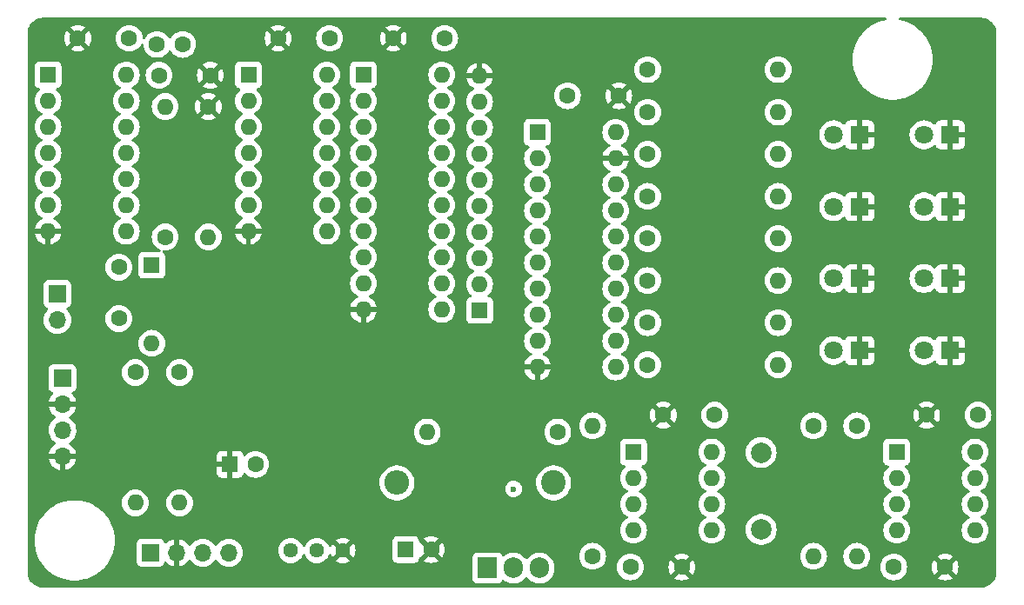
<source format=gbr>
%TF.GenerationSoftware,KiCad,Pcbnew,8.0.3*%
%TF.CreationDate,2024-12-27T16:28:35-08:00*%
%TF.ProjectId,enph259-servo,656e7068-3235-4392-9d73-6572766f2e6b,1*%
%TF.SameCoordinates,Original*%
%TF.FileFunction,Copper,L2,Inr*%
%TF.FilePolarity,Positive*%
%FSLAX46Y46*%
G04 Gerber Fmt 4.6, Leading zero omitted, Abs format (unit mm)*
G04 Created by KiCad (PCBNEW 8.0.3) date 2024-12-27 16:28:35*
%MOMM*%
%LPD*%
G01*
G04 APERTURE LIST*
%TA.AperFunction,ComponentPad*%
%ADD10C,2.000000*%
%TD*%
%TA.AperFunction,ComponentPad*%
%ADD11R,1.905000X2.000000*%
%TD*%
%TA.AperFunction,ComponentPad*%
%ADD12O,1.905000X2.000000*%
%TD*%
%TA.AperFunction,ComponentPad*%
%ADD13R,1.600000X1.600000*%
%TD*%
%TA.AperFunction,ComponentPad*%
%ADD14C,1.600000*%
%TD*%
%TA.AperFunction,ComponentPad*%
%ADD15C,1.440000*%
%TD*%
%TA.AperFunction,ComponentPad*%
%ADD16O,1.600000X1.600000*%
%TD*%
%TA.AperFunction,ComponentPad*%
%ADD17R,1.800000X1.800000*%
%TD*%
%TA.AperFunction,ComponentPad*%
%ADD18C,1.800000*%
%TD*%
%TA.AperFunction,ComponentPad*%
%ADD19R,1.700000X1.700000*%
%TD*%
%TA.AperFunction,ComponentPad*%
%ADD20O,1.700000X1.700000*%
%TD*%
%TA.AperFunction,ComponentPad*%
%ADD21C,2.400000*%
%TD*%
%TA.AperFunction,ComponentPad*%
%ADD22O,2.400000X2.400000*%
%TD*%
%TA.AperFunction,ViaPad*%
%ADD23C,0.600000*%
%TD*%
G04 APERTURE END LIST*
D10*
%TO.N,Net-(C7-Pad1)*%
%TO.C,C7*%
X125100000Y-81745000D03*
%TO.N,Net-(C7-Pad2)*%
X125100000Y-74245000D03*
%TD*%
D11*
%TO.N,BJT control*%
%TO.C,Q1*%
X98460000Y-85500000D03*
D12*
%TO.N,Net-(D9-A)*%
X101000000Y-85500000D03*
%TO.N,Net-(Q1-E)*%
X103540000Y-85500000D03*
%TD*%
D13*
%TO.N,+5V*%
%TO.C,C11*%
X90500000Y-83700000D03*
D14*
%TO.N,GND*%
X93000000Y-83700000D03*
%TD*%
D15*
%TO.N,GND*%
%TO.C,RV1*%
X84400000Y-83800000D03*
%TO.N,Setpoint*%
X81860000Y-83800000D03*
%TO.N,Net-(R14-Pad2)*%
X79320000Y-83800000D03*
%TD*%
D14*
%TO.N,+5V*%
%TO.C,C5*%
X120580000Y-70600000D03*
%TO.N,GND*%
X115580000Y-70600000D03*
%TD*%
D13*
%TO.N,+5V*%
%TO.C,U4*%
X103330000Y-43060000D03*
D16*
%TO.N,Net-(U3-Q0)*%
X103330000Y-45600000D03*
%TO.N,Net-(U3-Q1)*%
X103330000Y-48140000D03*
%TO.N,Net-(U3-Q2)*%
X103330000Y-50680000D03*
%TO.N,Net-(U3-Q3)*%
X103330000Y-53220000D03*
%TO.N,Net-(U3-Q7)*%
X103330000Y-55760000D03*
%TO.N,Net-(U3-Q6)*%
X103330000Y-58300000D03*
%TO.N,Net-(U3-Q5)*%
X103330000Y-60840000D03*
%TO.N,Net-(U3-Q4)*%
X103330000Y-63380000D03*
%TO.N,GND*%
X103330000Y-65920000D03*
%TO.N,Net-(U4-B7)*%
X110950000Y-65920000D03*
%TO.N,Net-(U4-B6)*%
X110950000Y-63380000D03*
%TO.N,Net-(U4-B5)*%
X110950000Y-60840000D03*
%TO.N,Net-(U4-B4)*%
X110950000Y-58300000D03*
%TO.N,Net-(U4-B3)*%
X110950000Y-55760000D03*
%TO.N,Net-(U4-B2)*%
X110950000Y-53220000D03*
%TO.N,Net-(U4-B1)*%
X110950000Y-50680000D03*
%TO.N,Net-(U4-B0)*%
X110950000Y-48140000D03*
%TO.N,GND*%
X110950000Y-45600000D03*
%TO.N,+5V*%
X110950000Y-43060000D03*
%TD*%
D14*
%TO.N,Net-(R1-Pad1)*%
%TO.C,R1*%
X67100000Y-53260000D03*
D16*
%TO.N,Net-(C1-Pad1)*%
X67100000Y-40560000D03*
%TD*%
D14*
%TO.N,+5V*%
%TO.C,R14*%
X105300000Y-72250000D03*
D16*
%TO.N,Net-(R14-Pad2)*%
X92600000Y-72250000D03*
%TD*%
D13*
%TO.N,GND*%
%TO.C,C12*%
X73400000Y-75400000D03*
D14*
%TO.N,-5V*%
X75900000Y-75400000D03*
%TD*%
D17*
%TO.N,GND*%
%TO.C,D6*%
X134690000Y-50300000D03*
D18*
%TO.N,Net-(D6-A)*%
X132150000Y-50300000D03*
%TD*%
D14*
%TO.N,-5V*%
%TO.C,C3*%
X138000000Y-85400000D03*
%TO.N,GND*%
X143000000Y-85400000D03*
%TD*%
%TO.N,Net-(U4-B2)*%
%TO.C,R6*%
X114050000Y-45200000D03*
D16*
%TO.N,Net-(D3-A)*%
X126750000Y-45200000D03*
%TD*%
D14*
%TO.N,Net-(U4-B6)*%
%TO.C,R10*%
X114050000Y-61600000D03*
D16*
%TO.N,Net-(D7-A)*%
X126750000Y-61600000D03*
%TD*%
D13*
%TO.N,unconnected-(U6-NULL-Pad1)*%
%TO.C,U6*%
X112680000Y-74200000D03*
D16*
%TO.N,Net-(U6--)*%
X112680000Y-76740000D03*
%TO.N,Setpoint*%
X112680000Y-79280000D03*
%TO.N,-5V*%
X112680000Y-81820000D03*
%TO.N,unconnected-(U6-NULL-Pad5)*%
X120300000Y-81820000D03*
%TO.N,Net-(C7-Pad2)*%
X120300000Y-79280000D03*
%TO.N,+5V*%
X120300000Y-76740000D03*
%TO.N,unconnected-(U6-NC-Pad8)*%
X120300000Y-74200000D03*
%TD*%
D14*
%TO.N,Net-(Q2-Pad3)*%
%TO.C,R18*%
X64200000Y-66450000D03*
D16*
%TO.N,+5V*%
X64200000Y-79150000D03*
%TD*%
D17*
%TO.N,GND*%
%TO.C,D4*%
X143490000Y-64300000D03*
D18*
%TO.N,Net-(D4-A)*%
X140950000Y-64300000D03*
%TD*%
D14*
%TO.N,Net-(U6--)*%
%TO.C,R13*%
X130200000Y-71650000D03*
D16*
%TO.N,Net-(C7-Pad1)*%
X130200000Y-84350000D03*
%TD*%
D14*
%TO.N,GND*%
%TO.C,R2*%
X71300000Y-40560000D03*
D16*
%TO.N,Net-(C2-Pad2)*%
X71300000Y-53260000D03*
%TD*%
D14*
%TO.N,Net-(U5--)*%
%TO.C,R12*%
X134400000Y-71650000D03*
D16*
%TO.N,Net-(U6--)*%
X134400000Y-84350000D03*
%TD*%
D14*
%TO.N,Net-(U4-B4)*%
%TO.C,R8*%
X114050000Y-53400000D03*
D16*
%TO.N,Net-(D5-A)*%
X126750000Y-53400000D03*
%TD*%
D14*
%TO.N,Net-(U4-B3)*%
%TO.C,R7*%
X114050000Y-49300000D03*
D16*
%TO.N,Net-(D4-A)*%
X126750000Y-49300000D03*
%TD*%
D14*
%TO.N,Net-(Q2-Pad1)*%
%TO.C,R17*%
X68500000Y-66450000D03*
D16*
%TO.N,+5V*%
X68500000Y-79150000D03*
%TD*%
D13*
%TO.N,Clock*%
%TO.C,U2*%
X75200000Y-37460000D03*
D16*
%TO.N,Reset*%
X75200000Y-40000000D03*
%TO.N,Net-(U2A-Q0)*%
X75200000Y-42540000D03*
%TO.N,Net-(U2A-Q1)*%
X75200000Y-45080000D03*
%TO.N,Net-(U2A-Q2)*%
X75200000Y-47620000D03*
%TO.N,Net-(U2A-Q3)*%
X75200000Y-50160000D03*
%TO.N,GND*%
X75200000Y-52700000D03*
%TO.N,Net-(U2B-Q3)*%
X82820000Y-52700000D03*
%TO.N,Net-(U2B-Q2)*%
X82820000Y-50160000D03*
%TO.N,Net-(U2B-Q1)*%
X82820000Y-47620000D03*
%TO.N,Net-(U2B-Q0)*%
X82820000Y-45080000D03*
%TO.N,Reset*%
X82820000Y-42540000D03*
%TO.N,Net-(U2A-Q3)*%
X82820000Y-40000000D03*
%TO.N,+5V*%
X82820000Y-37460000D03*
%TD*%
D14*
%TO.N,+5V*%
%TO.C,C8*%
X94300000Y-33900000D03*
%TO.N,GND*%
X89300000Y-33900000D03*
%TD*%
D19*
%TO.N,+5V*%
%TO.C,M1*%
X56600000Y-58800000D03*
D20*
%TO.N,Net-(D9-A)*%
X56600000Y-61340000D03*
%TD*%
D17*
%TO.N,GND*%
%TO.C,D1*%
X143490000Y-43300000D03*
D18*
%TO.N,Net-(D1-A)*%
X140950000Y-43300000D03*
%TD*%
D14*
%TO.N,Net-(U4-B1)*%
%TO.C,R5*%
X114050000Y-41100000D03*
D16*
%TO.N,Net-(D2-A)*%
X126750000Y-41100000D03*
%TD*%
D13*
%TO.N,Analog out*%
%TO.C,R3*%
X97700000Y-60410000D03*
D16*
%TO.N,Net-(U3-Q4)*%
X97700000Y-57870000D03*
%TO.N,Net-(U3-Q5)*%
X97700000Y-55330000D03*
%TO.N,Net-(U3-Q6)*%
X97700000Y-52790000D03*
%TO.N,Net-(U3-Q7)*%
X97700000Y-50250000D03*
%TO.N,Net-(U3-Q3)*%
X97700000Y-47710000D03*
%TO.N,Net-(U3-Q2)*%
X97700000Y-45170000D03*
%TO.N,Net-(U3-Q1)*%
X97700000Y-42630000D03*
%TO.N,Net-(U3-Q0)*%
X97700000Y-40090000D03*
%TO.N,GND*%
X97700000Y-37550000D03*
%TD*%
D14*
%TO.N,+5V*%
%TO.C,C10*%
X63600000Y-33900000D03*
%TO.N,GND*%
X58600000Y-33900000D03*
%TD*%
D13*
%TO.N,5 Hz*%
%TO.C,U1*%
X55700000Y-37460000D03*
D16*
%TO.N,Net-(R1-Pad1)*%
X55700000Y-40000000D03*
X55700000Y-42540000D03*
%TO.N,Latch*%
X55700000Y-45080000D03*
%TO.N,Net-(Q2-Pad3)*%
X55700000Y-47620000D03*
%TO.N,Clock*%
X55700000Y-50160000D03*
%TO.N,GND*%
X55700000Y-52700000D03*
%TO.N,Reset*%
X63320000Y-52700000D03*
%TO.N,Net-(U1-Pad10)*%
X63320000Y-50160000D03*
X63320000Y-47620000D03*
%TO.N,Net-(C2-Pad2)*%
X63320000Y-45080000D03*
%TO.N,Net-(C2-Pad1)*%
X63320000Y-42540000D03*
%TO.N,Net-(C1-Pad1)*%
X63320000Y-40000000D03*
%TO.N,+5V*%
X63320000Y-37460000D03*
%TD*%
D19*
%TO.N,+5V*%
%TO.C,J1*%
X65680000Y-84000000D03*
D20*
%TO.N,GND*%
X68220000Y-84000000D03*
%TO.N,-5V*%
X70760000Y-84000000D03*
%TO.N,5 Hz*%
X73300000Y-84000000D03*
%TD*%
D14*
%TO.N,+5V*%
%TO.C,C4*%
X146200000Y-70600000D03*
%TO.N,GND*%
X141200000Y-70600000D03*
%TD*%
%TO.N,Net-(C7-Pad2)*%
%TO.C,R15*%
X108700000Y-84350000D03*
D16*
%TO.N,BJT control*%
X108700000Y-71650000D03*
%TD*%
D13*
%TO.N,+5V*%
%TO.C,D9*%
X65800000Y-55990000D03*
D16*
%TO.N,Net-(D9-A)*%
X65800000Y-63610000D03*
%TD*%
D14*
%TO.N,+5V*%
%TO.C,C9*%
X83100000Y-33900000D03*
%TO.N,GND*%
X78100000Y-33900000D03*
%TD*%
%TO.N,Net-(C2-Pad1)*%
%TO.C,C2*%
X66300000Y-34500000D03*
%TO.N,Net-(C2-Pad2)*%
X68800000Y-34500000D03*
%TD*%
D17*
%TO.N,GND*%
%TO.C,D8*%
X134690000Y-64300000D03*
D18*
%TO.N,Net-(D8-A)*%
X132150000Y-64300000D03*
%TD*%
D21*
%TO.N,Net-(Q1-E)*%
%TO.C,R16*%
X104900000Y-77200000D03*
D22*
%TO.N,-5V*%
X89660000Y-77200000D03*
%TD*%
D14*
%TO.N,GND*%
%TO.C,C14*%
X111250000Y-39500000D03*
%TO.N,+5V*%
X106250000Y-39500000D03*
%TD*%
D17*
%TO.N,GND*%
%TO.C,D3*%
X143490000Y-57300000D03*
D18*
%TO.N,Net-(D3-A)*%
X140950000Y-57300000D03*
%TD*%
D17*
%TO.N,GND*%
%TO.C,D7*%
X134690000Y-57300000D03*
D18*
%TO.N,Net-(D7-A)*%
X132150000Y-57300000D03*
%TD*%
D17*
%TO.N,GND*%
%TO.C,D2*%
X143490000Y-50300000D03*
D18*
%TO.N,Net-(D2-A)*%
X140950000Y-50300000D03*
%TD*%
D14*
%TO.N,Net-(U4-B7)*%
%TO.C,R11*%
X114050000Y-65700000D03*
D16*
%TO.N,Net-(D8-A)*%
X126750000Y-65700000D03*
%TD*%
D14*
%TO.N,Net-(C1-Pad1)*%
%TO.C,C1*%
X66500000Y-37500000D03*
%TO.N,GND*%
X71500000Y-37500000D03*
%TD*%
%TO.N,Net-(U4-B0)*%
%TO.C,R4*%
X114050000Y-36950000D03*
D16*
%TO.N,Net-(D1-A)*%
X126750000Y-36950000D03*
%TD*%
D13*
%TO.N,unconnected-(U5-NULL-Pad1)*%
%TO.C,U5*%
X138300000Y-74200000D03*
D16*
%TO.N,Net-(U5--)*%
X138300000Y-76740000D03*
%TO.N,Analog out*%
X138300000Y-79280000D03*
%TO.N,-5V*%
X138300000Y-81820000D03*
%TO.N,unconnected-(U5-NULL-Pad5)*%
X145920000Y-81820000D03*
%TO.N,Net-(U5--)*%
X145920000Y-79280000D03*
%TO.N,+5V*%
X145920000Y-76740000D03*
%TO.N,unconnected-(U5-NC-Pad8)*%
X145920000Y-74200000D03*
%TD*%
D14*
%TO.N,-5V*%
%TO.C,C6*%
X112380000Y-85400000D03*
%TO.N,GND*%
X117380000Y-85400000D03*
%TD*%
%TO.N,Net-(D9-A)*%
%TO.C,C13*%
X62600000Y-61200000D03*
%TO.N,+5V*%
X62600000Y-56200000D03*
%TD*%
%TO.N,Net-(U4-B5)*%
%TO.C,R9*%
X114050000Y-57500000D03*
D16*
%TO.N,Net-(D6-A)*%
X126750000Y-57500000D03*
%TD*%
D17*
%TO.N,GND*%
%TO.C,D5*%
X134690000Y-43300000D03*
D18*
%TO.N,Net-(D5-A)*%
X132150000Y-43300000D03*
%TD*%
D13*
%TO.N,+5V*%
%TO.C,U3*%
X86400000Y-37460000D03*
D16*
%TO.N,Net-(U3-Q0)*%
X86400000Y-40000000D03*
%TO.N,Net-(U2A-Q0)*%
X86400000Y-42540000D03*
%TO.N,Net-(U2A-Q1)*%
X86400000Y-45080000D03*
%TO.N,Net-(U3-Q1)*%
X86400000Y-47620000D03*
%TO.N,Net-(U3-Q2)*%
X86400000Y-50160000D03*
%TO.N,Net-(U2A-Q2)*%
X86400000Y-52700000D03*
%TO.N,Net-(U2A-Q3)*%
X86400000Y-55240000D03*
%TO.N,Net-(U3-Q3)*%
X86400000Y-57780000D03*
%TO.N,GND*%
X86400000Y-60320000D03*
%TO.N,Latch*%
X94020000Y-60320000D03*
%TO.N,Net-(U3-Q4)*%
X94020000Y-57780000D03*
%TO.N,Net-(U2B-Q3)*%
X94020000Y-55240000D03*
%TO.N,Net-(U2B-Q2)*%
X94020000Y-52700000D03*
%TO.N,Net-(U3-Q5)*%
X94020000Y-50160000D03*
%TO.N,Net-(U3-Q6)*%
X94020000Y-47620000D03*
%TO.N,Net-(U2B-Q1)*%
X94020000Y-45080000D03*
%TO.N,Net-(U2B-Q0)*%
X94020000Y-42540000D03*
%TO.N,Net-(U3-Q7)*%
X94020000Y-40000000D03*
%TO.N,+5V*%
X94020000Y-37460000D03*
%TD*%
D19*
%TO.N,Net-(Q2-Pad1)*%
%TO.C,Q2*%
X57100000Y-67000000D03*
D20*
%TO.N,GND*%
X57100000Y-69540000D03*
%TO.N,Net-(Q2-Pad3)*%
X57100000Y-72080000D03*
%TO.N,GND*%
X57100000Y-74620000D03*
%TD*%
D23*
%TO.N,Net-(D9-A)*%
X101000000Y-77800000D03*
%TD*%
%TA.AperFunction,Conductor*%
%TO.N,GND*%
G36*
X137250183Y-31920185D02*
G01*
X137295938Y-31972989D01*
X137305882Y-32042147D01*
X137276857Y-32105703D01*
X137218079Y-32143477D01*
X137208114Y-32145959D01*
X136938620Y-32201341D01*
X136921068Y-32204949D01*
X136921062Y-32204950D01*
X136543610Y-32323377D01*
X136543589Y-32323385D01*
X136180035Y-32479398D01*
X135834128Y-32671392D01*
X135834123Y-32671395D01*
X135509409Y-32897402D01*
X135209231Y-33155097D01*
X134936655Y-33441847D01*
X134694501Y-33754686D01*
X134485227Y-34090433D01*
X134311001Y-34445615D01*
X134310995Y-34445630D01*
X134173599Y-34816610D01*
X134074432Y-35199616D01*
X134014524Y-35590672D01*
X133994487Y-35985786D01*
X134014524Y-36380899D01*
X134074432Y-36771955D01*
X134074433Y-36771960D01*
X134093995Y-36847512D01*
X134173599Y-37154961D01*
X134310995Y-37525941D01*
X134311001Y-37525956D01*
X134485227Y-37881138D01*
X134528179Y-37950047D01*
X134694498Y-38216881D01*
X134694500Y-38216884D01*
X134694501Y-38216885D01*
X134915454Y-38502335D01*
X134936660Y-38529730D01*
X135179445Y-38785139D01*
X135209231Y-38816474D01*
X135509409Y-39074169D01*
X135509412Y-39074171D01*
X135834124Y-39300177D01*
X136180035Y-39492173D01*
X136543595Y-39648189D01*
X136543605Y-39648192D01*
X136543610Y-39648194D01*
X136921062Y-39766621D01*
X136921065Y-39766621D01*
X136921073Y-39766624D01*
X137308597Y-39846262D01*
X137623470Y-39878281D01*
X137702188Y-39886286D01*
X137702189Y-39886286D01*
X138097812Y-39886286D01*
X138163409Y-39879615D01*
X138491403Y-39846262D01*
X138878927Y-39766624D01*
X139006461Y-39726610D01*
X139256389Y-39648194D01*
X139256388Y-39648194D01*
X139256405Y-39648189D01*
X139619965Y-39492173D01*
X139965876Y-39300177D01*
X140290588Y-39074171D01*
X140590769Y-38816474D01*
X140863340Y-38529730D01*
X141105502Y-38216881D01*
X141314772Y-37881139D01*
X141489002Y-37525948D01*
X141626403Y-37154953D01*
X141725567Y-36771960D01*
X141785475Y-36380900D01*
X141805513Y-35985786D01*
X141785475Y-35590672D01*
X141725567Y-35199612D01*
X141626403Y-34816619D01*
X141597708Y-34739141D01*
X141509141Y-34500001D01*
X141489002Y-34445624D01*
X141483660Y-34434734D01*
X141314772Y-34090433D01*
X141291753Y-34053502D01*
X141105502Y-33754691D01*
X140929457Y-33527259D01*
X140863344Y-33441847D01*
X140863343Y-33441846D01*
X140863340Y-33441842D01*
X140590769Y-33155098D01*
X140561925Y-33130336D01*
X140290590Y-32897402D01*
X139965876Y-32671395D01*
X139965871Y-32671392D01*
X139619964Y-32479398D01*
X139256410Y-32323385D01*
X139256389Y-32323377D01*
X138878937Y-32204950D01*
X138878931Y-32204949D01*
X138878928Y-32204948D01*
X138878927Y-32204948D01*
X138591893Y-32145961D01*
X138530190Y-32113185D01*
X138496001Y-32052252D01*
X138500183Y-31982507D01*
X138541407Y-31926095D01*
X138606586Y-31900926D01*
X138616856Y-31900500D01*
X146434108Y-31900500D01*
X146495572Y-31900500D01*
X146504418Y-31900816D01*
X146704561Y-31915130D01*
X146722063Y-31917647D01*
X146913797Y-31959355D01*
X146930755Y-31964334D01*
X147114609Y-32032909D01*
X147130701Y-32040259D01*
X147302904Y-32134288D01*
X147317784Y-32143849D01*
X147399403Y-32204949D01*
X147474867Y-32261441D01*
X147488237Y-32273027D01*
X147626972Y-32411762D01*
X147638558Y-32425132D01*
X147756146Y-32582210D01*
X147765711Y-32597095D01*
X147859740Y-32769298D01*
X147867090Y-32785390D01*
X147935662Y-32969236D01*
X147940646Y-32986212D01*
X147982351Y-33177931D01*
X147984869Y-33195442D01*
X147999184Y-33395580D01*
X147999500Y-33404427D01*
X147999500Y-85895572D01*
X147999184Y-85904419D01*
X147984869Y-86104557D01*
X147982351Y-86122068D01*
X147940646Y-86313787D01*
X147935662Y-86330763D01*
X147867090Y-86514609D01*
X147859740Y-86530701D01*
X147765711Y-86702904D01*
X147756146Y-86717789D01*
X147638558Y-86874867D01*
X147626972Y-86888237D01*
X147488237Y-87026972D01*
X147474867Y-87038558D01*
X147317789Y-87156146D01*
X147302904Y-87165711D01*
X147130701Y-87259740D01*
X147114609Y-87267090D01*
X146930763Y-87335662D01*
X146913787Y-87340646D01*
X146722068Y-87382351D01*
X146704557Y-87384869D01*
X146523779Y-87397799D01*
X146504417Y-87399184D01*
X146495572Y-87399500D01*
X55204428Y-87399500D01*
X55195582Y-87399184D01*
X55173622Y-87397613D01*
X54995442Y-87384869D01*
X54977931Y-87382351D01*
X54786212Y-87340646D01*
X54769236Y-87335662D01*
X54585390Y-87267090D01*
X54569298Y-87259740D01*
X54397095Y-87165711D01*
X54382210Y-87156146D01*
X54225132Y-87038558D01*
X54211762Y-87026972D01*
X54073027Y-86888237D01*
X54061441Y-86874867D01*
X53943849Y-86717784D01*
X53934288Y-86702904D01*
X53840259Y-86530701D01*
X53832909Y-86514609D01*
X53764334Y-86330755D01*
X53759355Y-86313797D01*
X53717647Y-86122063D01*
X53715130Y-86104556D01*
X53711405Y-86052478D01*
X53700816Y-85904418D01*
X53700500Y-85895572D01*
X53700500Y-82814214D01*
X54380273Y-82814214D01*
X54400310Y-83209327D01*
X54458221Y-83587345D01*
X54460219Y-83600388D01*
X54525537Y-83852661D01*
X54559385Y-83983389D01*
X54696781Y-84354369D01*
X54696787Y-84354384D01*
X54871013Y-84709566D01*
X54925192Y-84796488D01*
X55080284Y-85045309D01*
X55080286Y-85045312D01*
X55080287Y-85045313D01*
X55320511Y-85355659D01*
X55322446Y-85358158D01*
X55362220Y-85400000D01*
X55595017Y-85644902D01*
X55895195Y-85902597D01*
X55895198Y-85902599D01*
X56219910Y-86128605D01*
X56565821Y-86320601D01*
X56929381Y-86476617D01*
X56929391Y-86476620D01*
X56929396Y-86476622D01*
X57306848Y-86595049D01*
X57306851Y-86595049D01*
X57306859Y-86595052D01*
X57694383Y-86674690D01*
X57971837Y-86702904D01*
X58087974Y-86714714D01*
X58087975Y-86714714D01*
X58483598Y-86714714D01*
X58574521Y-86705468D01*
X58877189Y-86674690D01*
X59264713Y-86595052D01*
X59470238Y-86530568D01*
X59642175Y-86476622D01*
X59642174Y-86476622D01*
X59642191Y-86476617D01*
X60005751Y-86320601D01*
X60351662Y-86128605D01*
X60676374Y-85902599D01*
X60976555Y-85644902D01*
X61249126Y-85358158D01*
X61491288Y-85045309D01*
X61700558Y-84709567D01*
X61874788Y-84354376D01*
X62012189Y-83983381D01*
X62111353Y-83600388D01*
X62171261Y-83209328D01*
X62176697Y-83102135D01*
X64329500Y-83102135D01*
X64329500Y-84897870D01*
X64329501Y-84897876D01*
X64335908Y-84957483D01*
X64386202Y-85092328D01*
X64386206Y-85092335D01*
X64472452Y-85207544D01*
X64472455Y-85207547D01*
X64587664Y-85293793D01*
X64587671Y-85293797D01*
X64722517Y-85344091D01*
X64722516Y-85344091D01*
X64729444Y-85344835D01*
X64782127Y-85350500D01*
X66577872Y-85350499D01*
X66637483Y-85344091D01*
X66772331Y-85293796D01*
X66887546Y-85207546D01*
X66973796Y-85092331D01*
X67023002Y-84960401D01*
X67064872Y-84904468D01*
X67130337Y-84880050D01*
X67198610Y-84894901D01*
X67226865Y-84916053D01*
X67348917Y-85038105D01*
X67542421Y-85173600D01*
X67756507Y-85273429D01*
X67756516Y-85273433D01*
X67970000Y-85330634D01*
X67970000Y-84433012D01*
X68027007Y-84465925D01*
X68154174Y-84500000D01*
X68285826Y-84500000D01*
X68412993Y-84465925D01*
X68470000Y-84433012D01*
X68470000Y-85330633D01*
X68683483Y-85273433D01*
X68683492Y-85273429D01*
X68897578Y-85173600D01*
X69091082Y-85038105D01*
X69258105Y-84871082D01*
X69388119Y-84685405D01*
X69442696Y-84641781D01*
X69512195Y-84634588D01*
X69574549Y-84666110D01*
X69591269Y-84685405D01*
X69721505Y-84871401D01*
X69888599Y-85038495D01*
X69985384Y-85106265D01*
X70082165Y-85174032D01*
X70082167Y-85174033D01*
X70082170Y-85174035D01*
X70296337Y-85273903D01*
X70524592Y-85335063D01*
X70701034Y-85350500D01*
X70759999Y-85355659D01*
X70760000Y-85355659D01*
X70760001Y-85355659D01*
X70818966Y-85350500D01*
X70995408Y-85335063D01*
X71223663Y-85273903D01*
X71437830Y-85174035D01*
X71631401Y-85038495D01*
X71798495Y-84871401D01*
X71928425Y-84685842D01*
X71983002Y-84642217D01*
X72052500Y-84635023D01*
X72114855Y-84666546D01*
X72131575Y-84685842D01*
X72261500Y-84871395D01*
X72261505Y-84871401D01*
X72428599Y-85038495D01*
X72525384Y-85106265D01*
X72622165Y-85174032D01*
X72622167Y-85174033D01*
X72622170Y-85174035D01*
X72836337Y-85273903D01*
X73064592Y-85335063D01*
X73241034Y-85350500D01*
X73299999Y-85355659D01*
X73300000Y-85355659D01*
X73300001Y-85355659D01*
X73358966Y-85350500D01*
X73535408Y-85335063D01*
X73763663Y-85273903D01*
X73977830Y-85174035D01*
X74171401Y-85038495D01*
X74338495Y-84871401D01*
X74474035Y-84677830D01*
X74573903Y-84463663D01*
X74635063Y-84235408D01*
X74655659Y-84000000D01*
X74638161Y-83799998D01*
X78094838Y-83799998D01*
X78094838Y-83800001D01*
X78113450Y-84012741D01*
X78113452Y-84012752D01*
X78168721Y-84219022D01*
X78168723Y-84219026D01*
X78168724Y-84219030D01*
X78206516Y-84300074D01*
X78258977Y-84412578D01*
X78381472Y-84587521D01*
X78532478Y-84738527D01*
X78545316Y-84747516D01*
X78707419Y-84861021D01*
X78707421Y-84861022D01*
X78707420Y-84861022D01*
X78771936Y-84891106D01*
X78900970Y-84951276D01*
X78900976Y-84951277D01*
X78900977Y-84951278D01*
X78909949Y-84953682D01*
X79107253Y-85006549D01*
X79259215Y-85019844D01*
X79319998Y-85025162D01*
X79320000Y-85025162D01*
X79320002Y-85025162D01*
X79373186Y-85020508D01*
X79532747Y-85006549D01*
X79739030Y-84951276D01*
X79932581Y-84861021D01*
X80107519Y-84738529D01*
X80258529Y-84587519D01*
X80381021Y-84412581D01*
X80471276Y-84219030D01*
X80471280Y-84219013D01*
X80473130Y-84213936D01*
X80475253Y-84214709D01*
X80506576Y-84163305D01*
X80569419Y-84132766D01*
X80638796Y-84141050D01*
X80692680Y-84185528D01*
X80705827Y-84214315D01*
X80706870Y-84213936D01*
X80708722Y-84219022D01*
X80708724Y-84219030D01*
X80746516Y-84300074D01*
X80798977Y-84412578D01*
X80921472Y-84587521D01*
X81072478Y-84738527D01*
X81085316Y-84747516D01*
X81247419Y-84861021D01*
X81247421Y-84861022D01*
X81247420Y-84861022D01*
X81311936Y-84891106D01*
X81440970Y-84951276D01*
X81440976Y-84951277D01*
X81440977Y-84951278D01*
X81449949Y-84953682D01*
X81647253Y-85006549D01*
X81799215Y-85019844D01*
X81859998Y-85025162D01*
X81860000Y-85025162D01*
X81860002Y-85025162D01*
X81913186Y-85020508D01*
X82072747Y-85006549D01*
X82279030Y-84951276D01*
X82472581Y-84861021D01*
X82647519Y-84738529D01*
X82798529Y-84587519D01*
X82921021Y-84412581D01*
X83011276Y-84219030D01*
X83011280Y-84219013D01*
X83013130Y-84213936D01*
X83014981Y-84214609D01*
X83046847Y-84162328D01*
X83109694Y-84131797D01*
X83179069Y-84140091D01*
X83232948Y-84184575D01*
X83246430Y-84214095D01*
X83247342Y-84213764D01*
X83249197Y-84218859D01*
X83339413Y-84412329D01*
X83378415Y-84468030D01*
X84000000Y-83846445D01*
X84000000Y-83852661D01*
X84027259Y-83954394D01*
X84079920Y-84045606D01*
X84154394Y-84120080D01*
X84245606Y-84172741D01*
X84347339Y-84200000D01*
X84353553Y-84200000D01*
X83731968Y-84821584D01*
X83787663Y-84860582D01*
X83787669Y-84860586D01*
X83981140Y-84950802D01*
X83981146Y-84950805D01*
X84187337Y-85006054D01*
X84187345Y-85006055D01*
X84399998Y-85024660D01*
X84400002Y-85024660D01*
X84612654Y-85006055D01*
X84612662Y-85006054D01*
X84818853Y-84950805D01*
X84818864Y-84950801D01*
X85012325Y-84860589D01*
X85068030Y-84821583D01*
X84446448Y-84200000D01*
X84452661Y-84200000D01*
X84554394Y-84172741D01*
X84645606Y-84120080D01*
X84720080Y-84045606D01*
X84772741Y-83954394D01*
X84800000Y-83852661D01*
X84800000Y-83846446D01*
X85421583Y-84468029D01*
X85460589Y-84412325D01*
X85550801Y-84218864D01*
X85550805Y-84218853D01*
X85606054Y-84012662D01*
X85606055Y-84012654D01*
X85624660Y-83800002D01*
X85624660Y-83799997D01*
X85606055Y-83587345D01*
X85606054Y-83587337D01*
X85550805Y-83381146D01*
X85550802Y-83381140D01*
X85460586Y-83187669D01*
X85460582Y-83187663D01*
X85421584Y-83131968D01*
X84800000Y-83753552D01*
X84800000Y-83747339D01*
X84772741Y-83645606D01*
X84720080Y-83554394D01*
X84645606Y-83479920D01*
X84554394Y-83427259D01*
X84452661Y-83400000D01*
X84446447Y-83400000D01*
X84994310Y-82852135D01*
X89199500Y-82852135D01*
X89199500Y-84547870D01*
X89199501Y-84547876D01*
X89205908Y-84607483D01*
X89256202Y-84742328D01*
X89256206Y-84742335D01*
X89342452Y-84857544D01*
X89342455Y-84857547D01*
X89457664Y-84943793D01*
X89457671Y-84943797D01*
X89592517Y-84994091D01*
X89592516Y-84994091D01*
X89599444Y-84994835D01*
X89652127Y-85000500D01*
X91347872Y-85000499D01*
X91407483Y-84994091D01*
X91542331Y-84943796D01*
X91657546Y-84857546D01*
X91743796Y-84742331D01*
X91794091Y-84607483D01*
X91800500Y-84547873D01*
X91800499Y-84547845D01*
X91800678Y-84544547D01*
X91802183Y-84544627D01*
X91820112Y-84483326D01*
X91872868Y-84437514D01*
X91916465Y-84429981D01*
X92600000Y-83746446D01*
X92600000Y-83752661D01*
X92627259Y-83854394D01*
X92679920Y-83945606D01*
X92754394Y-84020080D01*
X92845606Y-84072741D01*
X92947339Y-84100000D01*
X92953553Y-84100000D01*
X92274526Y-84779025D01*
X92347513Y-84830132D01*
X92347521Y-84830136D01*
X92553668Y-84926264D01*
X92553682Y-84926269D01*
X92773389Y-84985139D01*
X92773400Y-84985141D01*
X92999998Y-85004966D01*
X93000002Y-85004966D01*
X93226599Y-84985141D01*
X93226610Y-84985139D01*
X93446317Y-84926269D01*
X93446331Y-84926264D01*
X93652478Y-84830136D01*
X93725471Y-84779024D01*
X93398582Y-84452135D01*
X97007000Y-84452135D01*
X97007000Y-86547870D01*
X97007001Y-86547876D01*
X97013408Y-86607483D01*
X97063702Y-86742328D01*
X97063706Y-86742335D01*
X97149952Y-86857544D01*
X97149955Y-86857547D01*
X97265164Y-86943793D01*
X97265171Y-86943797D01*
X97400017Y-86994091D01*
X97400016Y-86994091D01*
X97406944Y-86994835D01*
X97459627Y-87000500D01*
X99460372Y-87000499D01*
X99519983Y-86994091D01*
X99654831Y-86943796D01*
X99770046Y-86857546D01*
X99856296Y-86742331D01*
X99866690Y-86714460D01*
X99908560Y-86658527D01*
X99974023Y-86634108D01*
X100042297Y-86648958D01*
X100055746Y-86657465D01*
X100238462Y-86790217D01*
X100370599Y-86857544D01*
X100442244Y-86894049D01*
X100659751Y-86964721D01*
X100659752Y-86964721D01*
X100659755Y-86964722D01*
X100885646Y-87000500D01*
X100885647Y-87000500D01*
X101114353Y-87000500D01*
X101114354Y-87000500D01*
X101340245Y-86964722D01*
X101340248Y-86964721D01*
X101340249Y-86964721D01*
X101557755Y-86894049D01*
X101557755Y-86894048D01*
X101557758Y-86894048D01*
X101761538Y-86790217D01*
X101946566Y-86655786D01*
X102108286Y-86494066D01*
X102169683Y-86409559D01*
X102225012Y-86366896D01*
X102294625Y-86360917D01*
X102356420Y-86393523D01*
X102370314Y-86409556D01*
X102431714Y-86494066D01*
X102593434Y-86655786D01*
X102778462Y-86790217D01*
X102910599Y-86857544D01*
X102982244Y-86894049D01*
X103199751Y-86964721D01*
X103199752Y-86964721D01*
X103199755Y-86964722D01*
X103425646Y-87000500D01*
X103425647Y-87000500D01*
X103654353Y-87000500D01*
X103654354Y-87000500D01*
X103880245Y-86964722D01*
X103880248Y-86964721D01*
X103880249Y-86964721D01*
X104097755Y-86894049D01*
X104097755Y-86894048D01*
X104097758Y-86894048D01*
X104301538Y-86790217D01*
X104486566Y-86655786D01*
X104648286Y-86494066D01*
X104782717Y-86309038D01*
X104886548Y-86105258D01*
X104904096Y-86051252D01*
X104957221Y-85887749D01*
X104957221Y-85887748D01*
X104957222Y-85887745D01*
X104993000Y-85661854D01*
X104993000Y-85338146D01*
X104957222Y-85112255D01*
X104957221Y-85112251D01*
X104957221Y-85112250D01*
X104886549Y-84894744D01*
X104867595Y-84857544D01*
X104782717Y-84690962D01*
X104648286Y-84505934D01*
X104492350Y-84349998D01*
X107394532Y-84349998D01*
X107394532Y-84350001D01*
X107414364Y-84576686D01*
X107414366Y-84576697D01*
X107473258Y-84796488D01*
X107473261Y-84796497D01*
X107569431Y-85002732D01*
X107569432Y-85002734D01*
X107699954Y-85189141D01*
X107860858Y-85350045D01*
X107861508Y-85350500D01*
X108047266Y-85480568D01*
X108253504Y-85576739D01*
X108473308Y-85635635D01*
X108635230Y-85649801D01*
X108699998Y-85655468D01*
X108700000Y-85655468D01*
X108700002Y-85655468D01*
X108756673Y-85650509D01*
X108926692Y-85635635D01*
X109146496Y-85576739D01*
X109352734Y-85480568D01*
X109467801Y-85399998D01*
X111074532Y-85399998D01*
X111074532Y-85400001D01*
X111094364Y-85626686D01*
X111094366Y-85626697D01*
X111153258Y-85846488D01*
X111153261Y-85846497D01*
X111249431Y-86052732D01*
X111249432Y-86052734D01*
X111379954Y-86239141D01*
X111540858Y-86400045D01*
X111587693Y-86432839D01*
X111727266Y-86530568D01*
X111933504Y-86626739D01*
X111933509Y-86626740D01*
X111933511Y-86626741D01*
X111986415Y-86640916D01*
X112153308Y-86685635D01*
X112315230Y-86699801D01*
X112379998Y-86705468D01*
X112380000Y-86705468D01*
X112380002Y-86705468D01*
X112436673Y-86700509D01*
X112606692Y-86685635D01*
X112826496Y-86626739D01*
X113032734Y-86530568D01*
X113219139Y-86400047D01*
X113380047Y-86239139D01*
X113510568Y-86052734D01*
X113606739Y-85846496D01*
X113665635Y-85626692D01*
X113685468Y-85400000D01*
X113685468Y-85399997D01*
X116075034Y-85399997D01*
X116075034Y-85400002D01*
X116094858Y-85626599D01*
X116094860Y-85626610D01*
X116153730Y-85846317D01*
X116153735Y-85846331D01*
X116249863Y-86052478D01*
X116300974Y-86125472D01*
X116980000Y-85446446D01*
X116980000Y-85452661D01*
X117007259Y-85554394D01*
X117059920Y-85645606D01*
X117134394Y-85720080D01*
X117225606Y-85772741D01*
X117327339Y-85800000D01*
X117333553Y-85800000D01*
X116654526Y-86479025D01*
X116727513Y-86530132D01*
X116727521Y-86530136D01*
X116933668Y-86626264D01*
X116933682Y-86626269D01*
X117153389Y-86685139D01*
X117153400Y-86685141D01*
X117379998Y-86704966D01*
X117380002Y-86704966D01*
X117606599Y-86685141D01*
X117606610Y-86685139D01*
X117826317Y-86626269D01*
X117826331Y-86626264D01*
X118032478Y-86530136D01*
X118105471Y-86479024D01*
X117426447Y-85800000D01*
X117432661Y-85800000D01*
X117534394Y-85772741D01*
X117625606Y-85720080D01*
X117700080Y-85645606D01*
X117752741Y-85554394D01*
X117780000Y-85452661D01*
X117780000Y-85446447D01*
X118459024Y-86125471D01*
X118510136Y-86052478D01*
X118606264Y-85846331D01*
X118606269Y-85846317D01*
X118665139Y-85626610D01*
X118665141Y-85626599D01*
X118684966Y-85400002D01*
X118684966Y-85399997D01*
X118665141Y-85173400D01*
X118665139Y-85173389D01*
X118606269Y-84953682D01*
X118606264Y-84953668D01*
X118510136Y-84747521D01*
X118510132Y-84747513D01*
X118459025Y-84674526D01*
X117780000Y-85353551D01*
X117780000Y-85347339D01*
X117752741Y-85245606D01*
X117700080Y-85154394D01*
X117625606Y-85079920D01*
X117534394Y-85027259D01*
X117432661Y-85000000D01*
X117426448Y-85000000D01*
X118076448Y-84349998D01*
X128894532Y-84349998D01*
X128894532Y-84350001D01*
X128914364Y-84576686D01*
X128914366Y-84576697D01*
X128973258Y-84796488D01*
X128973261Y-84796497D01*
X129069431Y-85002732D01*
X129069432Y-85002734D01*
X129199954Y-85189141D01*
X129360858Y-85350045D01*
X129361508Y-85350500D01*
X129547266Y-85480568D01*
X129753504Y-85576739D01*
X129973308Y-85635635D01*
X130135230Y-85649801D01*
X130199998Y-85655468D01*
X130200000Y-85655468D01*
X130200002Y-85655468D01*
X130256673Y-85650509D01*
X130426692Y-85635635D01*
X130646496Y-85576739D01*
X130852734Y-85480568D01*
X131039139Y-85350047D01*
X131200047Y-85189139D01*
X131330568Y-85002734D01*
X131426739Y-84796496D01*
X131485635Y-84576692D01*
X131504068Y-84366005D01*
X131505468Y-84350001D01*
X131505468Y-84349998D01*
X133094532Y-84349998D01*
X133094532Y-84350001D01*
X133114364Y-84576686D01*
X133114366Y-84576697D01*
X133173258Y-84796488D01*
X133173261Y-84796497D01*
X133269431Y-85002732D01*
X133269432Y-85002734D01*
X133399954Y-85189141D01*
X133560858Y-85350045D01*
X133561508Y-85350500D01*
X133747266Y-85480568D01*
X133953504Y-85576739D01*
X134173308Y-85635635D01*
X134335230Y-85649801D01*
X134399998Y-85655468D01*
X134400000Y-85655468D01*
X134400002Y-85655468D01*
X134456673Y-85650509D01*
X134626692Y-85635635D01*
X134846496Y-85576739D01*
X135052734Y-85480568D01*
X135167801Y-85399998D01*
X136694532Y-85399998D01*
X136694532Y-85400001D01*
X136714364Y-85626686D01*
X136714366Y-85626697D01*
X136773258Y-85846488D01*
X136773261Y-85846497D01*
X136869431Y-86052732D01*
X136869432Y-86052734D01*
X136999954Y-86239141D01*
X137160858Y-86400045D01*
X137207693Y-86432839D01*
X137347266Y-86530568D01*
X137553504Y-86626739D01*
X137553509Y-86626740D01*
X137553511Y-86626741D01*
X137606415Y-86640916D01*
X137773308Y-86685635D01*
X137935230Y-86699801D01*
X137999998Y-86705468D01*
X138000000Y-86705468D01*
X138000002Y-86705468D01*
X138056673Y-86700509D01*
X138226692Y-86685635D01*
X138446496Y-86626739D01*
X138652734Y-86530568D01*
X138839139Y-86400047D01*
X139000047Y-86239139D01*
X139130568Y-86052734D01*
X139226739Y-85846496D01*
X139285635Y-85626692D01*
X139305468Y-85400000D01*
X139305468Y-85399997D01*
X141695034Y-85399997D01*
X141695034Y-85400002D01*
X141714858Y-85626599D01*
X141714860Y-85626610D01*
X141773730Y-85846317D01*
X141773735Y-85846331D01*
X141869863Y-86052478D01*
X141920974Y-86125472D01*
X142600000Y-85446446D01*
X142600000Y-85452661D01*
X142627259Y-85554394D01*
X142679920Y-85645606D01*
X142754394Y-85720080D01*
X142845606Y-85772741D01*
X142947339Y-85800000D01*
X142953553Y-85800000D01*
X142274526Y-86479025D01*
X142347513Y-86530132D01*
X142347521Y-86530136D01*
X142553668Y-86626264D01*
X142553682Y-86626269D01*
X142773389Y-86685139D01*
X142773400Y-86685141D01*
X142999998Y-86704966D01*
X143000002Y-86704966D01*
X143226599Y-86685141D01*
X143226610Y-86685139D01*
X143446317Y-86626269D01*
X143446331Y-86626264D01*
X143652478Y-86530136D01*
X143725471Y-86479024D01*
X143046447Y-85800000D01*
X143052661Y-85800000D01*
X143154394Y-85772741D01*
X143245606Y-85720080D01*
X143320080Y-85645606D01*
X143372741Y-85554394D01*
X143400000Y-85452661D01*
X143400000Y-85446447D01*
X144079024Y-86125471D01*
X144130136Y-86052478D01*
X144226264Y-85846331D01*
X144226269Y-85846317D01*
X144285139Y-85626610D01*
X144285141Y-85626599D01*
X144304966Y-85400002D01*
X144304966Y-85399997D01*
X144285141Y-85173400D01*
X144285139Y-85173389D01*
X144226269Y-84953682D01*
X144226264Y-84953668D01*
X144130136Y-84747521D01*
X144130132Y-84747513D01*
X144079025Y-84674526D01*
X143400000Y-85353551D01*
X143400000Y-85347339D01*
X143372741Y-85245606D01*
X143320080Y-85154394D01*
X143245606Y-85079920D01*
X143154394Y-85027259D01*
X143052661Y-85000000D01*
X143046448Y-85000000D01*
X143725472Y-84320974D01*
X143652478Y-84269863D01*
X143446331Y-84173735D01*
X143446317Y-84173730D01*
X143226610Y-84114860D01*
X143226599Y-84114858D01*
X143000002Y-84095034D01*
X142999998Y-84095034D01*
X142773400Y-84114858D01*
X142773389Y-84114860D01*
X142553682Y-84173730D01*
X142553673Y-84173734D01*
X142347516Y-84269866D01*
X142347512Y-84269868D01*
X142274526Y-84320973D01*
X142274526Y-84320974D01*
X142953553Y-85000000D01*
X142947339Y-85000000D01*
X142845606Y-85027259D01*
X142754394Y-85079920D01*
X142679920Y-85154394D01*
X142627259Y-85245606D01*
X142600000Y-85347339D01*
X142600000Y-85353552D01*
X141920974Y-84674526D01*
X141920973Y-84674526D01*
X141869868Y-84747512D01*
X141869866Y-84747516D01*
X141773734Y-84953673D01*
X141773730Y-84953682D01*
X141714860Y-85173389D01*
X141714858Y-85173400D01*
X141695034Y-85399997D01*
X139305468Y-85399997D01*
X139301097Y-85350045D01*
X139291960Y-85245606D01*
X139285635Y-85173308D01*
X139226739Y-84953504D01*
X139130568Y-84747266D01*
X139000047Y-84560861D01*
X139000045Y-84560858D01*
X138839141Y-84399954D01*
X138652734Y-84269432D01*
X138652732Y-84269431D01*
X138446497Y-84173261D01*
X138446488Y-84173258D01*
X138226697Y-84114366D01*
X138226693Y-84114365D01*
X138226692Y-84114365D01*
X138226691Y-84114364D01*
X138226686Y-84114364D01*
X138000002Y-84094532D01*
X137999998Y-84094532D01*
X137773313Y-84114364D01*
X137773302Y-84114366D01*
X137553511Y-84173258D01*
X137553502Y-84173261D01*
X137347267Y-84269431D01*
X137347265Y-84269432D01*
X137160858Y-84399954D01*
X136999954Y-84560858D01*
X136869432Y-84747265D01*
X136869431Y-84747267D01*
X136773261Y-84953502D01*
X136773258Y-84953511D01*
X136714366Y-85173302D01*
X136714364Y-85173313D01*
X136694532Y-85399998D01*
X135167801Y-85399998D01*
X135239139Y-85350047D01*
X135400047Y-85189139D01*
X135530568Y-85002734D01*
X135626739Y-84796496D01*
X135685635Y-84576692D01*
X135704068Y-84366005D01*
X135705468Y-84350001D01*
X135705468Y-84349998D01*
X135694010Y-84219031D01*
X135685635Y-84123308D01*
X135626739Y-83903504D01*
X135530568Y-83697266D01*
X135430529Y-83554394D01*
X135400045Y-83510858D01*
X135239141Y-83349954D01*
X135052734Y-83219432D01*
X135052732Y-83219431D01*
X134846497Y-83123261D01*
X134846488Y-83123258D01*
X134626697Y-83064366D01*
X134626693Y-83064365D01*
X134626692Y-83064365D01*
X134626691Y-83064364D01*
X134626686Y-83064364D01*
X134400002Y-83044532D01*
X134399998Y-83044532D01*
X134173313Y-83064364D01*
X134173302Y-83064366D01*
X133953511Y-83123258D01*
X133953502Y-83123261D01*
X133747267Y-83219431D01*
X133747265Y-83219432D01*
X133560858Y-83349954D01*
X133399954Y-83510858D01*
X133269432Y-83697265D01*
X133269431Y-83697267D01*
X133173261Y-83903502D01*
X133173258Y-83903511D01*
X133114366Y-84123302D01*
X133114364Y-84123313D01*
X133094532Y-84349998D01*
X131505468Y-84349998D01*
X131494010Y-84219031D01*
X131485635Y-84123308D01*
X131426739Y-83903504D01*
X131330568Y-83697266D01*
X131230529Y-83554394D01*
X131200045Y-83510858D01*
X131039141Y-83349954D01*
X130852734Y-83219432D01*
X130852732Y-83219431D01*
X130646497Y-83123261D01*
X130646488Y-83123258D01*
X130426697Y-83064366D01*
X130426693Y-83064365D01*
X130426692Y-83064365D01*
X130426691Y-83064364D01*
X130426686Y-83064364D01*
X130200002Y-83044532D01*
X130199998Y-83044532D01*
X129973313Y-83064364D01*
X129973302Y-83064366D01*
X129753511Y-83123258D01*
X129753502Y-83123261D01*
X129547267Y-83219431D01*
X129547265Y-83219432D01*
X129360858Y-83349954D01*
X129199954Y-83510858D01*
X129069432Y-83697265D01*
X129069431Y-83697267D01*
X128973261Y-83903502D01*
X128973258Y-83903511D01*
X128914366Y-84123302D01*
X128914364Y-84123313D01*
X128894532Y-84349998D01*
X118076448Y-84349998D01*
X118105472Y-84320974D01*
X118032478Y-84269863D01*
X117826331Y-84173735D01*
X117826317Y-84173730D01*
X117606610Y-84114860D01*
X117606599Y-84114858D01*
X117380002Y-84095034D01*
X117379998Y-84095034D01*
X117153400Y-84114858D01*
X117153389Y-84114860D01*
X116933682Y-84173730D01*
X116933673Y-84173734D01*
X116727516Y-84269866D01*
X116727512Y-84269868D01*
X116654526Y-84320973D01*
X116654526Y-84320974D01*
X117333553Y-85000000D01*
X117327339Y-85000000D01*
X117225606Y-85027259D01*
X117134394Y-85079920D01*
X117059920Y-85154394D01*
X117007259Y-85245606D01*
X116980000Y-85347339D01*
X116980000Y-85353552D01*
X116300974Y-84674526D01*
X116300973Y-84674526D01*
X116249868Y-84747512D01*
X116249866Y-84747516D01*
X116153734Y-84953673D01*
X116153730Y-84953682D01*
X116094860Y-85173389D01*
X116094858Y-85173400D01*
X116075034Y-85399997D01*
X113685468Y-85399997D01*
X113681097Y-85350045D01*
X113671960Y-85245606D01*
X113665635Y-85173308D01*
X113606739Y-84953504D01*
X113510568Y-84747266D01*
X113380047Y-84560861D01*
X113380045Y-84560858D01*
X113219141Y-84399954D01*
X113032734Y-84269432D01*
X113032732Y-84269431D01*
X112826497Y-84173261D01*
X112826488Y-84173258D01*
X112606697Y-84114366D01*
X112606693Y-84114365D01*
X112606692Y-84114365D01*
X112606691Y-84114364D01*
X112606686Y-84114364D01*
X112380002Y-84094532D01*
X112379998Y-84094532D01*
X112153313Y-84114364D01*
X112153302Y-84114366D01*
X111933511Y-84173258D01*
X111933502Y-84173261D01*
X111727267Y-84269431D01*
X111727265Y-84269432D01*
X111540858Y-84399954D01*
X111379954Y-84560858D01*
X111249432Y-84747265D01*
X111249431Y-84747267D01*
X111153261Y-84953502D01*
X111153258Y-84953511D01*
X111094366Y-85173302D01*
X111094364Y-85173313D01*
X111074532Y-85399998D01*
X109467801Y-85399998D01*
X109539139Y-85350047D01*
X109700047Y-85189139D01*
X109830568Y-85002734D01*
X109926739Y-84796496D01*
X109985635Y-84576692D01*
X110004068Y-84366005D01*
X110005468Y-84350001D01*
X110005468Y-84349998D01*
X109994010Y-84219031D01*
X109985635Y-84123308D01*
X109926739Y-83903504D01*
X109830568Y-83697266D01*
X109730529Y-83554394D01*
X109700045Y-83510858D01*
X109539141Y-83349954D01*
X109352734Y-83219432D01*
X109352732Y-83219431D01*
X109146497Y-83123261D01*
X109146488Y-83123258D01*
X108926697Y-83064366D01*
X108926693Y-83064365D01*
X108926692Y-83064365D01*
X108926691Y-83064364D01*
X108926686Y-83064364D01*
X108700002Y-83044532D01*
X108699998Y-83044532D01*
X108473313Y-83064364D01*
X108473302Y-83064366D01*
X108253511Y-83123258D01*
X108253502Y-83123261D01*
X108047267Y-83219431D01*
X108047265Y-83219432D01*
X107860858Y-83349954D01*
X107699954Y-83510858D01*
X107569432Y-83697265D01*
X107569431Y-83697267D01*
X107473261Y-83903502D01*
X107473258Y-83903511D01*
X107414366Y-84123302D01*
X107414364Y-84123313D01*
X107394532Y-84349998D01*
X104492350Y-84349998D01*
X104486566Y-84344214D01*
X104301538Y-84209783D01*
X104253935Y-84185528D01*
X104097755Y-84105950D01*
X103880248Y-84035278D01*
X103694812Y-84005908D01*
X103654354Y-83999500D01*
X103425646Y-83999500D01*
X103385188Y-84005908D01*
X103199753Y-84035278D01*
X103199750Y-84035278D01*
X102982244Y-84105950D01*
X102778461Y-84209783D01*
X102712550Y-84257671D01*
X102593434Y-84344214D01*
X102593432Y-84344216D01*
X102593431Y-84344216D01*
X102431715Y-84505932D01*
X102370318Y-84590438D01*
X102314987Y-84633103D01*
X102245374Y-84639082D01*
X102183579Y-84606476D01*
X102169682Y-84590438D01*
X102148191Y-84560858D01*
X102108286Y-84505934D01*
X101946566Y-84344214D01*
X101761538Y-84209783D01*
X101713935Y-84185528D01*
X101557755Y-84105950D01*
X101340248Y-84035278D01*
X101154812Y-84005908D01*
X101114354Y-83999500D01*
X100885646Y-83999500D01*
X100845188Y-84005908D01*
X100659753Y-84035278D01*
X100659750Y-84035278D01*
X100442244Y-84105950D01*
X100238461Y-84209783D01*
X100156362Y-84269432D01*
X100085423Y-84320973D01*
X100055759Y-84342525D01*
X99989952Y-84366005D01*
X99921898Y-84350180D01*
X99873203Y-84300074D01*
X99866690Y-84285538D01*
X99856296Y-84257669D01*
X99856293Y-84257664D01*
X99770047Y-84142455D01*
X99770044Y-84142452D01*
X99654835Y-84056206D01*
X99654828Y-84056202D01*
X99519982Y-84005908D01*
X99519983Y-84005908D01*
X99460383Y-83999501D01*
X99460381Y-83999500D01*
X99460373Y-83999500D01*
X99460364Y-83999500D01*
X97459629Y-83999500D01*
X97459623Y-83999501D01*
X97400016Y-84005908D01*
X97265171Y-84056202D01*
X97265164Y-84056206D01*
X97149955Y-84142452D01*
X97149952Y-84142455D01*
X97063706Y-84257664D01*
X97063702Y-84257671D01*
X97013408Y-84392517D01*
X97007001Y-84452116D01*
X97007000Y-84452135D01*
X93398582Y-84452135D01*
X93046447Y-84100000D01*
X93052661Y-84100000D01*
X93154394Y-84072741D01*
X93245606Y-84020080D01*
X93320080Y-83945606D01*
X93372741Y-83854394D01*
X93400000Y-83752661D01*
X93400000Y-83746447D01*
X94079024Y-84425471D01*
X94130136Y-84352478D01*
X94226264Y-84146331D01*
X94226269Y-84146317D01*
X94285139Y-83926610D01*
X94285141Y-83926599D01*
X94304966Y-83700002D01*
X94304966Y-83699997D01*
X94285141Y-83473400D01*
X94285139Y-83473389D01*
X94226269Y-83253682D01*
X94226264Y-83253668D01*
X94130136Y-83047521D01*
X94130132Y-83047513D01*
X94079025Y-82974526D01*
X93400000Y-83653551D01*
X93400000Y-83647339D01*
X93372741Y-83545606D01*
X93320080Y-83454394D01*
X93245606Y-83379920D01*
X93154394Y-83327259D01*
X93052661Y-83300000D01*
X93046448Y-83300000D01*
X93725472Y-82620974D01*
X93652478Y-82569863D01*
X93446331Y-82473735D01*
X93446317Y-82473730D01*
X93226610Y-82414860D01*
X93226599Y-82414858D01*
X93000002Y-82395034D01*
X92999998Y-82395034D01*
X92773400Y-82414858D01*
X92773389Y-82414860D01*
X92553682Y-82473730D01*
X92553673Y-82473734D01*
X92347516Y-82569866D01*
X92347512Y-82569868D01*
X92274526Y-82620973D01*
X92274526Y-82620974D01*
X92953553Y-83300000D01*
X92947339Y-83300000D01*
X92845606Y-83327259D01*
X92754394Y-83379920D01*
X92679920Y-83454394D01*
X92627259Y-83545606D01*
X92600000Y-83647339D01*
X92600000Y-83653552D01*
X91915799Y-82969351D01*
X91866805Y-82959505D01*
X91816622Y-82910889D01*
X91801981Y-82855366D01*
X91800900Y-82855423D01*
X91800854Y-82855429D01*
X91800853Y-82855426D01*
X91800676Y-82855436D01*
X91800499Y-82852135D01*
X91800499Y-82852128D01*
X91794091Y-82792517D01*
X91788831Y-82778415D01*
X91743797Y-82657671D01*
X91743793Y-82657664D01*
X91657547Y-82542455D01*
X91657544Y-82542452D01*
X91542335Y-82456206D01*
X91542328Y-82456202D01*
X91407482Y-82405908D01*
X91407483Y-82405908D01*
X91347883Y-82399501D01*
X91347881Y-82399500D01*
X91347873Y-82399500D01*
X91347864Y-82399500D01*
X89652129Y-82399500D01*
X89652123Y-82399501D01*
X89592516Y-82405908D01*
X89457671Y-82456202D01*
X89457664Y-82456206D01*
X89342455Y-82542452D01*
X89342452Y-82542455D01*
X89256206Y-82657664D01*
X89256202Y-82657671D01*
X89205908Y-82792517D01*
X89202266Y-82826399D01*
X89199501Y-82852123D01*
X89199500Y-82852135D01*
X84994310Y-82852135D01*
X85068030Y-82778415D01*
X85012329Y-82739413D01*
X84818859Y-82649197D01*
X84818853Y-82649194D01*
X84612662Y-82593945D01*
X84612654Y-82593944D01*
X84400002Y-82575340D01*
X84399998Y-82575340D01*
X84187345Y-82593944D01*
X84187337Y-82593945D01*
X83981146Y-82649194D01*
X83981140Y-82649197D01*
X83787671Y-82739412D01*
X83787669Y-82739413D01*
X83731969Y-82778415D01*
X83731968Y-82778415D01*
X84353554Y-83400000D01*
X84347339Y-83400000D01*
X84245606Y-83427259D01*
X84154394Y-83479920D01*
X84079920Y-83554394D01*
X84027259Y-83645606D01*
X84000000Y-83747339D01*
X84000000Y-83753553D01*
X83378415Y-83131968D01*
X83378415Y-83131969D01*
X83339413Y-83187669D01*
X83339412Y-83187671D01*
X83249197Y-83381140D01*
X83247342Y-83386236D01*
X83245445Y-83385545D01*
X83213656Y-83437684D01*
X83150805Y-83468205D01*
X83081431Y-83459901D01*
X83027559Y-83415408D01*
X83014012Y-83385742D01*
X83013130Y-83386064D01*
X83011279Y-83380983D01*
X83011276Y-83380970D01*
X82921021Y-83187419D01*
X82798529Y-83012481D01*
X82798527Y-83012478D01*
X82647521Y-82861472D01*
X82472578Y-82738977D01*
X82472579Y-82738977D01*
X82324195Y-82669785D01*
X82279030Y-82648724D01*
X82279026Y-82648723D01*
X82279022Y-82648721D01*
X82072752Y-82593452D01*
X82072748Y-82593451D01*
X82072747Y-82593451D01*
X82072746Y-82593450D01*
X82072741Y-82593450D01*
X81860002Y-82574838D01*
X81859998Y-82574838D01*
X81647258Y-82593450D01*
X81647247Y-82593452D01*
X81440977Y-82648721D01*
X81440968Y-82648725D01*
X81247421Y-82738977D01*
X81072478Y-82861472D01*
X80921472Y-83012478D01*
X80798977Y-83187421D01*
X80708725Y-83380968D01*
X80706870Y-83386064D01*
X80704749Y-83385292D01*
X80673406Y-83436710D01*
X80610558Y-83467237D01*
X80541183Y-83458939D01*
X80487307Y-83414452D01*
X80474169Y-83385685D01*
X80473130Y-83386064D01*
X80471279Y-83380983D01*
X80471276Y-83380970D01*
X80381021Y-83187419D01*
X80258529Y-83012481D01*
X80258527Y-83012478D01*
X80107521Y-82861472D01*
X79932578Y-82738977D01*
X79932579Y-82738977D01*
X79784195Y-82669785D01*
X79739030Y-82648724D01*
X79739026Y-82648723D01*
X79739022Y-82648721D01*
X79532752Y-82593452D01*
X79532748Y-82593451D01*
X79532747Y-82593451D01*
X79532746Y-82593450D01*
X79532741Y-82593450D01*
X79320002Y-82574838D01*
X79319998Y-82574838D01*
X79107258Y-82593450D01*
X79107247Y-82593452D01*
X78900977Y-82648721D01*
X78900968Y-82648725D01*
X78707421Y-82738977D01*
X78532478Y-82861472D01*
X78381472Y-83012478D01*
X78258977Y-83187421D01*
X78168725Y-83380968D01*
X78168721Y-83380977D01*
X78113452Y-83587247D01*
X78113450Y-83587258D01*
X78094838Y-83799998D01*
X74638161Y-83799998D01*
X74635063Y-83764592D01*
X74573903Y-83536337D01*
X74474035Y-83322171D01*
X74468731Y-83314595D01*
X74338494Y-83128597D01*
X74171402Y-82961506D01*
X74171395Y-82961501D01*
X74168544Y-82959505D01*
X74094518Y-82907671D01*
X73977834Y-82825967D01*
X73977830Y-82825965D01*
X73965139Y-82820047D01*
X73763663Y-82726097D01*
X73763659Y-82726096D01*
X73763655Y-82726094D01*
X73535413Y-82664938D01*
X73535403Y-82664936D01*
X73300001Y-82644341D01*
X73299999Y-82644341D01*
X73064596Y-82664936D01*
X73064586Y-82664938D01*
X72836344Y-82726094D01*
X72836335Y-82726098D01*
X72622171Y-82825964D01*
X72622169Y-82825965D01*
X72428597Y-82961505D01*
X72261505Y-83128597D01*
X72131575Y-83314158D01*
X72076998Y-83357783D01*
X72007500Y-83364977D01*
X71945145Y-83333454D01*
X71928425Y-83314158D01*
X71798494Y-83128597D01*
X71631402Y-82961506D01*
X71631395Y-82961501D01*
X71628544Y-82959505D01*
X71554518Y-82907671D01*
X71437834Y-82825967D01*
X71437830Y-82825965D01*
X71425139Y-82820047D01*
X71223663Y-82726097D01*
X71223659Y-82726096D01*
X71223655Y-82726094D01*
X70995413Y-82664938D01*
X70995403Y-82664936D01*
X70760001Y-82644341D01*
X70759999Y-82644341D01*
X70524596Y-82664936D01*
X70524586Y-82664938D01*
X70296344Y-82726094D01*
X70296335Y-82726098D01*
X70082171Y-82825964D01*
X70082169Y-82825965D01*
X69888597Y-82961505D01*
X69721508Y-83128594D01*
X69591269Y-83314595D01*
X69536692Y-83358219D01*
X69467193Y-83365412D01*
X69404839Y-83333890D01*
X69388119Y-83314594D01*
X69258113Y-83128926D01*
X69258108Y-83128920D01*
X69091082Y-82961894D01*
X68897578Y-82826399D01*
X68683492Y-82726570D01*
X68683486Y-82726567D01*
X68470000Y-82669364D01*
X68470000Y-83566988D01*
X68412993Y-83534075D01*
X68285826Y-83500000D01*
X68154174Y-83500000D01*
X68027007Y-83534075D01*
X67970000Y-83566988D01*
X67970000Y-82669364D01*
X67969999Y-82669364D01*
X67756513Y-82726567D01*
X67756507Y-82726570D01*
X67542422Y-82826399D01*
X67542420Y-82826400D01*
X67348926Y-82961886D01*
X67226865Y-83083947D01*
X67165542Y-83117431D01*
X67095850Y-83112447D01*
X67039917Y-83070575D01*
X67023002Y-83039598D01*
X66973797Y-82907671D01*
X66973793Y-82907664D01*
X66887547Y-82792455D01*
X66887544Y-82792452D01*
X66772335Y-82706206D01*
X66772328Y-82706202D01*
X66637482Y-82655908D01*
X66637483Y-82655908D01*
X66577883Y-82649501D01*
X66577881Y-82649500D01*
X66577873Y-82649500D01*
X66577864Y-82649500D01*
X64782129Y-82649500D01*
X64782123Y-82649501D01*
X64722516Y-82655908D01*
X64587671Y-82706202D01*
X64587664Y-82706206D01*
X64472455Y-82792452D01*
X64472452Y-82792455D01*
X64386206Y-82907664D01*
X64386202Y-82907671D01*
X64335908Y-83042517D01*
X64329501Y-83102116D01*
X64329500Y-83102135D01*
X62176697Y-83102135D01*
X62191299Y-82814214D01*
X62171261Y-82419100D01*
X62111353Y-82028040D01*
X62012189Y-81645047D01*
X61957423Y-81497175D01*
X61874790Y-81274058D01*
X61874784Y-81274043D01*
X61700558Y-80918861D01*
X61491288Y-80583119D01*
X61257097Y-80280568D01*
X61249130Y-80270275D01*
X61249129Y-80270274D01*
X61249126Y-80270270D01*
X60976555Y-79983526D01*
X60947711Y-79958764D01*
X60676376Y-79725830D01*
X60351662Y-79499823D01*
X60351657Y-79499820D01*
X60005750Y-79307826D01*
X59642196Y-79151813D01*
X59642175Y-79151805D01*
X59636416Y-79149998D01*
X62894532Y-79149998D01*
X62894532Y-79150001D01*
X62914364Y-79376686D01*
X62914366Y-79376697D01*
X62973258Y-79596488D01*
X62973261Y-79596497D01*
X63069431Y-79802732D01*
X63069432Y-79802734D01*
X63199954Y-79989141D01*
X63360858Y-80150045D01*
X63360861Y-80150047D01*
X63547266Y-80280568D01*
X63753504Y-80376739D01*
X63973308Y-80435635D01*
X64135230Y-80449801D01*
X64199998Y-80455468D01*
X64200000Y-80455468D01*
X64200002Y-80455468D01*
X64256673Y-80450509D01*
X64426692Y-80435635D01*
X64646496Y-80376739D01*
X64852734Y-80280568D01*
X65039139Y-80150047D01*
X65200047Y-79989139D01*
X65330568Y-79802734D01*
X65426739Y-79596496D01*
X65485635Y-79376692D01*
X65505468Y-79150000D01*
X65505468Y-79149998D01*
X67194532Y-79149998D01*
X67194532Y-79150001D01*
X67214364Y-79376686D01*
X67214366Y-79376697D01*
X67273258Y-79596488D01*
X67273261Y-79596497D01*
X67369431Y-79802732D01*
X67369432Y-79802734D01*
X67499954Y-79989141D01*
X67660858Y-80150045D01*
X67660861Y-80150047D01*
X67847266Y-80280568D01*
X68053504Y-80376739D01*
X68273308Y-80435635D01*
X68435230Y-80449801D01*
X68499998Y-80455468D01*
X68500000Y-80455468D01*
X68500002Y-80455468D01*
X68556673Y-80450509D01*
X68726692Y-80435635D01*
X68946496Y-80376739D01*
X69152734Y-80280568D01*
X69339139Y-80150047D01*
X69500047Y-79989139D01*
X69630568Y-79802734D01*
X69726739Y-79596496D01*
X69785635Y-79376692D01*
X69805468Y-79150000D01*
X69785635Y-78923308D01*
X69726739Y-78703504D01*
X69630568Y-78497266D01*
X69500047Y-78310861D01*
X69500045Y-78310858D01*
X69339141Y-78149954D01*
X69152734Y-78019432D01*
X69152732Y-78019431D01*
X68946497Y-77923261D01*
X68946488Y-77923258D01*
X68726697Y-77864366D01*
X68726693Y-77864365D01*
X68726692Y-77864365D01*
X68726691Y-77864364D01*
X68726686Y-77864364D01*
X68500002Y-77844532D01*
X68499998Y-77844532D01*
X68273313Y-77864364D01*
X68273302Y-77864366D01*
X68053511Y-77923258D01*
X68053502Y-77923261D01*
X67847267Y-78019431D01*
X67847265Y-78019432D01*
X67660858Y-78149954D01*
X67499954Y-78310858D01*
X67369432Y-78497265D01*
X67369431Y-78497267D01*
X67273261Y-78703502D01*
X67273258Y-78703511D01*
X67214366Y-78923302D01*
X67214364Y-78923313D01*
X67194532Y-79149998D01*
X65505468Y-79149998D01*
X65485635Y-78923308D01*
X65426739Y-78703504D01*
X65330568Y-78497266D01*
X65200047Y-78310861D01*
X65200045Y-78310858D01*
X65039141Y-78149954D01*
X64852734Y-78019432D01*
X64852732Y-78019431D01*
X64646497Y-77923261D01*
X64646488Y-77923258D01*
X64426697Y-77864366D01*
X64426693Y-77864365D01*
X64426692Y-77864365D01*
X64426691Y-77864364D01*
X64426686Y-77864364D01*
X64200002Y-77844532D01*
X64199998Y-77844532D01*
X63973313Y-77864364D01*
X63973302Y-77864366D01*
X63753511Y-77923258D01*
X63753502Y-77923261D01*
X63547267Y-78019431D01*
X63547265Y-78019432D01*
X63360858Y-78149954D01*
X63199954Y-78310858D01*
X63069432Y-78497265D01*
X63069431Y-78497267D01*
X62973261Y-78703502D01*
X62973258Y-78703511D01*
X62914366Y-78923302D01*
X62914364Y-78923313D01*
X62894532Y-79149998D01*
X59636416Y-79149998D01*
X59264723Y-79033378D01*
X59264717Y-79033377D01*
X59264714Y-79033376D01*
X59264713Y-79033376D01*
X58877189Y-78953738D01*
X58877188Y-78953737D01*
X58877184Y-78953737D01*
X58483598Y-78913714D01*
X58483597Y-78913714D01*
X58087975Y-78913714D01*
X58087974Y-78913714D01*
X57694387Y-78953737D01*
X57306854Y-79033377D01*
X57306848Y-79033378D01*
X56929396Y-79151805D01*
X56929375Y-79151813D01*
X56565821Y-79307826D01*
X56219914Y-79499820D01*
X56219909Y-79499823D01*
X55895195Y-79725830D01*
X55595017Y-79983525D01*
X55322441Y-80270275D01*
X55080287Y-80583114D01*
X54871013Y-80918861D01*
X54696787Y-81274043D01*
X54696781Y-81274058D01*
X54559385Y-81645038D01*
X54460218Y-82028044D01*
X54400310Y-82419100D01*
X54380273Y-82814214D01*
X53700500Y-82814214D01*
X53700500Y-77199995D01*
X87954732Y-77199995D01*
X87954732Y-77200004D01*
X87973777Y-77454154D01*
X88011801Y-77620750D01*
X88030492Y-77702637D01*
X88123607Y-77939888D01*
X88251041Y-78160612D01*
X88409950Y-78359877D01*
X88596783Y-78533232D01*
X88807366Y-78676805D01*
X88807371Y-78676807D01*
X88807372Y-78676808D01*
X88807373Y-78676809D01*
X88929328Y-78735538D01*
X89036992Y-78787387D01*
X89036993Y-78787387D01*
X89036996Y-78787389D01*
X89280542Y-78862513D01*
X89532565Y-78900500D01*
X89787435Y-78900500D01*
X90039458Y-78862513D01*
X90283004Y-78787389D01*
X90512634Y-78676805D01*
X90723217Y-78533232D01*
X90910050Y-78359877D01*
X91068959Y-78160612D01*
X91196393Y-77939888D01*
X91251297Y-77799996D01*
X100194435Y-77799996D01*
X100194435Y-77800003D01*
X100214630Y-77979249D01*
X100214631Y-77979254D01*
X100274211Y-78149523D01*
X100281179Y-78160612D01*
X100370184Y-78302262D01*
X100497738Y-78429816D01*
X100515316Y-78440861D01*
X100605085Y-78497267D01*
X100650478Y-78525789D01*
X100820745Y-78585368D01*
X100820750Y-78585369D01*
X100999996Y-78605565D01*
X101000000Y-78605565D01*
X101000004Y-78605565D01*
X101179249Y-78585369D01*
X101179252Y-78585368D01*
X101179255Y-78585368D01*
X101349522Y-78525789D01*
X101502262Y-78429816D01*
X101629816Y-78302262D01*
X101725789Y-78149522D01*
X101785368Y-77979255D01*
X101785369Y-77979249D01*
X101805565Y-77800003D01*
X101805565Y-77799996D01*
X101785369Y-77620750D01*
X101785368Y-77620745D01*
X101725788Y-77450476D01*
X101629815Y-77297737D01*
X101532073Y-77199995D01*
X103194732Y-77199995D01*
X103194732Y-77200004D01*
X103213777Y-77454154D01*
X103251801Y-77620750D01*
X103270492Y-77702637D01*
X103363607Y-77939888D01*
X103491041Y-78160612D01*
X103649950Y-78359877D01*
X103836783Y-78533232D01*
X104047366Y-78676805D01*
X104047371Y-78676807D01*
X104047372Y-78676808D01*
X104047373Y-78676809D01*
X104169328Y-78735538D01*
X104276992Y-78787387D01*
X104276993Y-78787387D01*
X104276996Y-78787389D01*
X104520542Y-78862513D01*
X104772565Y-78900500D01*
X105027435Y-78900500D01*
X105279458Y-78862513D01*
X105523004Y-78787389D01*
X105752634Y-78676805D01*
X105963217Y-78533232D01*
X106150050Y-78359877D01*
X106308959Y-78160612D01*
X106436393Y-77939888D01*
X106529508Y-77702637D01*
X106586222Y-77454157D01*
X106605268Y-77200000D01*
X106604255Y-77186488D01*
X106586222Y-76945845D01*
X106539239Y-76740001D01*
X106539238Y-76739998D01*
X111374532Y-76739998D01*
X111374532Y-76740001D01*
X111394364Y-76966686D01*
X111394366Y-76966697D01*
X111453258Y-77186488D01*
X111453261Y-77186497D01*
X111549431Y-77392732D01*
X111549432Y-77392734D01*
X111679954Y-77579141D01*
X111840858Y-77740045D01*
X111840861Y-77740047D01*
X112027266Y-77870568D01*
X112085275Y-77897618D01*
X112137714Y-77943791D01*
X112156866Y-78010984D01*
X112136650Y-78077865D01*
X112085275Y-78122382D01*
X112027267Y-78149431D01*
X112027265Y-78149432D01*
X111840858Y-78279954D01*
X111679954Y-78440858D01*
X111549432Y-78627265D01*
X111549431Y-78627267D01*
X111453261Y-78833502D01*
X111453258Y-78833511D01*
X111394366Y-79053302D01*
X111394364Y-79053313D01*
X111374532Y-79279998D01*
X111374532Y-79280001D01*
X111394364Y-79506686D01*
X111394366Y-79506697D01*
X111453258Y-79726488D01*
X111453261Y-79726497D01*
X111549431Y-79932732D01*
X111549432Y-79932734D01*
X111679954Y-80119141D01*
X111840858Y-80280045D01*
X111840861Y-80280047D01*
X112027266Y-80410568D01*
X112085275Y-80437618D01*
X112137714Y-80483791D01*
X112156866Y-80550984D01*
X112136650Y-80617865D01*
X112085275Y-80662382D01*
X112027267Y-80689431D01*
X112027265Y-80689432D01*
X111840858Y-80819954D01*
X111679954Y-80980858D01*
X111549432Y-81167265D01*
X111549431Y-81167267D01*
X111453261Y-81373502D01*
X111453258Y-81373511D01*
X111394366Y-81593302D01*
X111394364Y-81593313D01*
X111374532Y-81819998D01*
X111374532Y-81820001D01*
X111394364Y-82046686D01*
X111394366Y-82046697D01*
X111453258Y-82266488D01*
X111453261Y-82266497D01*
X111549431Y-82472732D01*
X111549432Y-82472734D01*
X111679954Y-82659141D01*
X111840858Y-82820045D01*
X111840861Y-82820047D01*
X112027266Y-82950568D01*
X112233504Y-83046739D01*
X112233509Y-83046740D01*
X112233511Y-83046741D01*
X112236422Y-83047521D01*
X112453308Y-83105635D01*
X112615230Y-83119801D01*
X112679998Y-83125468D01*
X112680000Y-83125468D01*
X112680002Y-83125468D01*
X112736673Y-83120509D01*
X112906692Y-83105635D01*
X113126496Y-83046739D01*
X113332734Y-82950568D01*
X113519139Y-82820047D01*
X113680047Y-82659139D01*
X113810568Y-82472734D01*
X113906739Y-82266496D01*
X113965635Y-82046692D01*
X113985468Y-81820000D01*
X113965635Y-81593308D01*
X113906739Y-81373504D01*
X113810568Y-81167266D01*
X113680047Y-80980861D01*
X113680045Y-80980858D01*
X113519141Y-80819954D01*
X113332734Y-80689432D01*
X113332728Y-80689429D01*
X113274725Y-80662382D01*
X113222285Y-80616210D01*
X113203133Y-80549017D01*
X113223348Y-80482135D01*
X113274725Y-80437618D01*
X113332734Y-80410568D01*
X113519139Y-80280047D01*
X113680047Y-80119139D01*
X113810568Y-79932734D01*
X113906739Y-79726496D01*
X113965635Y-79506692D01*
X113985468Y-79280000D01*
X113965635Y-79053308D01*
X113906739Y-78833504D01*
X113810568Y-78627266D01*
X113680047Y-78440861D01*
X113680045Y-78440858D01*
X113519141Y-78279954D01*
X113332734Y-78149432D01*
X113332728Y-78149429D01*
X113274725Y-78122382D01*
X113222285Y-78076210D01*
X113203133Y-78009017D01*
X113223348Y-77942135D01*
X113274725Y-77897618D01*
X113332734Y-77870568D01*
X113519139Y-77740047D01*
X113680047Y-77579139D01*
X113810568Y-77392734D01*
X113906739Y-77186496D01*
X113965635Y-76966692D01*
X113985468Y-76740000D01*
X113981968Y-76700000D01*
X113979801Y-76675230D01*
X113965635Y-76513308D01*
X113906739Y-76293504D01*
X113810568Y-76087266D01*
X113680047Y-75900861D01*
X113680045Y-75900858D01*
X113519143Y-75739956D01*
X113494536Y-75722726D01*
X113450912Y-75668149D01*
X113443719Y-75598650D01*
X113475241Y-75536296D01*
X113535471Y-75500882D01*
X113552404Y-75497861D01*
X113587483Y-75494091D01*
X113722331Y-75443796D01*
X113837546Y-75357546D01*
X113923796Y-75242331D01*
X113974091Y-75107483D01*
X113980500Y-75047873D01*
X113980499Y-74199998D01*
X118994532Y-74199998D01*
X118994532Y-74200001D01*
X119014364Y-74426686D01*
X119014366Y-74426697D01*
X119073258Y-74646488D01*
X119073261Y-74646497D01*
X119169431Y-74852732D01*
X119169432Y-74852734D01*
X119299954Y-75039141D01*
X119460858Y-75200045D01*
X119460861Y-75200047D01*
X119647266Y-75330568D01*
X119705275Y-75357618D01*
X119757714Y-75403791D01*
X119776866Y-75470984D01*
X119756650Y-75537865D01*
X119705275Y-75582382D01*
X119647267Y-75609431D01*
X119647265Y-75609432D01*
X119460858Y-75739954D01*
X119299954Y-75900858D01*
X119169432Y-76087265D01*
X119169431Y-76087267D01*
X119073261Y-76293502D01*
X119073258Y-76293511D01*
X119014366Y-76513302D01*
X119014364Y-76513313D01*
X118994532Y-76739998D01*
X118994532Y-76740001D01*
X119014364Y-76966686D01*
X119014366Y-76966697D01*
X119073258Y-77186488D01*
X119073261Y-77186497D01*
X119169431Y-77392732D01*
X119169432Y-77392734D01*
X119299954Y-77579141D01*
X119460858Y-77740045D01*
X119460861Y-77740047D01*
X119647266Y-77870568D01*
X119705275Y-77897618D01*
X119757714Y-77943791D01*
X119776866Y-78010984D01*
X119756650Y-78077865D01*
X119705275Y-78122382D01*
X119647267Y-78149431D01*
X119647265Y-78149432D01*
X119460858Y-78279954D01*
X119299954Y-78440858D01*
X119169432Y-78627265D01*
X119169431Y-78627267D01*
X119073261Y-78833502D01*
X119073258Y-78833511D01*
X119014366Y-79053302D01*
X119014364Y-79053313D01*
X118994532Y-79279998D01*
X118994532Y-79280001D01*
X119014364Y-79506686D01*
X119014366Y-79506697D01*
X119073258Y-79726488D01*
X119073261Y-79726497D01*
X119169431Y-79932732D01*
X119169432Y-79932734D01*
X119299954Y-80119141D01*
X119460858Y-80280045D01*
X119460861Y-80280047D01*
X119647266Y-80410568D01*
X119705275Y-80437618D01*
X119757714Y-80483791D01*
X119776866Y-80550984D01*
X119756650Y-80617865D01*
X119705275Y-80662382D01*
X119647267Y-80689431D01*
X119647265Y-80689432D01*
X119460858Y-80819954D01*
X119299954Y-80980858D01*
X119169432Y-81167265D01*
X119169431Y-81167267D01*
X119073261Y-81373502D01*
X119073258Y-81373511D01*
X119014366Y-81593302D01*
X119014364Y-81593313D01*
X118994532Y-81819998D01*
X118994532Y-81820001D01*
X119014364Y-82046686D01*
X119014366Y-82046697D01*
X119073258Y-82266488D01*
X119073261Y-82266497D01*
X119169431Y-82472732D01*
X119169432Y-82472734D01*
X119299954Y-82659141D01*
X119460858Y-82820045D01*
X119460861Y-82820047D01*
X119647266Y-82950568D01*
X119853504Y-83046739D01*
X119853509Y-83046740D01*
X119853511Y-83046741D01*
X119856422Y-83047521D01*
X120073308Y-83105635D01*
X120235230Y-83119801D01*
X120299998Y-83125468D01*
X120300000Y-83125468D01*
X120300002Y-83125468D01*
X120356673Y-83120509D01*
X120526692Y-83105635D01*
X120746496Y-83046739D01*
X120952734Y-82950568D01*
X121139139Y-82820047D01*
X121300047Y-82659139D01*
X121430568Y-82472734D01*
X121526739Y-82266496D01*
X121585635Y-82046692D01*
X121605468Y-81820000D01*
X121598906Y-81744994D01*
X123594357Y-81744994D01*
X123594357Y-81745005D01*
X123614890Y-81992812D01*
X123614892Y-81992824D01*
X123675936Y-82233881D01*
X123775826Y-82461606D01*
X123911833Y-82669782D01*
X123911836Y-82669785D01*
X124080256Y-82852738D01*
X124276491Y-83005474D01*
X124348664Y-83044532D01*
X124461568Y-83105633D01*
X124495190Y-83123828D01*
X124730386Y-83204571D01*
X124975665Y-83245500D01*
X125224335Y-83245500D01*
X125469614Y-83204571D01*
X125704810Y-83123828D01*
X125923509Y-83005474D01*
X126119744Y-82852738D01*
X126288164Y-82669785D01*
X126424173Y-82461607D01*
X126524063Y-82233881D01*
X126585108Y-81992821D01*
X126599219Y-81822527D01*
X126605643Y-81745005D01*
X126605643Y-81744994D01*
X126585109Y-81497187D01*
X126585107Y-81497175D01*
X126524063Y-81256118D01*
X126424173Y-81028393D01*
X126288166Y-80820217D01*
X126266557Y-80796744D01*
X126119744Y-80637262D01*
X125923509Y-80484526D01*
X125923507Y-80484525D01*
X125923506Y-80484524D01*
X125704811Y-80366172D01*
X125704802Y-80366169D01*
X125469616Y-80285429D01*
X125224335Y-80244500D01*
X124975665Y-80244500D01*
X124730383Y-80285429D01*
X124495197Y-80366169D01*
X124495188Y-80366172D01*
X124276493Y-80484524D01*
X124080257Y-80637261D01*
X123911833Y-80820217D01*
X123775826Y-81028393D01*
X123675936Y-81256118D01*
X123614892Y-81497175D01*
X123614890Y-81497187D01*
X123594357Y-81744994D01*
X121598906Y-81744994D01*
X121585635Y-81593308D01*
X121526739Y-81373504D01*
X121430568Y-81167266D01*
X121300047Y-80980861D01*
X121300045Y-80980858D01*
X121139141Y-80819954D01*
X120952734Y-80689432D01*
X120952728Y-80689429D01*
X120894725Y-80662382D01*
X120842285Y-80616210D01*
X120823133Y-80549017D01*
X120843348Y-80482135D01*
X120894725Y-80437618D01*
X120952734Y-80410568D01*
X121139139Y-80280047D01*
X121300047Y-80119139D01*
X121430568Y-79932734D01*
X121526739Y-79726496D01*
X121585635Y-79506692D01*
X121605468Y-79280000D01*
X121585635Y-79053308D01*
X121526739Y-78833504D01*
X121430568Y-78627266D01*
X121300047Y-78440861D01*
X121300045Y-78440858D01*
X121139141Y-78279954D01*
X120952734Y-78149432D01*
X120952728Y-78149429D01*
X120894725Y-78122382D01*
X120842285Y-78076210D01*
X120823133Y-78009017D01*
X120843348Y-77942135D01*
X120894725Y-77897618D01*
X120952734Y-77870568D01*
X121139139Y-77740047D01*
X121300047Y-77579139D01*
X121430568Y-77392734D01*
X121526739Y-77186496D01*
X121585635Y-76966692D01*
X121605468Y-76740000D01*
X121605468Y-76739998D01*
X136994532Y-76739998D01*
X136994532Y-76740001D01*
X137014364Y-76966686D01*
X137014366Y-76966697D01*
X137073258Y-77186488D01*
X137073261Y-77186497D01*
X137169431Y-77392732D01*
X137169432Y-77392734D01*
X137299954Y-77579141D01*
X137460858Y-77740045D01*
X137460861Y-77740047D01*
X137647266Y-77870568D01*
X137705275Y-77897618D01*
X137757714Y-77943791D01*
X137776866Y-78010984D01*
X137756650Y-78077865D01*
X137705275Y-78122382D01*
X137647267Y-78149431D01*
X137647265Y-78149432D01*
X137460858Y-78279954D01*
X137299954Y-78440858D01*
X137169432Y-78627265D01*
X137169431Y-78627267D01*
X137073261Y-78833502D01*
X137073258Y-78833511D01*
X137014366Y-79053302D01*
X137014364Y-79053313D01*
X136994532Y-79279998D01*
X136994532Y-79280001D01*
X137014364Y-79506686D01*
X137014366Y-79506697D01*
X137073258Y-79726488D01*
X137073261Y-79726497D01*
X137169431Y-79932732D01*
X137169432Y-79932734D01*
X137299954Y-80119141D01*
X137460858Y-80280045D01*
X137460861Y-80280047D01*
X137647266Y-80410568D01*
X137705275Y-80437618D01*
X137757714Y-80483791D01*
X137776866Y-80550984D01*
X137756650Y-80617865D01*
X137705275Y-80662382D01*
X137647267Y-80689431D01*
X137647265Y-80689432D01*
X137460858Y-80819954D01*
X137299954Y-80980858D01*
X137169432Y-81167265D01*
X137169431Y-81167267D01*
X137073261Y-81373502D01*
X137073258Y-81373511D01*
X137014366Y-81593302D01*
X137014364Y-81593313D01*
X136994532Y-81819998D01*
X136994532Y-81820001D01*
X137014364Y-82046686D01*
X137014366Y-82046697D01*
X137073258Y-82266488D01*
X137073261Y-82266497D01*
X137169431Y-82472732D01*
X137169432Y-82472734D01*
X137299954Y-82659141D01*
X137460858Y-82820045D01*
X137460861Y-82820047D01*
X137647266Y-82950568D01*
X137853504Y-83046739D01*
X137853509Y-83046740D01*
X137853511Y-83046741D01*
X137856422Y-83047521D01*
X138073308Y-83105635D01*
X138235230Y-83119801D01*
X138299998Y-83125468D01*
X138300000Y-83125468D01*
X138300002Y-83125468D01*
X138356673Y-83120509D01*
X138526692Y-83105635D01*
X138746496Y-83046739D01*
X138952734Y-82950568D01*
X139139139Y-82820047D01*
X139300047Y-82659139D01*
X139430568Y-82472734D01*
X139526739Y-82266496D01*
X139585635Y-82046692D01*
X139605468Y-81820000D01*
X139585635Y-81593308D01*
X139526739Y-81373504D01*
X139430568Y-81167266D01*
X139300047Y-80980861D01*
X139300045Y-80980858D01*
X139139141Y-80819954D01*
X138952734Y-80689432D01*
X138952728Y-80689429D01*
X138894725Y-80662382D01*
X138842285Y-80616210D01*
X138823133Y-80549017D01*
X138843348Y-80482135D01*
X138894725Y-80437618D01*
X138952734Y-80410568D01*
X139139139Y-80280047D01*
X139300047Y-80119139D01*
X139430568Y-79932734D01*
X139526739Y-79726496D01*
X139585635Y-79506692D01*
X139605468Y-79280000D01*
X139585635Y-79053308D01*
X139526739Y-78833504D01*
X139430568Y-78627266D01*
X139300047Y-78440861D01*
X139300045Y-78440858D01*
X139139141Y-78279954D01*
X138952734Y-78149432D01*
X138952728Y-78149429D01*
X138894725Y-78122382D01*
X138842285Y-78076210D01*
X138823133Y-78009017D01*
X138843348Y-77942135D01*
X138894725Y-77897618D01*
X138952734Y-77870568D01*
X139139139Y-77740047D01*
X139300047Y-77579139D01*
X139430568Y-77392734D01*
X139526739Y-77186496D01*
X139585635Y-76966692D01*
X139605468Y-76740000D01*
X139601968Y-76700000D01*
X139599801Y-76675230D01*
X139585635Y-76513308D01*
X139526739Y-76293504D01*
X139430568Y-76087266D01*
X139300047Y-75900861D01*
X139300045Y-75900858D01*
X139139143Y-75739956D01*
X139114536Y-75722726D01*
X139070912Y-75668149D01*
X139063719Y-75598650D01*
X139095241Y-75536296D01*
X139155471Y-75500882D01*
X139172404Y-75497861D01*
X139207483Y-75494091D01*
X139342331Y-75443796D01*
X139457546Y-75357546D01*
X139543796Y-75242331D01*
X139594091Y-75107483D01*
X139600500Y-75047873D01*
X139600499Y-74199998D01*
X144614532Y-74199998D01*
X144614532Y-74200001D01*
X144634364Y-74426686D01*
X144634366Y-74426697D01*
X144693258Y-74646488D01*
X144693261Y-74646497D01*
X144789431Y-74852732D01*
X144789432Y-74852734D01*
X144919954Y-75039141D01*
X145080858Y-75200045D01*
X145080861Y-75200047D01*
X145267266Y-75330568D01*
X145325275Y-75357618D01*
X145377714Y-75403791D01*
X145396866Y-75470984D01*
X145376650Y-75537865D01*
X145325275Y-75582382D01*
X145267267Y-75609431D01*
X145267265Y-75609432D01*
X145080858Y-75739954D01*
X144919954Y-75900858D01*
X144789432Y-76087265D01*
X144789431Y-76087267D01*
X144693261Y-76293502D01*
X144693258Y-76293511D01*
X144634366Y-76513302D01*
X144634364Y-76513313D01*
X144614532Y-76739998D01*
X144614532Y-76740001D01*
X144634364Y-76966686D01*
X144634366Y-76966697D01*
X144693258Y-77186488D01*
X144693261Y-77186497D01*
X144789431Y-77392732D01*
X144789432Y-77392734D01*
X144919954Y-77579141D01*
X145080858Y-77740045D01*
X145080861Y-77740047D01*
X145267266Y-77870568D01*
X145325275Y-77897618D01*
X145377714Y-77943791D01*
X145396866Y-78010984D01*
X145376650Y-78077865D01*
X145325275Y-78122382D01*
X145267267Y-78149431D01*
X145267265Y-78149432D01*
X145080858Y-78279954D01*
X144919954Y-78440858D01*
X144789432Y-78627265D01*
X144789431Y-78627267D01*
X144693261Y-78833502D01*
X144693258Y-78833511D01*
X144634366Y-79053302D01*
X144634364Y-79053313D01*
X144614532Y-79279998D01*
X144614532Y-79280001D01*
X144634364Y-79506686D01*
X144634366Y-79506697D01*
X144693258Y-79726488D01*
X144693261Y-79726497D01*
X144789431Y-79932732D01*
X144789432Y-79932734D01*
X144919954Y-80119141D01*
X145080858Y-80280045D01*
X145080861Y-80280047D01*
X145267266Y-80410568D01*
X145325275Y-80437618D01*
X145377714Y-80483791D01*
X145396866Y-80550984D01*
X145376650Y-80617865D01*
X145325275Y-80662382D01*
X145267267Y-80689431D01*
X145267265Y-80689432D01*
X145080858Y-80819954D01*
X144919954Y-80980858D01*
X144789432Y-81167265D01*
X144789431Y-81167267D01*
X144693261Y-81373502D01*
X144693258Y-81373511D01*
X144634366Y-81593302D01*
X144634364Y-81593313D01*
X144614532Y-81819998D01*
X144614532Y-81820001D01*
X144634364Y-82046686D01*
X144634366Y-82046697D01*
X144693258Y-82266488D01*
X144693261Y-82266497D01*
X144789431Y-82472732D01*
X144789432Y-82472734D01*
X144919954Y-82659141D01*
X145080858Y-82820045D01*
X145080861Y-82820047D01*
X145267266Y-82950568D01*
X145473504Y-83046739D01*
X145473509Y-83046740D01*
X145473511Y-83046741D01*
X145476422Y-83047521D01*
X145693308Y-83105635D01*
X145855230Y-83119801D01*
X145919998Y-83125468D01*
X145920000Y-83125468D01*
X145920002Y-83125468D01*
X145976673Y-83120509D01*
X146146692Y-83105635D01*
X146366496Y-83046739D01*
X146572734Y-82950568D01*
X146759139Y-82820047D01*
X146920047Y-82659139D01*
X147050568Y-82472734D01*
X147146739Y-82266496D01*
X147205635Y-82046692D01*
X147225468Y-81820000D01*
X147205635Y-81593308D01*
X147146739Y-81373504D01*
X147050568Y-81167266D01*
X146920047Y-80980861D01*
X146920045Y-80980858D01*
X146759141Y-80819954D01*
X146572734Y-80689432D01*
X146572728Y-80689429D01*
X146514725Y-80662382D01*
X146462285Y-80616210D01*
X146443133Y-80549017D01*
X146463348Y-80482135D01*
X146514725Y-80437618D01*
X146572734Y-80410568D01*
X146759139Y-80280047D01*
X146920047Y-80119139D01*
X147050568Y-79932734D01*
X147146739Y-79726496D01*
X147205635Y-79506692D01*
X147225468Y-79280000D01*
X147205635Y-79053308D01*
X147146739Y-78833504D01*
X147050568Y-78627266D01*
X146920047Y-78440861D01*
X146920045Y-78440858D01*
X146759141Y-78279954D01*
X146572734Y-78149432D01*
X146572728Y-78149429D01*
X146514725Y-78122382D01*
X146462285Y-78076210D01*
X146443133Y-78009017D01*
X146463348Y-77942135D01*
X146514725Y-77897618D01*
X146572734Y-77870568D01*
X146759139Y-77740047D01*
X146920047Y-77579139D01*
X147050568Y-77392734D01*
X147146739Y-77186496D01*
X147205635Y-76966692D01*
X147225468Y-76740000D01*
X147221968Y-76700000D01*
X147219801Y-76675230D01*
X147205635Y-76513308D01*
X147146739Y-76293504D01*
X147050568Y-76087266D01*
X146920047Y-75900861D01*
X146920045Y-75900858D01*
X146759141Y-75739954D01*
X146572734Y-75609432D01*
X146572728Y-75609429D01*
X146514725Y-75582382D01*
X146462285Y-75536210D01*
X146443133Y-75469017D01*
X146463348Y-75402135D01*
X146514725Y-75357618D01*
X146572734Y-75330568D01*
X146759139Y-75200047D01*
X146920047Y-75039139D01*
X147050568Y-74852734D01*
X147146739Y-74646496D01*
X147205635Y-74426692D01*
X147225468Y-74200000D01*
X147205635Y-73973308D01*
X147147440Y-73756119D01*
X147146741Y-73753511D01*
X147146738Y-73753502D01*
X147066714Y-73581891D01*
X147050568Y-73547266D01*
X146920047Y-73360861D01*
X146920045Y-73360858D01*
X146759141Y-73199954D01*
X146572734Y-73069432D01*
X146572732Y-73069431D01*
X146366497Y-72973261D01*
X146366488Y-72973258D01*
X146146697Y-72914366D01*
X146146693Y-72914365D01*
X146146692Y-72914365D01*
X146146691Y-72914364D01*
X146146686Y-72914364D01*
X145920002Y-72894532D01*
X145919998Y-72894532D01*
X145693313Y-72914364D01*
X145693302Y-72914366D01*
X145473511Y-72973258D01*
X145473502Y-72973261D01*
X145267267Y-73069431D01*
X145267265Y-73069432D01*
X145080858Y-73199954D01*
X144919954Y-73360858D01*
X144789432Y-73547265D01*
X144789431Y-73547267D01*
X144693261Y-73753502D01*
X144693258Y-73753511D01*
X144634366Y-73973302D01*
X144634364Y-73973313D01*
X144614532Y-74199998D01*
X139600499Y-74199998D01*
X139600499Y-73352128D01*
X139594091Y-73292517D01*
X139583995Y-73265449D01*
X139543797Y-73157671D01*
X139543793Y-73157664D01*
X139457547Y-73042455D01*
X139457544Y-73042452D01*
X139342335Y-72956206D01*
X139342328Y-72956202D01*
X139207482Y-72905908D01*
X139207483Y-72905908D01*
X139147883Y-72899501D01*
X139147881Y-72899500D01*
X139147873Y-72899500D01*
X139147864Y-72899500D01*
X137452129Y-72899500D01*
X137452123Y-72899501D01*
X137392516Y-72905908D01*
X137257671Y-72956202D01*
X137257664Y-72956206D01*
X137142455Y-73042452D01*
X137142452Y-73042455D01*
X137056206Y-73157664D01*
X137056202Y-73157671D01*
X137005908Y-73292517D01*
X137002115Y-73327804D01*
X136999501Y-73352123D01*
X136999500Y-73352135D01*
X136999500Y-75047870D01*
X136999501Y-75047876D01*
X137005908Y-75107483D01*
X137056202Y-75242328D01*
X137056206Y-75242335D01*
X137142452Y-75357544D01*
X137142455Y-75357547D01*
X137257664Y-75443793D01*
X137257671Y-75443797D01*
X137281437Y-75452661D01*
X137392517Y-75494091D01*
X137427596Y-75497862D01*
X137492144Y-75524599D01*
X137531993Y-75581991D01*
X137534488Y-75651816D01*
X137498836Y-75711905D01*
X137485464Y-75722725D01*
X137460858Y-75739954D01*
X137299954Y-75900858D01*
X137169432Y-76087265D01*
X137169431Y-76087267D01*
X137073261Y-76293502D01*
X137073258Y-76293511D01*
X137014366Y-76513302D01*
X137014364Y-76513313D01*
X136994532Y-76739998D01*
X121605468Y-76739998D01*
X121601968Y-76700000D01*
X121599801Y-76675230D01*
X121585635Y-76513308D01*
X121526739Y-76293504D01*
X121430568Y-76087266D01*
X121300047Y-75900861D01*
X121300045Y-75900858D01*
X121139141Y-75739954D01*
X120952734Y-75609432D01*
X120952728Y-75609429D01*
X120894725Y-75582382D01*
X120842285Y-75536210D01*
X120823133Y-75469017D01*
X120843348Y-75402135D01*
X120894725Y-75357618D01*
X120952734Y-75330568D01*
X121139139Y-75200047D01*
X121300047Y-75039139D01*
X121430568Y-74852734D01*
X121526739Y-74646496D01*
X121585635Y-74426692D01*
X121601532Y-74244994D01*
X123594357Y-74244994D01*
X123594357Y-74245005D01*
X123614890Y-74492812D01*
X123614892Y-74492824D01*
X123675936Y-74733881D01*
X123775826Y-74961606D01*
X123911833Y-75169782D01*
X123915079Y-75173308D01*
X124080256Y-75352738D01*
X124276491Y-75505474D01*
X124276493Y-75505475D01*
X124468588Y-75609432D01*
X124495190Y-75623828D01*
X124730386Y-75704571D01*
X124975665Y-75745500D01*
X125224335Y-75745500D01*
X125469614Y-75704571D01*
X125704810Y-75623828D01*
X125923509Y-75505474D01*
X126119744Y-75352738D01*
X126288164Y-75169785D01*
X126424173Y-74961607D01*
X126524063Y-74733881D01*
X126585108Y-74492821D01*
X126585124Y-74492627D01*
X126605643Y-74245005D01*
X126605643Y-74244994D01*
X126585109Y-73997187D01*
X126585107Y-73997175D01*
X126524063Y-73756118D01*
X126424173Y-73528393D01*
X126288166Y-73320217D01*
X126222357Y-73248730D01*
X126119744Y-73137262D01*
X125923509Y-72984526D01*
X125923507Y-72984525D01*
X125923506Y-72984524D01*
X125704811Y-72866172D01*
X125704802Y-72866169D01*
X125469616Y-72785429D01*
X125224335Y-72744500D01*
X124975665Y-72744500D01*
X124730383Y-72785429D01*
X124495197Y-72866169D01*
X124495188Y-72866172D01*
X124276493Y-72984524D01*
X124080257Y-73137261D01*
X123911833Y-73320217D01*
X123775826Y-73528393D01*
X123675936Y-73756118D01*
X123614892Y-73997175D01*
X123614890Y-73997187D01*
X123594357Y-74244994D01*
X121601532Y-74244994D01*
X121605468Y-74200000D01*
X121585635Y-73973308D01*
X121527440Y-73756119D01*
X121526741Y-73753511D01*
X121526738Y-73753502D01*
X121446714Y-73581891D01*
X121430568Y-73547266D01*
X121300047Y-73360861D01*
X121300045Y-73360858D01*
X121139141Y-73199954D01*
X120952734Y-73069432D01*
X120952732Y-73069431D01*
X120746497Y-72973261D01*
X120746488Y-72973258D01*
X120526697Y-72914366D01*
X120526693Y-72914365D01*
X120526692Y-72914365D01*
X120526691Y-72914364D01*
X120526686Y-72914364D01*
X120300002Y-72894532D01*
X120299998Y-72894532D01*
X120073313Y-72914364D01*
X120073302Y-72914366D01*
X119853511Y-72973258D01*
X119853502Y-72973261D01*
X119647267Y-73069431D01*
X119647265Y-73069432D01*
X119460858Y-73199954D01*
X119299954Y-73360858D01*
X119169432Y-73547265D01*
X119169431Y-73547267D01*
X119073261Y-73753502D01*
X119073258Y-73753511D01*
X119014366Y-73973302D01*
X119014364Y-73973313D01*
X118994532Y-74199998D01*
X113980499Y-74199998D01*
X113980499Y-73352128D01*
X113974091Y-73292517D01*
X113963995Y-73265449D01*
X113923797Y-73157671D01*
X113923793Y-73157664D01*
X113837547Y-73042455D01*
X113837544Y-73042452D01*
X113722335Y-72956206D01*
X113722328Y-72956202D01*
X113587482Y-72905908D01*
X113587483Y-72905908D01*
X113527883Y-72899501D01*
X113527881Y-72899500D01*
X113527873Y-72899500D01*
X113527864Y-72899500D01*
X111832129Y-72899500D01*
X111832123Y-72899501D01*
X111772516Y-72905908D01*
X111637671Y-72956202D01*
X111637664Y-72956206D01*
X111522455Y-73042452D01*
X111522452Y-73042455D01*
X111436206Y-73157664D01*
X111436202Y-73157671D01*
X111385908Y-73292517D01*
X111382115Y-73327804D01*
X111379501Y-73352123D01*
X111379500Y-73352135D01*
X111379500Y-75047870D01*
X111379501Y-75047876D01*
X111385908Y-75107483D01*
X111436202Y-75242328D01*
X111436206Y-75242335D01*
X111522452Y-75357544D01*
X111522455Y-75357547D01*
X111637664Y-75443793D01*
X111637671Y-75443797D01*
X111661437Y-75452661D01*
X111772517Y-75494091D01*
X111807596Y-75497862D01*
X111872144Y-75524599D01*
X111911993Y-75581991D01*
X111914488Y-75651816D01*
X111878836Y-75711905D01*
X111865464Y-75722725D01*
X111840858Y-75739954D01*
X111679954Y-75900858D01*
X111549432Y-76087265D01*
X111549431Y-76087267D01*
X111453261Y-76293502D01*
X111453258Y-76293511D01*
X111394366Y-76513302D01*
X111394364Y-76513313D01*
X111374532Y-76739998D01*
X106539238Y-76739998D01*
X106529508Y-76697363D01*
X106436393Y-76460112D01*
X106308959Y-76239388D01*
X106150050Y-76040123D01*
X105963217Y-75866768D01*
X105752634Y-75723195D01*
X105752630Y-75723193D01*
X105752627Y-75723191D01*
X105752626Y-75723190D01*
X105523006Y-75612612D01*
X105523008Y-75612612D01*
X105279466Y-75537489D01*
X105279462Y-75537488D01*
X105279458Y-75537487D01*
X105158231Y-75519214D01*
X105027440Y-75499500D01*
X105027435Y-75499500D01*
X104772565Y-75499500D01*
X104772559Y-75499500D01*
X104615609Y-75523157D01*
X104520542Y-75537487D01*
X104520539Y-75537488D01*
X104520533Y-75537489D01*
X104276992Y-75612612D01*
X104047373Y-75723190D01*
X104047372Y-75723191D01*
X103836782Y-75866768D01*
X103649952Y-76040121D01*
X103649950Y-76040123D01*
X103491041Y-76239388D01*
X103363608Y-76460109D01*
X103270492Y-76697362D01*
X103270490Y-76697369D01*
X103213777Y-76945845D01*
X103194732Y-77199995D01*
X101532073Y-77199995D01*
X101502262Y-77170184D01*
X101349523Y-77074211D01*
X101179254Y-77014631D01*
X101179249Y-77014630D01*
X101000004Y-76994435D01*
X100999996Y-76994435D01*
X100820750Y-77014630D01*
X100820745Y-77014631D01*
X100650476Y-77074211D01*
X100497737Y-77170184D01*
X100370184Y-77297737D01*
X100274211Y-77450476D01*
X100214631Y-77620745D01*
X100214630Y-77620750D01*
X100194435Y-77799996D01*
X91251297Y-77799996D01*
X91289508Y-77702637D01*
X91346222Y-77454157D01*
X91365268Y-77200000D01*
X91364255Y-77186488D01*
X91346222Y-76945845D01*
X91299239Y-76740001D01*
X91289508Y-76697363D01*
X91196393Y-76460112D01*
X91068959Y-76239388D01*
X90910050Y-76040123D01*
X90723217Y-75866768D01*
X90512634Y-75723195D01*
X90512630Y-75723193D01*
X90512627Y-75723191D01*
X90512626Y-75723190D01*
X90283006Y-75612612D01*
X90283008Y-75612612D01*
X90039466Y-75537489D01*
X90039462Y-75537488D01*
X90039458Y-75537487D01*
X89918231Y-75519214D01*
X89787440Y-75499500D01*
X89787435Y-75499500D01*
X89532565Y-75499500D01*
X89532559Y-75499500D01*
X89375609Y-75523157D01*
X89280542Y-75537487D01*
X89280539Y-75537488D01*
X89280533Y-75537489D01*
X89036992Y-75612612D01*
X88807373Y-75723190D01*
X88807372Y-75723191D01*
X88596782Y-75866768D01*
X88409952Y-76040121D01*
X88409950Y-76040123D01*
X88251041Y-76239388D01*
X88123608Y-76460109D01*
X88030492Y-76697362D01*
X88030490Y-76697369D01*
X87973777Y-76945845D01*
X87954732Y-77199995D01*
X53700500Y-77199995D01*
X53700500Y-72079999D01*
X55744341Y-72079999D01*
X55744341Y-72080000D01*
X55764936Y-72315403D01*
X55764938Y-72315413D01*
X55826094Y-72543655D01*
X55826096Y-72543659D01*
X55826097Y-72543663D01*
X55897365Y-72696497D01*
X55925965Y-72757830D01*
X55925967Y-72757834D01*
X56061501Y-72951395D01*
X56061506Y-72951402D01*
X56228597Y-73118493D01*
X56228603Y-73118498D01*
X56414594Y-73248730D01*
X56458219Y-73303307D01*
X56465413Y-73372805D01*
X56433890Y-73435160D01*
X56414595Y-73451880D01*
X56228922Y-73581890D01*
X56228920Y-73581891D01*
X56061891Y-73748920D01*
X56061886Y-73748926D01*
X55926400Y-73942420D01*
X55926399Y-73942422D01*
X55826570Y-74156507D01*
X55826567Y-74156513D01*
X55769364Y-74369999D01*
X55769364Y-74370000D01*
X56666988Y-74370000D01*
X56634075Y-74427007D01*
X56600000Y-74554174D01*
X56600000Y-74685826D01*
X56634075Y-74812993D01*
X56666988Y-74870000D01*
X55769364Y-74870000D01*
X55826567Y-75083486D01*
X55826570Y-75083492D01*
X55926399Y-75297578D01*
X56061894Y-75491082D01*
X56228917Y-75658105D01*
X56422421Y-75793600D01*
X56636507Y-75893429D01*
X56636516Y-75893433D01*
X56850000Y-75950634D01*
X56850000Y-75053012D01*
X56907007Y-75085925D01*
X57034174Y-75120000D01*
X57165826Y-75120000D01*
X57292993Y-75085925D01*
X57350000Y-75053012D01*
X57350000Y-75950633D01*
X57563483Y-75893433D01*
X57563492Y-75893429D01*
X57777578Y-75793600D01*
X57971082Y-75658105D01*
X58138105Y-75491082D01*
X58273600Y-75297578D01*
X58373429Y-75083492D01*
X58373432Y-75083486D01*
X58430636Y-74870000D01*
X57533012Y-74870000D01*
X57565925Y-74812993D01*
X57600000Y-74685826D01*
X57600000Y-74554174D01*
X57599459Y-74552155D01*
X72100000Y-74552155D01*
X72100000Y-75150000D01*
X73084314Y-75150000D01*
X73079920Y-75154394D01*
X73027259Y-75245606D01*
X73000000Y-75347339D01*
X73000000Y-75452661D01*
X73027259Y-75554394D01*
X73079920Y-75645606D01*
X73084314Y-75650000D01*
X72100000Y-75650000D01*
X72100000Y-76247844D01*
X72106401Y-76307372D01*
X72106403Y-76307379D01*
X72156645Y-76442086D01*
X72156649Y-76442093D01*
X72242809Y-76557187D01*
X72242812Y-76557190D01*
X72357906Y-76643350D01*
X72357913Y-76643354D01*
X72492620Y-76693596D01*
X72492627Y-76693598D01*
X72552155Y-76699999D01*
X72552172Y-76700000D01*
X73150000Y-76700000D01*
X73150000Y-75715686D01*
X73154394Y-75720080D01*
X73245606Y-75772741D01*
X73347339Y-75800000D01*
X73452661Y-75800000D01*
X73554394Y-75772741D01*
X73645606Y-75720080D01*
X73650000Y-75715686D01*
X73650000Y-76700000D01*
X74247828Y-76700000D01*
X74247844Y-76699999D01*
X74307372Y-76693598D01*
X74307379Y-76693596D01*
X74442086Y-76643354D01*
X74442093Y-76643350D01*
X74557187Y-76557190D01*
X74557190Y-76557187D01*
X74643350Y-76442093D01*
X74643354Y-76442086D01*
X74693595Y-76307381D01*
X74694946Y-76301667D01*
X74729516Y-76240948D01*
X74791424Y-76208558D01*
X74861017Y-76214781D01*
X74903306Y-76242493D01*
X75060858Y-76400045D01*
X75060861Y-76400047D01*
X75247266Y-76530568D01*
X75453504Y-76626739D01*
X75673308Y-76685635D01*
X75835230Y-76699801D01*
X75899998Y-76705468D01*
X75900000Y-76705468D01*
X75900002Y-76705468D01*
X75962511Y-76699999D01*
X76126692Y-76685635D01*
X76346496Y-76626739D01*
X76552734Y-76530568D01*
X76739139Y-76400047D01*
X76900047Y-76239139D01*
X77030568Y-76052734D01*
X77126739Y-75846496D01*
X77185635Y-75626692D01*
X77205468Y-75400000D01*
X77185635Y-75173308D01*
X77126739Y-74953504D01*
X77030568Y-74747266D01*
X76900047Y-74560861D01*
X76900045Y-74560858D01*
X76739141Y-74399954D01*
X76552734Y-74269432D01*
X76552732Y-74269431D01*
X76346497Y-74173261D01*
X76346488Y-74173258D01*
X76126697Y-74114366D01*
X76126693Y-74114365D01*
X76126692Y-74114365D01*
X76126691Y-74114364D01*
X76126686Y-74114364D01*
X75900002Y-74094532D01*
X75899998Y-74094532D01*
X75673313Y-74114364D01*
X75673302Y-74114366D01*
X75453511Y-74173258D01*
X75453502Y-74173261D01*
X75247267Y-74269431D01*
X75247265Y-74269432D01*
X75060862Y-74399951D01*
X74903306Y-74557507D01*
X74841983Y-74590991D01*
X74772291Y-74586007D01*
X74716358Y-74544135D01*
X74694947Y-74498334D01*
X74693597Y-74492622D01*
X74643354Y-74357913D01*
X74643350Y-74357906D01*
X74557190Y-74242812D01*
X74557187Y-74242809D01*
X74442093Y-74156649D01*
X74442086Y-74156645D01*
X74307379Y-74106403D01*
X74307372Y-74106401D01*
X74247844Y-74100000D01*
X73650000Y-74100000D01*
X73650000Y-75084314D01*
X73645606Y-75079920D01*
X73554394Y-75027259D01*
X73452661Y-75000000D01*
X73347339Y-75000000D01*
X73245606Y-75027259D01*
X73154394Y-75079920D01*
X73150000Y-75084314D01*
X73150000Y-74100000D01*
X72552155Y-74100000D01*
X72492627Y-74106401D01*
X72492620Y-74106403D01*
X72357913Y-74156645D01*
X72357906Y-74156649D01*
X72242812Y-74242809D01*
X72242809Y-74242812D01*
X72156649Y-74357906D01*
X72156645Y-74357913D01*
X72106403Y-74492620D01*
X72106401Y-74492627D01*
X72100000Y-74552155D01*
X57599459Y-74552155D01*
X57565925Y-74427007D01*
X57533012Y-74370000D01*
X58430636Y-74370000D01*
X58430635Y-74369999D01*
X58373432Y-74156513D01*
X58373429Y-74156507D01*
X58273600Y-73942422D01*
X58273599Y-73942420D01*
X58138113Y-73748926D01*
X58138108Y-73748920D01*
X57971078Y-73581890D01*
X57785405Y-73451879D01*
X57741780Y-73397302D01*
X57734588Y-73327804D01*
X57766110Y-73265449D01*
X57785406Y-73248730D01*
X57971401Y-73118495D01*
X58138495Y-72951401D01*
X58274035Y-72757830D01*
X58373903Y-72543663D01*
X58435063Y-72315408D01*
X58440786Y-72249998D01*
X91294532Y-72249998D01*
X91294532Y-72250001D01*
X91314364Y-72476686D01*
X91314366Y-72476697D01*
X91373258Y-72696488D01*
X91373261Y-72696497D01*
X91469431Y-72902732D01*
X91469432Y-72902734D01*
X91599954Y-73089141D01*
X91760858Y-73250045D01*
X91807693Y-73282839D01*
X91947266Y-73380568D01*
X92153504Y-73476739D01*
X92373308Y-73535635D01*
X92535230Y-73549801D01*
X92599998Y-73555468D01*
X92600000Y-73555468D01*
X92600002Y-73555468D01*
X92656673Y-73550509D01*
X92826692Y-73535635D01*
X93046496Y-73476739D01*
X93252734Y-73380568D01*
X93439139Y-73250047D01*
X93600047Y-73089139D01*
X93730568Y-72902734D01*
X93826739Y-72696496D01*
X93885635Y-72476692D01*
X93905468Y-72250000D01*
X93905468Y-72249998D01*
X103994532Y-72249998D01*
X103994532Y-72250001D01*
X104014364Y-72476686D01*
X104014366Y-72476697D01*
X104073258Y-72696488D01*
X104073261Y-72696497D01*
X104169431Y-72902732D01*
X104169432Y-72902734D01*
X104299954Y-73089141D01*
X104460858Y-73250045D01*
X104507693Y-73282839D01*
X104647266Y-73380568D01*
X104853504Y-73476739D01*
X105073308Y-73535635D01*
X105235230Y-73549801D01*
X105299998Y-73555468D01*
X105300000Y-73555468D01*
X105300002Y-73555468D01*
X105356673Y-73550509D01*
X105526692Y-73535635D01*
X105746496Y-73476739D01*
X105952734Y-73380568D01*
X106139139Y-73250047D01*
X106300047Y-73089139D01*
X106430568Y-72902734D01*
X106526739Y-72696496D01*
X106585635Y-72476692D01*
X106605468Y-72250000D01*
X106585635Y-72023308D01*
X106532965Y-71826739D01*
X106526741Y-71803511D01*
X106526738Y-71803502D01*
X106492728Y-71730568D01*
X106455157Y-71649998D01*
X107394532Y-71649998D01*
X107394532Y-71650001D01*
X107414364Y-71876686D01*
X107414366Y-71876697D01*
X107473258Y-72096488D01*
X107473261Y-72096497D01*
X107569431Y-72302732D01*
X107569432Y-72302734D01*
X107699954Y-72489141D01*
X107860858Y-72650045D01*
X107860861Y-72650047D01*
X108047266Y-72780568D01*
X108253504Y-72876739D01*
X108473308Y-72935635D01*
X108635230Y-72949801D01*
X108699998Y-72955468D01*
X108700000Y-72955468D01*
X108700002Y-72955468D01*
X108756673Y-72950509D01*
X108926692Y-72935635D01*
X109146496Y-72876739D01*
X109352734Y-72780568D01*
X109539139Y-72650047D01*
X109700047Y-72489139D01*
X109830568Y-72302734D01*
X109926739Y-72096496D01*
X109985635Y-71876692D01*
X110005468Y-71650000D01*
X110002523Y-71616344D01*
X109985635Y-71423313D01*
X109985635Y-71423308D01*
X109926739Y-71203504D01*
X109830568Y-70997266D01*
X109732138Y-70856692D01*
X109700045Y-70810858D01*
X109539141Y-70649954D01*
X109467794Y-70599997D01*
X114275034Y-70599997D01*
X114275034Y-70600002D01*
X114294858Y-70826599D01*
X114294860Y-70826610D01*
X114353730Y-71046317D01*
X114353735Y-71046331D01*
X114449863Y-71252478D01*
X114500974Y-71325472D01*
X115180000Y-70646446D01*
X115180000Y-70652661D01*
X115207259Y-70754394D01*
X115259920Y-70845606D01*
X115334394Y-70920080D01*
X115425606Y-70972741D01*
X115527339Y-71000000D01*
X115533553Y-71000000D01*
X114854526Y-71679025D01*
X114927513Y-71730132D01*
X114927521Y-71730136D01*
X115133668Y-71826264D01*
X115133682Y-71826269D01*
X115353389Y-71885139D01*
X115353400Y-71885141D01*
X115579998Y-71904966D01*
X115580002Y-71904966D01*
X115806599Y-71885141D01*
X115806610Y-71885139D01*
X116026317Y-71826269D01*
X116026331Y-71826264D01*
X116232478Y-71730136D01*
X116305471Y-71679024D01*
X115626447Y-71000000D01*
X115632661Y-71000000D01*
X115734394Y-70972741D01*
X115825606Y-70920080D01*
X115900080Y-70845606D01*
X115952741Y-70754394D01*
X115980000Y-70652661D01*
X115980000Y-70646447D01*
X116659024Y-71325471D01*
X116710136Y-71252478D01*
X116806264Y-71046331D01*
X116806269Y-71046317D01*
X116865139Y-70826610D01*
X116865141Y-70826599D01*
X116884966Y-70600002D01*
X116884966Y-70599998D01*
X119274532Y-70599998D01*
X119274532Y-70600001D01*
X119294364Y-70826686D01*
X119294366Y-70826697D01*
X119353258Y-71046488D01*
X119353261Y-71046497D01*
X119449431Y-71252732D01*
X119449432Y-71252734D01*
X119579954Y-71439141D01*
X119740858Y-71600045D01*
X119740861Y-71600047D01*
X119927266Y-71730568D01*
X120133504Y-71826739D01*
X120353308Y-71885635D01*
X120515230Y-71899801D01*
X120579998Y-71905468D01*
X120580000Y-71905468D01*
X120580002Y-71905468D01*
X120636673Y-71900509D01*
X120806692Y-71885635D01*
X121026496Y-71826739D01*
X121232734Y-71730568D01*
X121347801Y-71649998D01*
X128894532Y-71649998D01*
X128894532Y-71650001D01*
X128914364Y-71876686D01*
X128914366Y-71876697D01*
X128973258Y-72096488D01*
X128973261Y-72096497D01*
X129069431Y-72302732D01*
X129069432Y-72302734D01*
X129199954Y-72489141D01*
X129360858Y-72650045D01*
X129360861Y-72650047D01*
X129547266Y-72780568D01*
X129753504Y-72876739D01*
X129973308Y-72935635D01*
X130135230Y-72949801D01*
X130199998Y-72955468D01*
X130200000Y-72955468D01*
X130200002Y-72955468D01*
X130256673Y-72950509D01*
X130426692Y-72935635D01*
X130646496Y-72876739D01*
X130852734Y-72780568D01*
X131039139Y-72650047D01*
X131200047Y-72489139D01*
X131330568Y-72302734D01*
X131426739Y-72096496D01*
X131485635Y-71876692D01*
X131505468Y-71650000D01*
X131505468Y-71649998D01*
X133094532Y-71649998D01*
X133094532Y-71650001D01*
X133114364Y-71876686D01*
X133114366Y-71876697D01*
X133173258Y-72096488D01*
X133173261Y-72096497D01*
X133269431Y-72302732D01*
X133269432Y-72302734D01*
X133399954Y-72489141D01*
X133560858Y-72650045D01*
X133560861Y-72650047D01*
X133747266Y-72780568D01*
X133953504Y-72876739D01*
X134173308Y-72935635D01*
X134335230Y-72949801D01*
X134399998Y-72955468D01*
X134400000Y-72955468D01*
X134400002Y-72955468D01*
X134456673Y-72950509D01*
X134626692Y-72935635D01*
X134846496Y-72876739D01*
X135052734Y-72780568D01*
X135239139Y-72650047D01*
X135400047Y-72489139D01*
X135530568Y-72302734D01*
X135626739Y-72096496D01*
X135685635Y-71876692D01*
X135705468Y-71650000D01*
X135702523Y-71616344D01*
X135685635Y-71423313D01*
X135685635Y-71423308D01*
X135626739Y-71203504D01*
X135530568Y-70997266D01*
X135432138Y-70856692D01*
X135400045Y-70810858D01*
X135239141Y-70649954D01*
X135167794Y-70599997D01*
X139895034Y-70599997D01*
X139895034Y-70600002D01*
X139914858Y-70826599D01*
X139914860Y-70826610D01*
X139973730Y-71046317D01*
X139973735Y-71046331D01*
X140069863Y-71252478D01*
X140120974Y-71325472D01*
X140800000Y-70646446D01*
X140800000Y-70652661D01*
X140827259Y-70754394D01*
X140879920Y-70845606D01*
X140954394Y-70920080D01*
X141045606Y-70972741D01*
X141147339Y-71000000D01*
X141153553Y-71000000D01*
X140474526Y-71679025D01*
X140547513Y-71730132D01*
X140547521Y-71730136D01*
X140753668Y-71826264D01*
X140753682Y-71826269D01*
X140973389Y-71885139D01*
X140973400Y-71885141D01*
X141199998Y-71904966D01*
X141200002Y-71904966D01*
X141426599Y-71885141D01*
X141426610Y-71885139D01*
X141646317Y-71826269D01*
X141646331Y-71826264D01*
X141852478Y-71730136D01*
X141925471Y-71679024D01*
X141246447Y-71000000D01*
X141252661Y-71000000D01*
X141354394Y-70972741D01*
X141445606Y-70920080D01*
X141520080Y-70845606D01*
X141572741Y-70754394D01*
X141600000Y-70652661D01*
X141600000Y-70646447D01*
X142279024Y-71325471D01*
X142330136Y-71252478D01*
X142426264Y-71046331D01*
X142426269Y-71046317D01*
X142485139Y-70826610D01*
X142485141Y-70826599D01*
X142504966Y-70600002D01*
X142504966Y-70599998D01*
X144894532Y-70599998D01*
X144894532Y-70600001D01*
X144914364Y-70826686D01*
X144914366Y-70826697D01*
X144973258Y-71046488D01*
X144973261Y-71046497D01*
X145069431Y-71252732D01*
X145069432Y-71252734D01*
X145199954Y-71439141D01*
X145360858Y-71600045D01*
X145360861Y-71600047D01*
X145547266Y-71730568D01*
X145753504Y-71826739D01*
X145973308Y-71885635D01*
X146135230Y-71899801D01*
X146199998Y-71905468D01*
X146200000Y-71905468D01*
X146200002Y-71905468D01*
X146256673Y-71900509D01*
X146426692Y-71885635D01*
X146646496Y-71826739D01*
X146852734Y-71730568D01*
X147039139Y-71600047D01*
X147200047Y-71439139D01*
X147330568Y-71252734D01*
X147426739Y-71046496D01*
X147485635Y-70826692D01*
X147505468Y-70600000D01*
X147503552Y-70578105D01*
X147490005Y-70423258D01*
X147485635Y-70373308D01*
X147426739Y-70153504D01*
X147330568Y-69947266D01*
X147200047Y-69760861D01*
X147200045Y-69760858D01*
X147039141Y-69599954D01*
X146852734Y-69469432D01*
X146852732Y-69469431D01*
X146646497Y-69373261D01*
X146646488Y-69373258D01*
X146426697Y-69314366D01*
X146426693Y-69314365D01*
X146426692Y-69314365D01*
X146426691Y-69314364D01*
X146426686Y-69314364D01*
X146200002Y-69294532D01*
X146199998Y-69294532D01*
X145973313Y-69314364D01*
X145973302Y-69314366D01*
X145753511Y-69373258D01*
X145753502Y-69373261D01*
X145547267Y-69469431D01*
X145547265Y-69469432D01*
X145360858Y-69599954D01*
X145199954Y-69760858D01*
X145069432Y-69947265D01*
X145069431Y-69947267D01*
X144973261Y-70153502D01*
X144973258Y-70153511D01*
X144914366Y-70373302D01*
X144914364Y-70373313D01*
X144894532Y-70599998D01*
X142504966Y-70599998D01*
X142504966Y-70599997D01*
X142485141Y-70373400D01*
X142485139Y-70373389D01*
X142426269Y-70153682D01*
X142426264Y-70153668D01*
X142330136Y-69947521D01*
X142330132Y-69947513D01*
X142279025Y-69874526D01*
X141600000Y-70553551D01*
X141600000Y-70547339D01*
X141572741Y-70445606D01*
X141520080Y-70354394D01*
X141445606Y-70279920D01*
X141354394Y-70227259D01*
X141252661Y-70200000D01*
X141246448Y-70200000D01*
X141925472Y-69520974D01*
X141852478Y-69469863D01*
X141646331Y-69373735D01*
X141646317Y-69373730D01*
X141426610Y-69314860D01*
X141426599Y-69314858D01*
X141200002Y-69295034D01*
X141199998Y-69295034D01*
X140973400Y-69314858D01*
X140973389Y-69314860D01*
X140753682Y-69373730D01*
X140753673Y-69373734D01*
X140547516Y-69469866D01*
X140547512Y-69469868D01*
X140474526Y-69520973D01*
X140474526Y-69520974D01*
X141153553Y-70200000D01*
X141147339Y-70200000D01*
X141045606Y-70227259D01*
X140954394Y-70279920D01*
X140879920Y-70354394D01*
X140827259Y-70445606D01*
X140800000Y-70547339D01*
X140800000Y-70553552D01*
X140120974Y-69874526D01*
X140120973Y-69874526D01*
X140069868Y-69947512D01*
X140069866Y-69947516D01*
X139973734Y-70153673D01*
X139973730Y-70153682D01*
X139914860Y-70373389D01*
X139914858Y-70373400D01*
X139895034Y-70599997D01*
X135167794Y-70599997D01*
X135052734Y-70519432D01*
X135052732Y-70519431D01*
X134846497Y-70423261D01*
X134846488Y-70423258D01*
X134626697Y-70364366D01*
X134626693Y-70364365D01*
X134626692Y-70364365D01*
X134626691Y-70364364D01*
X134626686Y-70364364D01*
X134400002Y-70344532D01*
X134399998Y-70344532D01*
X134173313Y-70364364D01*
X134173302Y-70364366D01*
X133953511Y-70423258D01*
X133953502Y-70423261D01*
X133747267Y-70519431D01*
X133747265Y-70519432D01*
X133560858Y-70649954D01*
X133399954Y-70810858D01*
X133269432Y-70997265D01*
X133269431Y-70997267D01*
X133173261Y-71203502D01*
X133173258Y-71203511D01*
X133114366Y-71423302D01*
X133114364Y-71423313D01*
X133094532Y-71649998D01*
X131505468Y-71649998D01*
X131502523Y-71616344D01*
X131485635Y-71423313D01*
X131485635Y-71423308D01*
X131426739Y-71203504D01*
X131330568Y-70997266D01*
X131232138Y-70856692D01*
X131200045Y-70810858D01*
X131039141Y-70649954D01*
X130852734Y-70519432D01*
X130852732Y-70519431D01*
X130646497Y-70423261D01*
X130646488Y-70423258D01*
X130426697Y-70364366D01*
X130426693Y-70364365D01*
X130426692Y-70364365D01*
X130426691Y-70364364D01*
X130426686Y-70364364D01*
X130200002Y-70344532D01*
X130199998Y-70344532D01*
X129973313Y-70364364D01*
X129973302Y-70364366D01*
X129753511Y-70423258D01*
X129753502Y-70423261D01*
X129547267Y-70519431D01*
X129547265Y-70519432D01*
X129360858Y-70649954D01*
X129199954Y-70810858D01*
X129069432Y-70997265D01*
X129069431Y-70997267D01*
X128973261Y-71203502D01*
X128973258Y-71203511D01*
X128914366Y-71423302D01*
X128914364Y-71423313D01*
X128894532Y-71649998D01*
X121347801Y-71649998D01*
X121419139Y-71600047D01*
X121580047Y-71439139D01*
X121710568Y-71252734D01*
X121806739Y-71046496D01*
X121865635Y-70826692D01*
X121885468Y-70600000D01*
X121883552Y-70578105D01*
X121870005Y-70423258D01*
X121865635Y-70373308D01*
X121806739Y-70153504D01*
X121710568Y-69947266D01*
X121580047Y-69760861D01*
X121580045Y-69760858D01*
X121419141Y-69599954D01*
X121232734Y-69469432D01*
X121232732Y-69469431D01*
X121026497Y-69373261D01*
X121026488Y-69373258D01*
X120806697Y-69314366D01*
X120806693Y-69314365D01*
X120806692Y-69314365D01*
X120806691Y-69314364D01*
X120806686Y-69314364D01*
X120580002Y-69294532D01*
X120579998Y-69294532D01*
X120353313Y-69314364D01*
X120353302Y-69314366D01*
X120133511Y-69373258D01*
X120133502Y-69373261D01*
X119927267Y-69469431D01*
X119927265Y-69469432D01*
X119740858Y-69599954D01*
X119579954Y-69760858D01*
X119449432Y-69947265D01*
X119449431Y-69947267D01*
X119353261Y-70153502D01*
X119353258Y-70153511D01*
X119294366Y-70373302D01*
X119294364Y-70373313D01*
X119274532Y-70599998D01*
X116884966Y-70599998D01*
X116884966Y-70599997D01*
X116865141Y-70373400D01*
X116865139Y-70373389D01*
X116806269Y-70153682D01*
X116806264Y-70153668D01*
X116710136Y-69947521D01*
X116710132Y-69947513D01*
X116659025Y-69874526D01*
X115980000Y-70553551D01*
X115980000Y-70547339D01*
X115952741Y-70445606D01*
X115900080Y-70354394D01*
X115825606Y-70279920D01*
X115734394Y-70227259D01*
X115632661Y-70200000D01*
X115626448Y-70200000D01*
X116305472Y-69520974D01*
X116232478Y-69469863D01*
X116026331Y-69373735D01*
X116026317Y-69373730D01*
X115806610Y-69314860D01*
X115806599Y-69314858D01*
X115580002Y-69295034D01*
X115579998Y-69295034D01*
X115353400Y-69314858D01*
X115353389Y-69314860D01*
X115133682Y-69373730D01*
X115133673Y-69373734D01*
X114927516Y-69469866D01*
X114927512Y-69469868D01*
X114854526Y-69520973D01*
X114854526Y-69520974D01*
X115533553Y-70200000D01*
X115527339Y-70200000D01*
X115425606Y-70227259D01*
X115334394Y-70279920D01*
X115259920Y-70354394D01*
X115207259Y-70445606D01*
X115180000Y-70547339D01*
X115180000Y-70553552D01*
X114500974Y-69874526D01*
X114500973Y-69874526D01*
X114449868Y-69947512D01*
X114449866Y-69947516D01*
X114353734Y-70153673D01*
X114353730Y-70153682D01*
X114294860Y-70373389D01*
X114294858Y-70373400D01*
X114275034Y-70599997D01*
X109467794Y-70599997D01*
X109352734Y-70519432D01*
X109352732Y-70519431D01*
X109146497Y-70423261D01*
X109146488Y-70423258D01*
X108926697Y-70364366D01*
X108926693Y-70364365D01*
X108926692Y-70364365D01*
X108926691Y-70364364D01*
X108926686Y-70364364D01*
X108700002Y-70344532D01*
X108699998Y-70344532D01*
X108473313Y-70364364D01*
X108473302Y-70364366D01*
X108253511Y-70423258D01*
X108253502Y-70423261D01*
X108047267Y-70519431D01*
X108047265Y-70519432D01*
X107860858Y-70649954D01*
X107699954Y-70810858D01*
X107569432Y-70997265D01*
X107569431Y-70997267D01*
X107473261Y-71203502D01*
X107473258Y-71203511D01*
X107414366Y-71423302D01*
X107414364Y-71423313D01*
X107394532Y-71649998D01*
X106455157Y-71649998D01*
X106430568Y-71597266D01*
X106300047Y-71410861D01*
X106300045Y-71410858D01*
X106139141Y-71249954D01*
X105952734Y-71119432D01*
X105952732Y-71119431D01*
X105746497Y-71023261D01*
X105746488Y-71023258D01*
X105526697Y-70964366D01*
X105526693Y-70964365D01*
X105526692Y-70964365D01*
X105526691Y-70964364D01*
X105526686Y-70964364D01*
X105300002Y-70944532D01*
X105299998Y-70944532D01*
X105073313Y-70964364D01*
X105073302Y-70964366D01*
X104853511Y-71023258D01*
X104853502Y-71023261D01*
X104647267Y-71119431D01*
X104647265Y-71119432D01*
X104460858Y-71249954D01*
X104299954Y-71410858D01*
X104169432Y-71597265D01*
X104169431Y-71597267D01*
X104073261Y-71803502D01*
X104073258Y-71803511D01*
X104014366Y-72023302D01*
X104014364Y-72023313D01*
X103994532Y-72249998D01*
X93905468Y-72249998D01*
X93885635Y-72023308D01*
X93832965Y-71826739D01*
X93826741Y-71803511D01*
X93826738Y-71803502D01*
X93792728Y-71730568D01*
X93730568Y-71597266D01*
X93600047Y-71410861D01*
X93600045Y-71410858D01*
X93439141Y-71249954D01*
X93252734Y-71119432D01*
X93252732Y-71119431D01*
X93046497Y-71023261D01*
X93046488Y-71023258D01*
X92826697Y-70964366D01*
X92826693Y-70964365D01*
X92826692Y-70964365D01*
X92826691Y-70964364D01*
X92826686Y-70964364D01*
X92600002Y-70944532D01*
X92599998Y-70944532D01*
X92373313Y-70964364D01*
X92373302Y-70964366D01*
X92153511Y-71023258D01*
X92153502Y-71023261D01*
X91947267Y-71119431D01*
X91947265Y-71119432D01*
X91760858Y-71249954D01*
X91599954Y-71410858D01*
X91469432Y-71597265D01*
X91469431Y-71597267D01*
X91373261Y-71803502D01*
X91373258Y-71803511D01*
X91314366Y-72023302D01*
X91314364Y-72023313D01*
X91294532Y-72249998D01*
X58440786Y-72249998D01*
X58455659Y-72080000D01*
X58435063Y-71844592D01*
X58373903Y-71616337D01*
X58274035Y-71402171D01*
X58220330Y-71325471D01*
X58138494Y-71208597D01*
X57971402Y-71041506D01*
X57971401Y-71041505D01*
X57785405Y-70911269D01*
X57741781Y-70856692D01*
X57734588Y-70787193D01*
X57766110Y-70724839D01*
X57785405Y-70708119D01*
X57971082Y-70578105D01*
X58138105Y-70411082D01*
X58273600Y-70217578D01*
X58373429Y-70003492D01*
X58373432Y-70003486D01*
X58430636Y-69790000D01*
X57533012Y-69790000D01*
X57565925Y-69732993D01*
X57600000Y-69605826D01*
X57600000Y-69474174D01*
X57565925Y-69347007D01*
X57533012Y-69290000D01*
X58430636Y-69290000D01*
X58430635Y-69289999D01*
X58373432Y-69076513D01*
X58373429Y-69076507D01*
X58273600Y-68862422D01*
X58273599Y-68862420D01*
X58138113Y-68668926D01*
X58138108Y-68668920D01*
X58016053Y-68546865D01*
X57982568Y-68485542D01*
X57987552Y-68415850D01*
X58029424Y-68359917D01*
X58060400Y-68343002D01*
X58192331Y-68293796D01*
X58307546Y-68207546D01*
X58393796Y-68092331D01*
X58444091Y-67957483D01*
X58450500Y-67897873D01*
X58450499Y-66449998D01*
X62894532Y-66449998D01*
X62894532Y-66450001D01*
X62914364Y-66676686D01*
X62914366Y-66676697D01*
X62973258Y-66896488D01*
X62973261Y-66896497D01*
X63069431Y-67102732D01*
X63069432Y-67102734D01*
X63199954Y-67289141D01*
X63360858Y-67450045D01*
X63360861Y-67450047D01*
X63547266Y-67580568D01*
X63753504Y-67676739D01*
X63973308Y-67735635D01*
X64135230Y-67749801D01*
X64199998Y-67755468D01*
X64200000Y-67755468D01*
X64200002Y-67755468D01*
X64256673Y-67750509D01*
X64426692Y-67735635D01*
X64646496Y-67676739D01*
X64852734Y-67580568D01*
X65039139Y-67450047D01*
X65200047Y-67289139D01*
X65330568Y-67102734D01*
X65426739Y-66896496D01*
X65485635Y-66676692D01*
X65505468Y-66450000D01*
X65505468Y-66449998D01*
X67194532Y-66449998D01*
X67194532Y-66450001D01*
X67214364Y-66676686D01*
X67214366Y-66676697D01*
X67273258Y-66896488D01*
X67273261Y-66896497D01*
X67369431Y-67102732D01*
X67369432Y-67102734D01*
X67499954Y-67289141D01*
X67660858Y-67450045D01*
X67660861Y-67450047D01*
X67847266Y-67580568D01*
X68053504Y-67676739D01*
X68273308Y-67735635D01*
X68435230Y-67749801D01*
X68499998Y-67755468D01*
X68500000Y-67755468D01*
X68500002Y-67755468D01*
X68556673Y-67750509D01*
X68726692Y-67735635D01*
X68946496Y-67676739D01*
X69152734Y-67580568D01*
X69339139Y-67450047D01*
X69500047Y-67289139D01*
X69630568Y-67102734D01*
X69726739Y-66896496D01*
X69785635Y-66676692D01*
X69805468Y-66450000D01*
X69785635Y-66223308D01*
X69726739Y-66003504D01*
X69630568Y-65797266D01*
X69500047Y-65610861D01*
X69500045Y-65610858D01*
X69339141Y-65449954D01*
X69152734Y-65319432D01*
X69152732Y-65319431D01*
X68946497Y-65223261D01*
X68946488Y-65223258D01*
X68726697Y-65164366D01*
X68726693Y-65164365D01*
X68726692Y-65164365D01*
X68726691Y-65164364D01*
X68726686Y-65164364D01*
X68500002Y-65144532D01*
X68499998Y-65144532D01*
X68273313Y-65164364D01*
X68273302Y-65164366D01*
X68053511Y-65223258D01*
X68053502Y-65223261D01*
X67847267Y-65319431D01*
X67847265Y-65319432D01*
X67660858Y-65449954D01*
X67499954Y-65610858D01*
X67369432Y-65797265D01*
X67369431Y-65797267D01*
X67273261Y-66003502D01*
X67273258Y-66003511D01*
X67214366Y-66223302D01*
X67214364Y-66223313D01*
X67194532Y-66449998D01*
X65505468Y-66449998D01*
X65485635Y-66223308D01*
X65426739Y-66003504D01*
X65330568Y-65797266D01*
X65200047Y-65610861D01*
X65200045Y-65610858D01*
X65039141Y-65449954D01*
X64852734Y-65319432D01*
X64852732Y-65319431D01*
X64646497Y-65223261D01*
X64646488Y-65223258D01*
X64426697Y-65164366D01*
X64426693Y-65164365D01*
X64426692Y-65164365D01*
X64426691Y-65164364D01*
X64426686Y-65164364D01*
X64200002Y-65144532D01*
X64199998Y-65144532D01*
X63973313Y-65164364D01*
X63973302Y-65164366D01*
X63753511Y-65223258D01*
X63753502Y-65223261D01*
X63547267Y-65319431D01*
X63547265Y-65319432D01*
X63360858Y-65449954D01*
X63199954Y-65610858D01*
X63069432Y-65797265D01*
X63069431Y-65797267D01*
X62973261Y-66003502D01*
X62973258Y-66003511D01*
X62914366Y-66223302D01*
X62914364Y-66223313D01*
X62894532Y-66449998D01*
X58450499Y-66449998D01*
X58450499Y-66102128D01*
X58444091Y-66042517D01*
X58429539Y-66003502D01*
X58393797Y-65907671D01*
X58393793Y-65907664D01*
X58307547Y-65792455D01*
X58307544Y-65792452D01*
X58192335Y-65706206D01*
X58192328Y-65706202D01*
X58057482Y-65655908D01*
X58057483Y-65655908D01*
X57997883Y-65649501D01*
X57997881Y-65649500D01*
X57997873Y-65649500D01*
X57997864Y-65649500D01*
X56202129Y-65649500D01*
X56202123Y-65649501D01*
X56142516Y-65655908D01*
X56007671Y-65706202D01*
X56007664Y-65706206D01*
X55892455Y-65792452D01*
X55892452Y-65792455D01*
X55806206Y-65907664D01*
X55806202Y-65907671D01*
X55755908Y-66042517D01*
X55749501Y-66102116D01*
X55749501Y-66102123D01*
X55749500Y-66102135D01*
X55749500Y-67897870D01*
X55749501Y-67897876D01*
X55755908Y-67957483D01*
X55806202Y-68092328D01*
X55806206Y-68092335D01*
X55892452Y-68207544D01*
X55892455Y-68207547D01*
X56007664Y-68293793D01*
X56007671Y-68293797D01*
X56007674Y-68293798D01*
X56139598Y-68343002D01*
X56195531Y-68384873D01*
X56219949Y-68450337D01*
X56205098Y-68518610D01*
X56183947Y-68546865D01*
X56061886Y-68668926D01*
X55926400Y-68862420D01*
X55926399Y-68862422D01*
X55826570Y-69076507D01*
X55826567Y-69076513D01*
X55769364Y-69289999D01*
X55769364Y-69290000D01*
X56666988Y-69290000D01*
X56634075Y-69347007D01*
X56600000Y-69474174D01*
X56600000Y-69605826D01*
X56634075Y-69732993D01*
X56666988Y-69790000D01*
X55769364Y-69790000D01*
X55826567Y-70003486D01*
X55826570Y-70003492D01*
X55926399Y-70217578D01*
X56061894Y-70411082D01*
X56228917Y-70578105D01*
X56414595Y-70708119D01*
X56458219Y-70762696D01*
X56465412Y-70832195D01*
X56433890Y-70894549D01*
X56414595Y-70911269D01*
X56228594Y-71041508D01*
X56061505Y-71208597D01*
X55925965Y-71402169D01*
X55925964Y-71402171D01*
X55826098Y-71616335D01*
X55826094Y-71616344D01*
X55764938Y-71844586D01*
X55764936Y-71844596D01*
X55744341Y-72079999D01*
X53700500Y-72079999D01*
X53700500Y-63609998D01*
X64494532Y-63609998D01*
X64494532Y-63610001D01*
X64514364Y-63836686D01*
X64514366Y-63836697D01*
X64573258Y-64056488D01*
X64573261Y-64056497D01*
X64669431Y-64262732D01*
X64669432Y-64262734D01*
X64799954Y-64449141D01*
X64960858Y-64610045D01*
X64960861Y-64610047D01*
X65147266Y-64740568D01*
X65353504Y-64836739D01*
X65573308Y-64895635D01*
X65735230Y-64909801D01*
X65799998Y-64915468D01*
X65800000Y-64915468D01*
X65800002Y-64915468D01*
X65856673Y-64910509D01*
X66026692Y-64895635D01*
X66246496Y-64836739D01*
X66452734Y-64740568D01*
X66639139Y-64610047D01*
X66800047Y-64449139D01*
X66930568Y-64262734D01*
X67026739Y-64056496D01*
X67085635Y-63836692D01*
X67105468Y-63610000D01*
X67085635Y-63383308D01*
X67026739Y-63163504D01*
X66930568Y-62957266D01*
X66800047Y-62770861D01*
X66800045Y-62770858D01*
X66639141Y-62609954D01*
X66452734Y-62479432D01*
X66452732Y-62479431D01*
X66246497Y-62383261D01*
X66246488Y-62383258D01*
X66026697Y-62324366D01*
X66026693Y-62324365D01*
X66026692Y-62324365D01*
X66026691Y-62324364D01*
X66026686Y-62324364D01*
X65800002Y-62304532D01*
X65799998Y-62304532D01*
X65573313Y-62324364D01*
X65573302Y-62324366D01*
X65353511Y-62383258D01*
X65353502Y-62383261D01*
X65147267Y-62479431D01*
X65147265Y-62479432D01*
X64960858Y-62609954D01*
X64799954Y-62770858D01*
X64669432Y-62957265D01*
X64669431Y-62957267D01*
X64573261Y-63163502D01*
X64573258Y-63163511D01*
X64514366Y-63383302D01*
X64514364Y-63383313D01*
X64494532Y-63609998D01*
X53700500Y-63609998D01*
X53700500Y-61339999D01*
X55244341Y-61339999D01*
X55244341Y-61340000D01*
X55264936Y-61575403D01*
X55264938Y-61575413D01*
X55326094Y-61803655D01*
X55326096Y-61803659D01*
X55326097Y-61803663D01*
X55403926Y-61970567D01*
X55425965Y-62017830D01*
X55425967Y-62017834D01*
X55460211Y-62066739D01*
X55561505Y-62211401D01*
X55728599Y-62378495D01*
X55815208Y-62439139D01*
X55922165Y-62514032D01*
X55922167Y-62514033D01*
X55922170Y-62514035D01*
X56136337Y-62613903D01*
X56364592Y-62675063D01*
X56552918Y-62691539D01*
X56599999Y-62695659D01*
X56600000Y-62695659D01*
X56600001Y-62695659D01*
X56639234Y-62692226D01*
X56835408Y-62675063D01*
X57063663Y-62613903D01*
X57277830Y-62514035D01*
X57471401Y-62378495D01*
X57638495Y-62211401D01*
X57774035Y-62017830D01*
X57873903Y-61803663D01*
X57935063Y-61575408D01*
X57955659Y-61340000D01*
X57943410Y-61199998D01*
X61294532Y-61199998D01*
X61294532Y-61200001D01*
X61314364Y-61426686D01*
X61314366Y-61426697D01*
X61373258Y-61646488D01*
X61373261Y-61646497D01*
X61469431Y-61852732D01*
X61469432Y-61852734D01*
X61599954Y-62039141D01*
X61760858Y-62200045D01*
X61760861Y-62200047D01*
X61947266Y-62330568D01*
X62153504Y-62426739D01*
X62373308Y-62485635D01*
X62535230Y-62499801D01*
X62599998Y-62505468D01*
X62600000Y-62505468D01*
X62600002Y-62505468D01*
X62656673Y-62500509D01*
X62826692Y-62485635D01*
X63046496Y-62426739D01*
X63252734Y-62330568D01*
X63439139Y-62200047D01*
X63600047Y-62039139D01*
X63730568Y-61852734D01*
X63826739Y-61646496D01*
X63885635Y-61426692D01*
X63905468Y-61200000D01*
X63885635Y-60973308D01*
X63840916Y-60806415D01*
X63826741Y-60753511D01*
X63826738Y-60753502D01*
X63811116Y-60720000D01*
X63730568Y-60547266D01*
X63622902Y-60393502D01*
X63600045Y-60360858D01*
X63439141Y-60199954D01*
X63252734Y-60069432D01*
X63252732Y-60069431D01*
X63046497Y-59973261D01*
X63046488Y-59973258D01*
X62826697Y-59914366D01*
X62826693Y-59914365D01*
X62826692Y-59914365D01*
X62826691Y-59914364D01*
X62826686Y-59914364D01*
X62600002Y-59894532D01*
X62599998Y-59894532D01*
X62373313Y-59914364D01*
X62373302Y-59914366D01*
X62153511Y-59973258D01*
X62153502Y-59973261D01*
X61947267Y-60069431D01*
X61947265Y-60069432D01*
X61760858Y-60199954D01*
X61599954Y-60360858D01*
X61469432Y-60547265D01*
X61469431Y-60547267D01*
X61373261Y-60753502D01*
X61373258Y-60753511D01*
X61314366Y-60973302D01*
X61314364Y-60973313D01*
X61294532Y-61199998D01*
X57943410Y-61199998D01*
X57935063Y-61104592D01*
X57873903Y-60876337D01*
X57774035Y-60662171D01*
X57739824Y-60613313D01*
X57638496Y-60468600D01*
X57638495Y-60468599D01*
X57516567Y-60346671D01*
X57483084Y-60285351D01*
X57488068Y-60215659D01*
X57529939Y-60159725D01*
X57560915Y-60142810D01*
X57692331Y-60093796D01*
X57807546Y-60007546D01*
X57893796Y-59892331D01*
X57944091Y-59757483D01*
X57950500Y-59697873D01*
X57950499Y-57902128D01*
X57944091Y-57842517D01*
X57909584Y-57750000D01*
X57893797Y-57707671D01*
X57893793Y-57707664D01*
X57807547Y-57592455D01*
X57807544Y-57592452D01*
X57692335Y-57506206D01*
X57692328Y-57506202D01*
X57557482Y-57455908D01*
X57557483Y-57455908D01*
X57497883Y-57449501D01*
X57497881Y-57449500D01*
X57497873Y-57449500D01*
X57497864Y-57449500D01*
X55702129Y-57449500D01*
X55702123Y-57449501D01*
X55642516Y-57455908D01*
X55507671Y-57506202D01*
X55507664Y-57506206D01*
X55392455Y-57592452D01*
X55392452Y-57592455D01*
X55306206Y-57707664D01*
X55306202Y-57707671D01*
X55255908Y-57842517D01*
X55249501Y-57902116D01*
X55249501Y-57902123D01*
X55249500Y-57902135D01*
X55249500Y-59697870D01*
X55249501Y-59697876D01*
X55255908Y-59757483D01*
X55306202Y-59892328D01*
X55306206Y-59892335D01*
X55392452Y-60007544D01*
X55392455Y-60007547D01*
X55507664Y-60093793D01*
X55507671Y-60093797D01*
X55639081Y-60142810D01*
X55695015Y-60184681D01*
X55719432Y-60250145D01*
X55704580Y-60318418D01*
X55683430Y-60346673D01*
X55561503Y-60468600D01*
X55425965Y-60662169D01*
X55425964Y-60662171D01*
X55326098Y-60876335D01*
X55326094Y-60876344D01*
X55264938Y-61104586D01*
X55264936Y-61104596D01*
X55244341Y-61339999D01*
X53700500Y-61339999D01*
X53700500Y-56199998D01*
X61294532Y-56199998D01*
X61294532Y-56200001D01*
X61314364Y-56426686D01*
X61314366Y-56426697D01*
X61373258Y-56646488D01*
X61373261Y-56646497D01*
X61469431Y-56852732D01*
X61469432Y-56852734D01*
X61599954Y-57039141D01*
X61760858Y-57200045D01*
X61785454Y-57217267D01*
X61947266Y-57330568D01*
X62153504Y-57426739D01*
X62373308Y-57485635D01*
X62535230Y-57499801D01*
X62599998Y-57505468D01*
X62600000Y-57505468D01*
X62600002Y-57505468D01*
X62662522Y-57499998D01*
X62826692Y-57485635D01*
X63046496Y-57426739D01*
X63252734Y-57330568D01*
X63439139Y-57200047D01*
X63600047Y-57039139D01*
X63730568Y-56852734D01*
X63826739Y-56646496D01*
X63885635Y-56426692D01*
X63905468Y-56200000D01*
X63885635Y-55973308D01*
X63826739Y-55753504D01*
X63730568Y-55547266D01*
X63600047Y-55360861D01*
X63600045Y-55360858D01*
X63439141Y-55199954D01*
X63356566Y-55142135D01*
X64499500Y-55142135D01*
X64499500Y-56837870D01*
X64499501Y-56837876D01*
X64505908Y-56897483D01*
X64556202Y-57032328D01*
X64556206Y-57032335D01*
X64642452Y-57147544D01*
X64642455Y-57147547D01*
X64757664Y-57233793D01*
X64757671Y-57233797D01*
X64892517Y-57284091D01*
X64892516Y-57284091D01*
X64899444Y-57284835D01*
X64952127Y-57290500D01*
X66647872Y-57290499D01*
X66707483Y-57284091D01*
X66842331Y-57233796D01*
X66957546Y-57147546D01*
X67043796Y-57032331D01*
X67094091Y-56897483D01*
X67100500Y-56837873D01*
X67100499Y-55142128D01*
X67094091Y-55082517D01*
X67089210Y-55069431D01*
X67043797Y-54947671D01*
X67043793Y-54947664D01*
X66957547Y-54832455D01*
X66883113Y-54776733D01*
X66841243Y-54720799D01*
X66836259Y-54651107D01*
X66869745Y-54589785D01*
X66931068Y-54556300D01*
X66968227Y-54553939D01*
X67087955Y-54564414D01*
X67099999Y-54565468D01*
X67100000Y-54565468D01*
X67100002Y-54565468D01*
X67156673Y-54560509D01*
X67326692Y-54545635D01*
X67546496Y-54486739D01*
X67752734Y-54390568D01*
X67939139Y-54260047D01*
X68100047Y-54099139D01*
X68230568Y-53912734D01*
X68326739Y-53706496D01*
X68385635Y-53486692D01*
X68405468Y-53260000D01*
X68405468Y-53259998D01*
X69994532Y-53259998D01*
X69994532Y-53260001D01*
X70014364Y-53486686D01*
X70014366Y-53486697D01*
X70073258Y-53706488D01*
X70073261Y-53706497D01*
X70169431Y-53912732D01*
X70169432Y-53912734D01*
X70299954Y-54099141D01*
X70460858Y-54260045D01*
X70460861Y-54260047D01*
X70647266Y-54390568D01*
X70853504Y-54486739D01*
X70853509Y-54486740D01*
X70853511Y-54486741D01*
X70900349Y-54499291D01*
X71073308Y-54545635D01*
X71235230Y-54559801D01*
X71299998Y-54565468D01*
X71300000Y-54565468D01*
X71300002Y-54565468D01*
X71356673Y-54560509D01*
X71526692Y-54545635D01*
X71746496Y-54486739D01*
X71952734Y-54390568D01*
X72139139Y-54260047D01*
X72300047Y-54099139D01*
X72430568Y-53912734D01*
X72526739Y-53706496D01*
X72585635Y-53486692D01*
X72605468Y-53260000D01*
X72601968Y-53220000D01*
X72585635Y-53033313D01*
X72585635Y-53033308D01*
X72526739Y-52813504D01*
X72430568Y-52607266D01*
X72300047Y-52420861D01*
X72300045Y-52420858D01*
X72139141Y-52259954D01*
X71952734Y-52129432D01*
X71952732Y-52129431D01*
X71746497Y-52033261D01*
X71746488Y-52033258D01*
X71526697Y-51974366D01*
X71526693Y-51974365D01*
X71526692Y-51974365D01*
X71526691Y-51974364D01*
X71526686Y-51974364D01*
X71300002Y-51954532D01*
X71299998Y-51954532D01*
X71073313Y-51974364D01*
X71073302Y-51974366D01*
X70853511Y-52033258D01*
X70853502Y-52033261D01*
X70647267Y-52129431D01*
X70647265Y-52129432D01*
X70460858Y-52259954D01*
X70299954Y-52420858D01*
X70169432Y-52607265D01*
X70169431Y-52607267D01*
X70073261Y-52813502D01*
X70073258Y-52813511D01*
X70014366Y-53033302D01*
X70014364Y-53033313D01*
X69994532Y-53259998D01*
X68405468Y-53259998D01*
X68401968Y-53220000D01*
X68385635Y-53033313D01*
X68385635Y-53033308D01*
X68326739Y-52813504D01*
X68230568Y-52607266D01*
X68100047Y-52420861D01*
X68100045Y-52420858D01*
X67939141Y-52259954D01*
X67752734Y-52129432D01*
X67752732Y-52129431D01*
X67546497Y-52033261D01*
X67546488Y-52033258D01*
X67326697Y-51974366D01*
X67326693Y-51974365D01*
X67326692Y-51974365D01*
X67326691Y-51974364D01*
X67326686Y-51974364D01*
X67100002Y-51954532D01*
X67099998Y-51954532D01*
X66873313Y-51974364D01*
X66873302Y-51974366D01*
X66653511Y-52033258D01*
X66653502Y-52033261D01*
X66447267Y-52129431D01*
X66447265Y-52129432D01*
X66260858Y-52259954D01*
X66099954Y-52420858D01*
X65969432Y-52607265D01*
X65969431Y-52607267D01*
X65873261Y-52813502D01*
X65873258Y-52813511D01*
X65814366Y-53033302D01*
X65814364Y-53033313D01*
X65794532Y-53259998D01*
X65794532Y-53260001D01*
X65814364Y-53486686D01*
X65814366Y-53486697D01*
X65873258Y-53706488D01*
X65873261Y-53706497D01*
X65969431Y-53912732D01*
X65969432Y-53912734D01*
X66099954Y-54099141D01*
X66260858Y-54260045D01*
X66260861Y-54260047D01*
X66447266Y-54390568D01*
X66567724Y-54446739D01*
X66581404Y-54453118D01*
X66633843Y-54499291D01*
X66652995Y-54566484D01*
X66632779Y-54633365D01*
X66579614Y-54678700D01*
X66528999Y-54689500D01*
X64952129Y-54689500D01*
X64952123Y-54689501D01*
X64892516Y-54695908D01*
X64757671Y-54746202D01*
X64757664Y-54746206D01*
X64642455Y-54832452D01*
X64642452Y-54832455D01*
X64556206Y-54947664D01*
X64556202Y-54947671D01*
X64505908Y-55082517D01*
X64499501Y-55142116D01*
X64499501Y-55142123D01*
X64499500Y-55142135D01*
X63356566Y-55142135D01*
X63252734Y-55069432D01*
X63252732Y-55069431D01*
X63046497Y-54973261D01*
X63046488Y-54973258D01*
X62826697Y-54914366D01*
X62826693Y-54914365D01*
X62826692Y-54914365D01*
X62826691Y-54914364D01*
X62826686Y-54914364D01*
X62600002Y-54894532D01*
X62599998Y-54894532D01*
X62373313Y-54914364D01*
X62373302Y-54914366D01*
X62153511Y-54973258D01*
X62153502Y-54973261D01*
X61947267Y-55069431D01*
X61947265Y-55069432D01*
X61760858Y-55199954D01*
X61599954Y-55360858D01*
X61469432Y-55547265D01*
X61469431Y-55547267D01*
X61373261Y-55753502D01*
X61373258Y-55753511D01*
X61314366Y-55973302D01*
X61314364Y-55973313D01*
X61294532Y-56199998D01*
X53700500Y-56199998D01*
X53700500Y-39999998D01*
X54394532Y-39999998D01*
X54394532Y-40000001D01*
X54414364Y-40226686D01*
X54414366Y-40226697D01*
X54473258Y-40446488D01*
X54473261Y-40446497D01*
X54569431Y-40652732D01*
X54569432Y-40652734D01*
X54699954Y-40839141D01*
X54860858Y-41000045D01*
X54870060Y-41006488D01*
X55047266Y-41130568D01*
X55105275Y-41157618D01*
X55157714Y-41203791D01*
X55176866Y-41270984D01*
X55156650Y-41337865D01*
X55105275Y-41382382D01*
X55047267Y-41409431D01*
X55047265Y-41409432D01*
X54860858Y-41539954D01*
X54699954Y-41700858D01*
X54569432Y-41887265D01*
X54569431Y-41887267D01*
X54473261Y-42093502D01*
X54473258Y-42093511D01*
X54414366Y-42313302D01*
X54414364Y-42313313D01*
X54394532Y-42539998D01*
X54394532Y-42540001D01*
X54414364Y-42766686D01*
X54414366Y-42766697D01*
X54473258Y-42986488D01*
X54473261Y-42986497D01*
X54569431Y-43192732D01*
X54569432Y-43192734D01*
X54699954Y-43379141D01*
X54860858Y-43540045D01*
X54860861Y-43540047D01*
X55047266Y-43670568D01*
X55105275Y-43697618D01*
X55157714Y-43743791D01*
X55176866Y-43810984D01*
X55156650Y-43877865D01*
X55105275Y-43922382D01*
X55047267Y-43949431D01*
X55047265Y-43949432D01*
X54860858Y-44079954D01*
X54699954Y-44240858D01*
X54569432Y-44427265D01*
X54569431Y-44427267D01*
X54473261Y-44633502D01*
X54473258Y-44633511D01*
X54414366Y-44853302D01*
X54414364Y-44853313D01*
X54394532Y-45079998D01*
X54394532Y-45080001D01*
X54414364Y-45306686D01*
X54414366Y-45306697D01*
X54473258Y-45526488D01*
X54473261Y-45526497D01*
X54569431Y-45732732D01*
X54569432Y-45732734D01*
X54699954Y-45919141D01*
X54860858Y-46080045D01*
X54860861Y-46080047D01*
X55047266Y-46210568D01*
X55105275Y-46237618D01*
X55157714Y-46283791D01*
X55176866Y-46350984D01*
X55156650Y-46417865D01*
X55105275Y-46462382D01*
X55047267Y-46489431D01*
X55047265Y-46489432D01*
X54860858Y-46619954D01*
X54699954Y-46780858D01*
X54569432Y-46967265D01*
X54569431Y-46967267D01*
X54473261Y-47173502D01*
X54473258Y-47173511D01*
X54414366Y-47393302D01*
X54414364Y-47393313D01*
X54394532Y-47619998D01*
X54394532Y-47620001D01*
X54414364Y-47846686D01*
X54414366Y-47846697D01*
X54473258Y-48066488D01*
X54473261Y-48066497D01*
X54569431Y-48272732D01*
X54569432Y-48272734D01*
X54699954Y-48459141D01*
X54860858Y-48620045D01*
X54860861Y-48620047D01*
X55047266Y-48750568D01*
X55105275Y-48777618D01*
X55157714Y-48823791D01*
X55176866Y-48890984D01*
X55156650Y-48957865D01*
X55105275Y-49002382D01*
X55047267Y-49029431D01*
X55047265Y-49029432D01*
X54860858Y-49159954D01*
X54699954Y-49320858D01*
X54569432Y-49507265D01*
X54569431Y-49507267D01*
X54473261Y-49713502D01*
X54473258Y-49713511D01*
X54414366Y-49933302D01*
X54414364Y-49933313D01*
X54394532Y-50159998D01*
X54394532Y-50160001D01*
X54414364Y-50386686D01*
X54414366Y-50386697D01*
X54473258Y-50606488D01*
X54473261Y-50606497D01*
X54569431Y-50812732D01*
X54569432Y-50812734D01*
X54699954Y-50999141D01*
X54860858Y-51160045D01*
X54860861Y-51160047D01*
X55047266Y-51290568D01*
X55105865Y-51317893D01*
X55158305Y-51364065D01*
X55177457Y-51431258D01*
X55157242Y-51498139D01*
X55105867Y-51542657D01*
X55047515Y-51569867D01*
X54861179Y-51700342D01*
X54700342Y-51861179D01*
X54569865Y-52047517D01*
X54473734Y-52253673D01*
X54473730Y-52253682D01*
X54421127Y-52449999D01*
X54421128Y-52450000D01*
X55384314Y-52450000D01*
X55379920Y-52454394D01*
X55327259Y-52545606D01*
X55300000Y-52647339D01*
X55300000Y-52752661D01*
X55327259Y-52854394D01*
X55379920Y-52945606D01*
X55384314Y-52950000D01*
X54421128Y-52950000D01*
X54473730Y-53146317D01*
X54473734Y-53146326D01*
X54569865Y-53352482D01*
X54700342Y-53538820D01*
X54861179Y-53699657D01*
X55047517Y-53830134D01*
X55253673Y-53926265D01*
X55253682Y-53926269D01*
X55449999Y-53978872D01*
X55450000Y-53978871D01*
X55450000Y-53015686D01*
X55454394Y-53020080D01*
X55545606Y-53072741D01*
X55647339Y-53100000D01*
X55752661Y-53100000D01*
X55854394Y-53072741D01*
X55945606Y-53020080D01*
X55950000Y-53015686D01*
X55950000Y-53978872D01*
X56146317Y-53926269D01*
X56146326Y-53926265D01*
X56352482Y-53830134D01*
X56538820Y-53699657D01*
X56699657Y-53538820D01*
X56830134Y-53352482D01*
X56926265Y-53146326D01*
X56926269Y-53146317D01*
X56978872Y-52950000D01*
X56015686Y-52950000D01*
X56020080Y-52945606D01*
X56072741Y-52854394D01*
X56100000Y-52752661D01*
X56100000Y-52647339D01*
X56072741Y-52545606D01*
X56020080Y-52454394D01*
X56015686Y-52450000D01*
X56978872Y-52450000D01*
X56978872Y-52449999D01*
X56926269Y-52253682D01*
X56926265Y-52253673D01*
X56830134Y-52047517D01*
X56699657Y-51861179D01*
X56538820Y-51700342D01*
X56352482Y-51569865D01*
X56294133Y-51542657D01*
X56241694Y-51496484D01*
X56222542Y-51429291D01*
X56242758Y-51362410D01*
X56294129Y-51317895D01*
X56352734Y-51290568D01*
X56539139Y-51160047D01*
X56700047Y-50999139D01*
X56830568Y-50812734D01*
X56926739Y-50606496D01*
X56985635Y-50386692D01*
X57005468Y-50160000D01*
X56985635Y-49933308D01*
X56926739Y-49713504D01*
X56830568Y-49507266D01*
X56700047Y-49320861D01*
X56700045Y-49320858D01*
X56539141Y-49159954D01*
X56352734Y-49029432D01*
X56352728Y-49029429D01*
X56317633Y-49013064D01*
X56294724Y-49002381D01*
X56242285Y-48956210D01*
X56223133Y-48889017D01*
X56243348Y-48822135D01*
X56294725Y-48777618D01*
X56352734Y-48750568D01*
X56539139Y-48620047D01*
X56700047Y-48459139D01*
X56830568Y-48272734D01*
X56926739Y-48066496D01*
X56985635Y-47846692D01*
X57005468Y-47620000D01*
X56985635Y-47393308D01*
X56926739Y-47173504D01*
X56830568Y-46967266D01*
X56700047Y-46780861D01*
X56700045Y-46780858D01*
X56539141Y-46619954D01*
X56352734Y-46489432D01*
X56352728Y-46489429D01*
X56294725Y-46462382D01*
X56242285Y-46416210D01*
X56223133Y-46349017D01*
X56243348Y-46282135D01*
X56294725Y-46237618D01*
X56352734Y-46210568D01*
X56539139Y-46080047D01*
X56700047Y-45919139D01*
X56830568Y-45732734D01*
X56926739Y-45526496D01*
X56985635Y-45306692D01*
X57005468Y-45080000D01*
X56985635Y-44853308D01*
X56926739Y-44633504D01*
X56830568Y-44427266D01*
X56732171Y-44286739D01*
X56700045Y-44240858D01*
X56539141Y-44079954D01*
X56352734Y-43949432D01*
X56352728Y-43949429D01*
X56294725Y-43922382D01*
X56242285Y-43876210D01*
X56223133Y-43809017D01*
X56243348Y-43742135D01*
X56294725Y-43697618D01*
X56352734Y-43670568D01*
X56539139Y-43540047D01*
X56700047Y-43379139D01*
X56830568Y-43192734D01*
X56926739Y-42986496D01*
X56985635Y-42766692D01*
X57005468Y-42540000D01*
X56985635Y-42313308D01*
X56926739Y-42093504D01*
X56830568Y-41887266D01*
X56700047Y-41700861D01*
X56700045Y-41700858D01*
X56539141Y-41539954D01*
X56352734Y-41409432D01*
X56352728Y-41409429D01*
X56294725Y-41382382D01*
X56242285Y-41336210D01*
X56223133Y-41269017D01*
X56243348Y-41202135D01*
X56294725Y-41157618D01*
X56352734Y-41130568D01*
X56539139Y-41000047D01*
X56700047Y-40839139D01*
X56830568Y-40652734D01*
X56926739Y-40446496D01*
X56985635Y-40226692D01*
X57005468Y-40000000D01*
X56985635Y-39773308D01*
X56926739Y-39553504D01*
X56830568Y-39347266D01*
X56700047Y-39160861D01*
X56700045Y-39160858D01*
X56539143Y-38999956D01*
X56514536Y-38982726D01*
X56470912Y-38928149D01*
X56463719Y-38858650D01*
X56495241Y-38796296D01*
X56555471Y-38760882D01*
X56572404Y-38757861D01*
X56607483Y-38754091D01*
X56742331Y-38703796D01*
X56857546Y-38617546D01*
X56943796Y-38502331D01*
X56994091Y-38367483D01*
X57000500Y-38307873D01*
X57000499Y-37459998D01*
X62014532Y-37459998D01*
X62014532Y-37460001D01*
X62034364Y-37686686D01*
X62034366Y-37686697D01*
X62093258Y-37906488D01*
X62093261Y-37906497D01*
X62189431Y-38112732D01*
X62189432Y-38112734D01*
X62319954Y-38299141D01*
X62480858Y-38460045D01*
X62480861Y-38460047D01*
X62667266Y-38590568D01*
X62725275Y-38617618D01*
X62777714Y-38663791D01*
X62796866Y-38730984D01*
X62776650Y-38797865D01*
X62725275Y-38842382D01*
X62667267Y-38869431D01*
X62667265Y-38869432D01*
X62480858Y-38999954D01*
X62319954Y-39160858D01*
X62189432Y-39347265D01*
X62189431Y-39347267D01*
X62093261Y-39553502D01*
X62093258Y-39553511D01*
X62034366Y-39773302D01*
X62034364Y-39773313D01*
X62014532Y-39999998D01*
X62014532Y-40000001D01*
X62034364Y-40226686D01*
X62034366Y-40226697D01*
X62093258Y-40446488D01*
X62093261Y-40446497D01*
X62189431Y-40652732D01*
X62189432Y-40652734D01*
X62319954Y-40839141D01*
X62480858Y-41000045D01*
X62490060Y-41006488D01*
X62667266Y-41130568D01*
X62725275Y-41157618D01*
X62777714Y-41203791D01*
X62796866Y-41270984D01*
X62776650Y-41337865D01*
X62725275Y-41382382D01*
X62667267Y-41409431D01*
X62667265Y-41409432D01*
X62480858Y-41539954D01*
X62319954Y-41700858D01*
X62189432Y-41887265D01*
X62189431Y-41887267D01*
X62093261Y-42093502D01*
X62093258Y-42093511D01*
X62034366Y-42313302D01*
X62034364Y-42313313D01*
X62014532Y-42539998D01*
X62014532Y-42540001D01*
X62034364Y-42766686D01*
X62034366Y-42766697D01*
X62093258Y-42986488D01*
X62093261Y-42986497D01*
X62189431Y-43192732D01*
X62189432Y-43192734D01*
X62319954Y-43379141D01*
X62480858Y-43540045D01*
X62480861Y-43540047D01*
X62667266Y-43670568D01*
X62725275Y-43697618D01*
X62777714Y-43743791D01*
X62796866Y-43810984D01*
X62776650Y-43877865D01*
X62725275Y-43922382D01*
X62667267Y-43949431D01*
X62667265Y-43949432D01*
X62480858Y-44079954D01*
X62319954Y-44240858D01*
X62189432Y-44427265D01*
X62189431Y-44427267D01*
X62093261Y-44633502D01*
X62093258Y-44633511D01*
X62034366Y-44853302D01*
X62034364Y-44853313D01*
X62014532Y-45079998D01*
X62014532Y-45080001D01*
X62034364Y-45306686D01*
X62034366Y-45306697D01*
X62093258Y-45526488D01*
X62093261Y-45526497D01*
X62189431Y-45732732D01*
X62189432Y-45732734D01*
X62319954Y-45919141D01*
X62480858Y-46080045D01*
X62480861Y-46080047D01*
X62667266Y-46210568D01*
X62725275Y-46237618D01*
X62777714Y-46283791D01*
X62796866Y-46350984D01*
X62776650Y-46417865D01*
X62725275Y-46462382D01*
X62667267Y-46489431D01*
X62667265Y-46489432D01*
X62480858Y-46619954D01*
X62319954Y-46780858D01*
X62189432Y-46967265D01*
X62189431Y-46967267D01*
X62093261Y-47173502D01*
X62093258Y-47173511D01*
X62034366Y-47393302D01*
X62034364Y-47393313D01*
X62014532Y-47619998D01*
X62014532Y-47620001D01*
X62034364Y-47846686D01*
X62034366Y-47846697D01*
X62093258Y-48066488D01*
X62093261Y-48066497D01*
X62189431Y-48272732D01*
X62189432Y-48272734D01*
X62319954Y-48459141D01*
X62480858Y-48620045D01*
X62480861Y-48620047D01*
X62667266Y-48750568D01*
X62725275Y-48777618D01*
X62777714Y-48823791D01*
X62796866Y-48890984D01*
X62776650Y-48957865D01*
X62725275Y-49002382D01*
X62667267Y-49029431D01*
X62667265Y-49029432D01*
X62480858Y-49159954D01*
X62319954Y-49320858D01*
X62189432Y-49507265D01*
X62189431Y-49507267D01*
X62093261Y-49713502D01*
X62093258Y-49713511D01*
X62034366Y-49933302D01*
X62034364Y-49933313D01*
X62014532Y-50159998D01*
X62014532Y-50160001D01*
X62034364Y-50386686D01*
X62034366Y-50386697D01*
X62093258Y-50606488D01*
X62093261Y-50606497D01*
X62189431Y-50812732D01*
X62189432Y-50812734D01*
X62319954Y-50999141D01*
X62480858Y-51160045D01*
X62480861Y-51160047D01*
X62667266Y-51290568D01*
X62725275Y-51317618D01*
X62777714Y-51363791D01*
X62796866Y-51430984D01*
X62776650Y-51497865D01*
X62725275Y-51542382D01*
X62667267Y-51569431D01*
X62667265Y-51569432D01*
X62480858Y-51699954D01*
X62319954Y-51860858D01*
X62189432Y-52047265D01*
X62189431Y-52047267D01*
X62093261Y-52253502D01*
X62093258Y-52253511D01*
X62034366Y-52473302D01*
X62034364Y-52473313D01*
X62014532Y-52699998D01*
X62014532Y-52700001D01*
X62034364Y-52926686D01*
X62034366Y-52926697D01*
X62093258Y-53146488D01*
X62093261Y-53146497D01*
X62189431Y-53352732D01*
X62189432Y-53352734D01*
X62319954Y-53539141D01*
X62480858Y-53700045D01*
X62480861Y-53700047D01*
X62667266Y-53830568D01*
X62873504Y-53926739D01*
X63093308Y-53985635D01*
X63255230Y-53999801D01*
X63319998Y-54005468D01*
X63320000Y-54005468D01*
X63320002Y-54005468D01*
X63376673Y-54000509D01*
X63546692Y-53985635D01*
X63766496Y-53926739D01*
X63972734Y-53830568D01*
X64159139Y-53700047D01*
X64320047Y-53539139D01*
X64450568Y-53352734D01*
X64546739Y-53146496D01*
X64605635Y-52926692D01*
X64625468Y-52700000D01*
X64605635Y-52473308D01*
X64546739Y-52253504D01*
X64450568Y-52047266D01*
X64320047Y-51860861D01*
X64320045Y-51860858D01*
X64159141Y-51699954D01*
X63972734Y-51569432D01*
X63972728Y-51569429D01*
X63914725Y-51542382D01*
X63862285Y-51496210D01*
X63843133Y-51429017D01*
X63863348Y-51362135D01*
X63914725Y-51317618D01*
X63972734Y-51290568D01*
X64159139Y-51160047D01*
X64320047Y-50999139D01*
X64450568Y-50812734D01*
X64546739Y-50606496D01*
X64605635Y-50386692D01*
X64625468Y-50160000D01*
X64605635Y-49933308D01*
X64546739Y-49713504D01*
X64450568Y-49507266D01*
X64320047Y-49320861D01*
X64320045Y-49320858D01*
X64159141Y-49159954D01*
X63972734Y-49029432D01*
X63972728Y-49029429D01*
X63937633Y-49013064D01*
X63914724Y-49002381D01*
X63862285Y-48956210D01*
X63843133Y-48889017D01*
X63863348Y-48822135D01*
X63914725Y-48777618D01*
X63972734Y-48750568D01*
X64159139Y-48620047D01*
X64320047Y-48459139D01*
X64450568Y-48272734D01*
X64546739Y-48066496D01*
X64605635Y-47846692D01*
X64625468Y-47620000D01*
X64605635Y-47393308D01*
X64546739Y-47173504D01*
X64450568Y-46967266D01*
X64320047Y-46780861D01*
X64320045Y-46780858D01*
X64159141Y-46619954D01*
X63972734Y-46489432D01*
X63972728Y-46489429D01*
X63914725Y-46462382D01*
X63862285Y-46416210D01*
X63843133Y-46349017D01*
X63863348Y-46282135D01*
X63914725Y-46237618D01*
X63972734Y-46210568D01*
X64159139Y-46080047D01*
X64320047Y-45919139D01*
X64450568Y-45732734D01*
X64546739Y-45526496D01*
X64605635Y-45306692D01*
X64625468Y-45080000D01*
X64605635Y-44853308D01*
X64546739Y-44633504D01*
X64450568Y-44427266D01*
X64352171Y-44286739D01*
X64320045Y-44240858D01*
X64159141Y-44079954D01*
X63972734Y-43949432D01*
X63972728Y-43949429D01*
X63914725Y-43922382D01*
X63862285Y-43876210D01*
X63843133Y-43809017D01*
X63863348Y-43742135D01*
X63914725Y-43697618D01*
X63972734Y-43670568D01*
X64159139Y-43540047D01*
X64320047Y-43379139D01*
X64450568Y-43192734D01*
X64546739Y-42986496D01*
X64605635Y-42766692D01*
X64625468Y-42540000D01*
X64605635Y-42313308D01*
X64546739Y-42093504D01*
X64450568Y-41887266D01*
X64320047Y-41700861D01*
X64320045Y-41700858D01*
X64159141Y-41539954D01*
X63972734Y-41409432D01*
X63972728Y-41409429D01*
X63914725Y-41382382D01*
X63862285Y-41336210D01*
X63843133Y-41269017D01*
X63863348Y-41202135D01*
X63914725Y-41157618D01*
X63972734Y-41130568D01*
X64159139Y-41000047D01*
X64320047Y-40839139D01*
X64450568Y-40652734D01*
X64493812Y-40559998D01*
X65794532Y-40559998D01*
X65794532Y-40560001D01*
X65814364Y-40786686D01*
X65814366Y-40786697D01*
X65873258Y-41006488D01*
X65873261Y-41006497D01*
X65969431Y-41212732D01*
X65969432Y-41212734D01*
X66099954Y-41399141D01*
X66260858Y-41560045D01*
X66260861Y-41560047D01*
X66447266Y-41690568D01*
X66653504Y-41786739D01*
X66653509Y-41786740D01*
X66653511Y-41786741D01*
X66706415Y-41800916D01*
X66873308Y-41845635D01*
X67035230Y-41859801D01*
X67099998Y-41865468D01*
X67100000Y-41865468D01*
X67100002Y-41865468D01*
X67156673Y-41860509D01*
X67326692Y-41845635D01*
X67546496Y-41786739D01*
X67752734Y-41690568D01*
X67939139Y-41560047D01*
X68100047Y-41399139D01*
X68230568Y-41212734D01*
X68326739Y-41006496D01*
X68385635Y-40786692D01*
X68405468Y-40560000D01*
X68405468Y-40559997D01*
X69995034Y-40559997D01*
X69995034Y-40560002D01*
X70014858Y-40786599D01*
X70014860Y-40786610D01*
X70073730Y-41006317D01*
X70073735Y-41006331D01*
X70169863Y-41212478D01*
X70220974Y-41285472D01*
X70900000Y-40606446D01*
X70900000Y-40612661D01*
X70927259Y-40714394D01*
X70979920Y-40805606D01*
X71054394Y-40880080D01*
X71145606Y-40932741D01*
X71247339Y-40960000D01*
X71253553Y-40960000D01*
X70574526Y-41639025D01*
X70647513Y-41690132D01*
X70647521Y-41690136D01*
X70853668Y-41786264D01*
X70853682Y-41786269D01*
X71073389Y-41845139D01*
X71073400Y-41845141D01*
X71299998Y-41864966D01*
X71300002Y-41864966D01*
X71526599Y-41845141D01*
X71526610Y-41845139D01*
X71746317Y-41786269D01*
X71746331Y-41786264D01*
X71952478Y-41690136D01*
X72025471Y-41639024D01*
X71346447Y-40960000D01*
X71352661Y-40960000D01*
X71454394Y-40932741D01*
X71545606Y-40880080D01*
X71620080Y-40805606D01*
X71672741Y-40714394D01*
X71700000Y-40612661D01*
X71700000Y-40606447D01*
X72379024Y-41285471D01*
X72430136Y-41212478D01*
X72526264Y-41006331D01*
X72526269Y-41006317D01*
X72585139Y-40786610D01*
X72585141Y-40786599D01*
X72604966Y-40560002D01*
X72604966Y-40559997D01*
X72585141Y-40333400D01*
X72585139Y-40333389D01*
X72526269Y-40113682D01*
X72526264Y-40113668D01*
X72473259Y-39999998D01*
X73894532Y-39999998D01*
X73894532Y-40000001D01*
X73914364Y-40226686D01*
X73914366Y-40226697D01*
X73973258Y-40446488D01*
X73973261Y-40446497D01*
X74069431Y-40652732D01*
X74069432Y-40652734D01*
X74199954Y-40839141D01*
X74360858Y-41000045D01*
X74370060Y-41006488D01*
X74547266Y-41130568D01*
X74605275Y-41157618D01*
X74657714Y-41203791D01*
X74676866Y-41270984D01*
X74656650Y-41337865D01*
X74605275Y-41382382D01*
X74547267Y-41409431D01*
X74547265Y-41409432D01*
X74360858Y-41539954D01*
X74199954Y-41700858D01*
X74069432Y-41887265D01*
X74069431Y-41887267D01*
X73973261Y-42093502D01*
X73973258Y-42093511D01*
X73914366Y-42313302D01*
X73914364Y-42313313D01*
X73894532Y-42539998D01*
X73894532Y-42540001D01*
X73914364Y-42766686D01*
X73914366Y-42766697D01*
X73973258Y-42986488D01*
X73973261Y-42986497D01*
X74069431Y-43192732D01*
X74069432Y-43192734D01*
X74199954Y-43379141D01*
X74360858Y-43540045D01*
X74360861Y-43540047D01*
X74547266Y-43670568D01*
X74605275Y-43697618D01*
X74657714Y-43743791D01*
X74676866Y-43810984D01*
X74656650Y-43877865D01*
X74605275Y-43922382D01*
X74547267Y-43949431D01*
X74547265Y-43949432D01*
X74360858Y-44079954D01*
X74199954Y-44240858D01*
X74069432Y-44427265D01*
X74069431Y-44427267D01*
X73973261Y-44633502D01*
X73973258Y-44633511D01*
X73914366Y-44853302D01*
X73914364Y-44853313D01*
X73894532Y-45079998D01*
X73894532Y-45080001D01*
X73914364Y-45306686D01*
X73914366Y-45306697D01*
X73973258Y-45526488D01*
X73973261Y-45526497D01*
X74069431Y-45732732D01*
X74069432Y-45732734D01*
X74199954Y-45919141D01*
X74360858Y-46080045D01*
X74360861Y-46080047D01*
X74547266Y-46210568D01*
X74605275Y-46237618D01*
X74657714Y-46283791D01*
X74676866Y-46350984D01*
X74656650Y-46417865D01*
X74605275Y-46462382D01*
X74547267Y-46489431D01*
X74547265Y-46489432D01*
X74360858Y-46619954D01*
X74199954Y-46780858D01*
X74069432Y-46967265D01*
X74069431Y-46967267D01*
X73973261Y-47173502D01*
X73973258Y-47173511D01*
X73914366Y-47393302D01*
X73914364Y-47393313D01*
X73894532Y-47619998D01*
X73894532Y-47620001D01*
X73914364Y-47846686D01*
X73914366Y-47846697D01*
X73973258Y-48066488D01*
X73973261Y-48066497D01*
X74069431Y-48272732D01*
X74069432Y-48272734D01*
X74199954Y-48459141D01*
X74360858Y-48620045D01*
X74360861Y-48620047D01*
X74547266Y-48750568D01*
X74605275Y-48777618D01*
X74657714Y-48823791D01*
X74676866Y-48890984D01*
X74656650Y-48957865D01*
X74605275Y-49002382D01*
X74547267Y-49029431D01*
X74547265Y-49029432D01*
X74360858Y-49159954D01*
X74199954Y-49320858D01*
X74069432Y-49507265D01*
X74069431Y-49507267D01*
X73973261Y-49713502D01*
X73973258Y-49713511D01*
X73914366Y-49933302D01*
X73914364Y-49933313D01*
X73894532Y-50159998D01*
X73894532Y-50160001D01*
X73914364Y-50386686D01*
X73914366Y-50386697D01*
X73973258Y-50606488D01*
X73973261Y-50606497D01*
X74069431Y-50812732D01*
X74069432Y-50812734D01*
X74199954Y-50999141D01*
X74360858Y-51160045D01*
X74360861Y-51160047D01*
X74547266Y-51290568D01*
X74605865Y-51317893D01*
X74658305Y-51364065D01*
X74677457Y-51431258D01*
X74657242Y-51498139D01*
X74605867Y-51542657D01*
X74547515Y-51569867D01*
X74361179Y-51700342D01*
X74200342Y-51861179D01*
X74069865Y-52047517D01*
X73973734Y-52253673D01*
X73973730Y-52253682D01*
X73921127Y-52449999D01*
X73921128Y-52450000D01*
X74884314Y-52450000D01*
X74879920Y-52454394D01*
X74827259Y-52545606D01*
X74800000Y-52647339D01*
X74800000Y-52752661D01*
X74827259Y-52854394D01*
X74879920Y-52945606D01*
X74884314Y-52950000D01*
X73921128Y-52950000D01*
X73973730Y-53146317D01*
X73973734Y-53146326D01*
X74069865Y-53352482D01*
X74200342Y-53538820D01*
X74361179Y-53699657D01*
X74547517Y-53830134D01*
X74753673Y-53926265D01*
X74753682Y-53926269D01*
X74949999Y-53978872D01*
X74950000Y-53978871D01*
X74950000Y-53015686D01*
X74954394Y-53020080D01*
X75045606Y-53072741D01*
X75147339Y-53100000D01*
X75252661Y-53100000D01*
X75354394Y-53072741D01*
X75445606Y-53020080D01*
X75450000Y-53015686D01*
X75450000Y-53978872D01*
X75646317Y-53926269D01*
X75646326Y-53926265D01*
X75852482Y-53830134D01*
X76038820Y-53699657D01*
X76199657Y-53538820D01*
X76330134Y-53352482D01*
X76426265Y-53146326D01*
X76426269Y-53146317D01*
X76478872Y-52950000D01*
X75515686Y-52950000D01*
X75520080Y-52945606D01*
X75572741Y-52854394D01*
X75600000Y-52752661D01*
X75600000Y-52647339D01*
X75572741Y-52545606D01*
X75520080Y-52454394D01*
X75515686Y-52450000D01*
X76478872Y-52450000D01*
X76478872Y-52449999D01*
X76426269Y-52253682D01*
X76426265Y-52253673D01*
X76330134Y-52047517D01*
X76199657Y-51861179D01*
X76038820Y-51700342D01*
X75852482Y-51569865D01*
X75794133Y-51542657D01*
X75741694Y-51496484D01*
X75722542Y-51429291D01*
X75742758Y-51362410D01*
X75794129Y-51317895D01*
X75852734Y-51290568D01*
X76039139Y-51160047D01*
X76200047Y-50999139D01*
X76330568Y-50812734D01*
X76426739Y-50606496D01*
X76485635Y-50386692D01*
X76505468Y-50160000D01*
X76485635Y-49933308D01*
X76426739Y-49713504D01*
X76330568Y-49507266D01*
X76200047Y-49320861D01*
X76200045Y-49320858D01*
X76039141Y-49159954D01*
X75852734Y-49029432D01*
X75852728Y-49029429D01*
X75817633Y-49013064D01*
X75794724Y-49002381D01*
X75742285Y-48956210D01*
X75723133Y-48889017D01*
X75743348Y-48822135D01*
X75794725Y-48777618D01*
X75852734Y-48750568D01*
X76039139Y-48620047D01*
X76200047Y-48459139D01*
X76330568Y-48272734D01*
X76426739Y-48066496D01*
X76485635Y-47846692D01*
X76505468Y-47620000D01*
X76485635Y-47393308D01*
X76426739Y-47173504D01*
X76330568Y-46967266D01*
X76200047Y-46780861D01*
X76200045Y-46780858D01*
X76039141Y-46619954D01*
X75852734Y-46489432D01*
X75852728Y-46489429D01*
X75794725Y-46462382D01*
X75742285Y-46416210D01*
X75723133Y-46349017D01*
X75743348Y-46282135D01*
X75794725Y-46237618D01*
X75852734Y-46210568D01*
X76039139Y-46080047D01*
X76200047Y-45919139D01*
X76330568Y-45732734D01*
X76426739Y-45526496D01*
X76485635Y-45306692D01*
X76505468Y-45080000D01*
X76485635Y-44853308D01*
X76426739Y-44633504D01*
X76330568Y-44427266D01*
X76232171Y-44286739D01*
X76200045Y-44240858D01*
X76039141Y-44079954D01*
X75852734Y-43949432D01*
X75852728Y-43949429D01*
X75794725Y-43922382D01*
X75742285Y-43876210D01*
X75723133Y-43809017D01*
X75743348Y-43742135D01*
X75794725Y-43697618D01*
X75852734Y-43670568D01*
X76039139Y-43540047D01*
X76200047Y-43379139D01*
X76330568Y-43192734D01*
X76426739Y-42986496D01*
X76485635Y-42766692D01*
X76505468Y-42540000D01*
X76485635Y-42313308D01*
X76426739Y-42093504D01*
X76330568Y-41887266D01*
X76200047Y-41700861D01*
X76200045Y-41700858D01*
X76039141Y-41539954D01*
X75852734Y-41409432D01*
X75852728Y-41409429D01*
X75794725Y-41382382D01*
X75742285Y-41336210D01*
X75723133Y-41269017D01*
X75743348Y-41202135D01*
X75794725Y-41157618D01*
X75852734Y-41130568D01*
X76039139Y-41000047D01*
X76200047Y-40839139D01*
X76330568Y-40652734D01*
X76426739Y-40446496D01*
X76485635Y-40226692D01*
X76505468Y-40000000D01*
X76485635Y-39773308D01*
X76426739Y-39553504D01*
X76330568Y-39347266D01*
X76200047Y-39160861D01*
X76200045Y-39160858D01*
X76039143Y-38999956D01*
X76014536Y-38982726D01*
X75970912Y-38928149D01*
X75963719Y-38858650D01*
X75995241Y-38796296D01*
X76055471Y-38760882D01*
X76072404Y-38757861D01*
X76107483Y-38754091D01*
X76242331Y-38703796D01*
X76357546Y-38617546D01*
X76443796Y-38502331D01*
X76494091Y-38367483D01*
X76500500Y-38307873D01*
X76500499Y-37459998D01*
X81514532Y-37459998D01*
X81514532Y-37460001D01*
X81534364Y-37686686D01*
X81534366Y-37686697D01*
X81593258Y-37906488D01*
X81593261Y-37906497D01*
X81689431Y-38112732D01*
X81689432Y-38112734D01*
X81819954Y-38299141D01*
X81980858Y-38460045D01*
X81980861Y-38460047D01*
X82167266Y-38590568D01*
X82225275Y-38617618D01*
X82277714Y-38663791D01*
X82296866Y-38730984D01*
X82276650Y-38797865D01*
X82225275Y-38842382D01*
X82167267Y-38869431D01*
X82167265Y-38869432D01*
X81980858Y-38999954D01*
X81819954Y-39160858D01*
X81689432Y-39347265D01*
X81689431Y-39347267D01*
X81593261Y-39553502D01*
X81593258Y-39553511D01*
X81534366Y-39773302D01*
X81534364Y-39773313D01*
X81514532Y-39999998D01*
X81514532Y-40000001D01*
X81534364Y-40226686D01*
X81534366Y-40226697D01*
X81593258Y-40446488D01*
X81593261Y-40446497D01*
X81689431Y-40652732D01*
X81689432Y-40652734D01*
X81819954Y-40839141D01*
X81980858Y-41000045D01*
X81990060Y-41006488D01*
X82167266Y-41130568D01*
X82225275Y-41157618D01*
X82277714Y-41203791D01*
X82296866Y-41270984D01*
X82276650Y-41337865D01*
X82225275Y-41382382D01*
X82167267Y-41409431D01*
X82167265Y-41409432D01*
X81980858Y-41539954D01*
X81819954Y-41700858D01*
X81689432Y-41887265D01*
X81689431Y-41887267D01*
X81593261Y-42093502D01*
X81593258Y-42093511D01*
X81534366Y-42313302D01*
X81534364Y-42313313D01*
X81514532Y-42539998D01*
X81514532Y-42540001D01*
X81534364Y-42766686D01*
X81534366Y-42766697D01*
X81593258Y-42986488D01*
X81593261Y-42986497D01*
X81689431Y-43192732D01*
X81689432Y-43192734D01*
X81819954Y-43379141D01*
X81980858Y-43540045D01*
X81980861Y-43540047D01*
X82167266Y-43670568D01*
X82225275Y-43697618D01*
X82277714Y-43743791D01*
X82296866Y-43810984D01*
X82276650Y-43877865D01*
X82225275Y-43922382D01*
X82167267Y-43949431D01*
X82167265Y-43949432D01*
X81980858Y-44079954D01*
X81819954Y-44240858D01*
X81689432Y-44427265D01*
X81689431Y-44427267D01*
X81593261Y-44633502D01*
X81593258Y-44633511D01*
X81534366Y-44853302D01*
X81534364Y-44853313D01*
X81514532Y-45079998D01*
X81514532Y-45080001D01*
X81534364Y-45306686D01*
X81534366Y-45306697D01*
X81593258Y-45526488D01*
X81593261Y-45526497D01*
X81689431Y-45732732D01*
X81689432Y-45732734D01*
X81819954Y-45919141D01*
X81980858Y-46080045D01*
X81980861Y-46080047D01*
X82167266Y-46210568D01*
X82225275Y-46237618D01*
X82277714Y-46283791D01*
X82296866Y-46350984D01*
X82276650Y-46417865D01*
X82225275Y-46462382D01*
X82167267Y-46489431D01*
X82167265Y-46489432D01*
X81980858Y-46619954D01*
X81819954Y-46780858D01*
X81689432Y-46967265D01*
X81689431Y-46967267D01*
X81593261Y-47173502D01*
X81593258Y-47173511D01*
X81534366Y-47393302D01*
X81534364Y-47393313D01*
X81514532Y-47619998D01*
X81514532Y-47620001D01*
X81534364Y-47846686D01*
X81534366Y-47846697D01*
X81593258Y-48066488D01*
X81593261Y-48066497D01*
X81689431Y-48272732D01*
X81689432Y-48272734D01*
X81819954Y-48459141D01*
X81980858Y-48620045D01*
X81980861Y-48620047D01*
X82167266Y-48750568D01*
X82225275Y-48777618D01*
X82277714Y-48823791D01*
X82296866Y-48890984D01*
X82276650Y-48957865D01*
X82225275Y-49002382D01*
X82167267Y-49029431D01*
X82167265Y-49029432D01*
X81980858Y-49159954D01*
X81819954Y-49320858D01*
X81689432Y-49507265D01*
X81689431Y-49507267D01*
X81593261Y-49713502D01*
X81593258Y-49713511D01*
X81534366Y-49933302D01*
X81534364Y-49933313D01*
X81514532Y-50159998D01*
X81514532Y-50160001D01*
X81534364Y-50386686D01*
X81534366Y-50386697D01*
X81593258Y-50606488D01*
X81593261Y-50606497D01*
X81689431Y-50812732D01*
X81689432Y-50812734D01*
X81819954Y-50999141D01*
X81980858Y-51160045D01*
X81980861Y-51160047D01*
X82167266Y-51290568D01*
X82225275Y-51317618D01*
X82277714Y-51363791D01*
X82296866Y-51430984D01*
X82276650Y-51497865D01*
X82225275Y-51542382D01*
X82167267Y-51569431D01*
X82167265Y-51569432D01*
X81980858Y-51699954D01*
X81819954Y-51860858D01*
X81689432Y-52047265D01*
X81689431Y-52047267D01*
X81593261Y-52253502D01*
X81593258Y-52253511D01*
X81534366Y-52473302D01*
X81534364Y-52473313D01*
X81514532Y-52699998D01*
X81514532Y-52700001D01*
X81534364Y-52926686D01*
X81534366Y-52926697D01*
X81593258Y-53146488D01*
X81593261Y-53146497D01*
X81689431Y-53352732D01*
X81689432Y-53352734D01*
X81819954Y-53539141D01*
X81980858Y-53700045D01*
X81980861Y-53700047D01*
X82167266Y-53830568D01*
X82373504Y-53926739D01*
X82593308Y-53985635D01*
X82755230Y-53999801D01*
X82819998Y-54005468D01*
X82820000Y-54005468D01*
X82820002Y-54005468D01*
X82876673Y-54000509D01*
X83046692Y-53985635D01*
X83266496Y-53926739D01*
X83472734Y-53830568D01*
X83659139Y-53700047D01*
X83820047Y-53539139D01*
X83950568Y-53352734D01*
X84046739Y-53146496D01*
X84105635Y-52926692D01*
X84125468Y-52700000D01*
X84105635Y-52473308D01*
X84046739Y-52253504D01*
X83950568Y-52047266D01*
X83820047Y-51860861D01*
X83820045Y-51860858D01*
X83659141Y-51699954D01*
X83472734Y-51569432D01*
X83472728Y-51569429D01*
X83414725Y-51542382D01*
X83362285Y-51496210D01*
X83343133Y-51429017D01*
X83363348Y-51362135D01*
X83414725Y-51317618D01*
X83472734Y-51290568D01*
X83659139Y-51160047D01*
X83820047Y-50999139D01*
X83950568Y-50812734D01*
X84046739Y-50606496D01*
X84105635Y-50386692D01*
X84125468Y-50160000D01*
X84105635Y-49933308D01*
X84046739Y-49713504D01*
X83950568Y-49507266D01*
X83820047Y-49320861D01*
X83820045Y-49320858D01*
X83659141Y-49159954D01*
X83472734Y-49029432D01*
X83472728Y-49029429D01*
X83437633Y-49013064D01*
X83414724Y-49002381D01*
X83362285Y-48956210D01*
X83343133Y-48889017D01*
X83363348Y-48822135D01*
X83414725Y-48777618D01*
X83472734Y-48750568D01*
X83659139Y-48620047D01*
X83820047Y-48459139D01*
X83950568Y-48272734D01*
X84046739Y-48066496D01*
X84105635Y-47846692D01*
X84125468Y-47620000D01*
X84105635Y-47393308D01*
X84046739Y-47173504D01*
X83950568Y-46967266D01*
X83820047Y-46780861D01*
X83820045Y-46780858D01*
X83659141Y-46619954D01*
X83472734Y-46489432D01*
X83472728Y-46489429D01*
X83414725Y-46462382D01*
X83362285Y-46416210D01*
X83343133Y-46349017D01*
X83363348Y-46282135D01*
X83414725Y-46237618D01*
X83472734Y-46210568D01*
X83659139Y-46080047D01*
X83820047Y-45919139D01*
X83950568Y-45732734D01*
X84046739Y-45526496D01*
X84105635Y-45306692D01*
X84125468Y-45080000D01*
X84105635Y-44853308D01*
X84046739Y-44633504D01*
X83950568Y-44427266D01*
X83852171Y-44286739D01*
X83820045Y-44240858D01*
X83659141Y-44079954D01*
X83472734Y-43949432D01*
X83472728Y-43949429D01*
X83414725Y-43922382D01*
X83362285Y-43876210D01*
X83343133Y-43809017D01*
X83363348Y-43742135D01*
X83414725Y-43697618D01*
X83472734Y-43670568D01*
X83659139Y-43540047D01*
X83820047Y-43379139D01*
X83950568Y-43192734D01*
X84046739Y-42986496D01*
X84105635Y-42766692D01*
X84125468Y-42540000D01*
X84105635Y-42313308D01*
X84046739Y-42093504D01*
X83950568Y-41887266D01*
X83820047Y-41700861D01*
X83820045Y-41700858D01*
X83659141Y-41539954D01*
X83472734Y-41409432D01*
X83472728Y-41409429D01*
X83414725Y-41382382D01*
X83362285Y-41336210D01*
X83343133Y-41269017D01*
X83363348Y-41202135D01*
X83414725Y-41157618D01*
X83472734Y-41130568D01*
X83659139Y-41000047D01*
X83820047Y-40839139D01*
X83950568Y-40652734D01*
X84046739Y-40446496D01*
X84105635Y-40226692D01*
X84125468Y-40000000D01*
X84125468Y-39999998D01*
X85094532Y-39999998D01*
X85094532Y-40000001D01*
X85114364Y-40226686D01*
X85114366Y-40226697D01*
X85173258Y-40446488D01*
X85173261Y-40446497D01*
X85269431Y-40652732D01*
X85269432Y-40652734D01*
X85399954Y-40839141D01*
X85560858Y-41000045D01*
X85570060Y-41006488D01*
X85747266Y-41130568D01*
X85805275Y-41157618D01*
X85857714Y-41203791D01*
X85876866Y-41270984D01*
X85856650Y-41337865D01*
X85805275Y-41382382D01*
X85747267Y-41409431D01*
X85747265Y-41409432D01*
X85560858Y-41539954D01*
X85399954Y-41700858D01*
X85269432Y-41887265D01*
X85269431Y-41887267D01*
X85173261Y-42093502D01*
X85173258Y-42093511D01*
X85114366Y-42313302D01*
X85114364Y-42313313D01*
X85094532Y-42539998D01*
X85094532Y-42540001D01*
X85114364Y-42766686D01*
X85114366Y-42766697D01*
X85173258Y-42986488D01*
X85173261Y-42986497D01*
X85269431Y-43192732D01*
X85269432Y-43192734D01*
X85399954Y-43379141D01*
X85560858Y-43540045D01*
X85560861Y-43540047D01*
X85747266Y-43670568D01*
X85805275Y-43697618D01*
X85857714Y-43743791D01*
X85876866Y-43810984D01*
X85856650Y-43877865D01*
X85805275Y-43922382D01*
X85747267Y-43949431D01*
X85747265Y-43949432D01*
X85560858Y-44079954D01*
X85399954Y-44240858D01*
X85269432Y-44427265D01*
X85269431Y-44427267D01*
X85173261Y-44633502D01*
X85173258Y-44633511D01*
X85114366Y-44853302D01*
X85114364Y-44853313D01*
X85094532Y-45079998D01*
X85094532Y-45080001D01*
X85114364Y-45306686D01*
X85114366Y-45306697D01*
X85173258Y-45526488D01*
X85173261Y-45526497D01*
X85269431Y-45732732D01*
X85269432Y-45732734D01*
X85399954Y-45919141D01*
X85560858Y-46080045D01*
X85560861Y-46080047D01*
X85747266Y-46210568D01*
X85805275Y-46237618D01*
X85857714Y-46283791D01*
X85876866Y-46350984D01*
X85856650Y-46417865D01*
X85805275Y-46462382D01*
X85747267Y-46489431D01*
X85747265Y-46489432D01*
X85560858Y-46619954D01*
X85399954Y-46780858D01*
X85269432Y-46967265D01*
X85269431Y-46967267D01*
X85173261Y-47173502D01*
X85173258Y-47173511D01*
X85114366Y-47393302D01*
X85114364Y-47393313D01*
X85094532Y-47619998D01*
X85094532Y-47620001D01*
X85114364Y-47846686D01*
X85114366Y-47846697D01*
X85173258Y-48066488D01*
X85173261Y-48066497D01*
X85269431Y-48272732D01*
X85269432Y-48272734D01*
X85399954Y-48459141D01*
X85560858Y-48620045D01*
X85560861Y-48620047D01*
X85747266Y-48750568D01*
X85805275Y-48777618D01*
X85857714Y-48823791D01*
X85876866Y-48890984D01*
X85856650Y-48957865D01*
X85805275Y-49002382D01*
X85747267Y-49029431D01*
X85747265Y-49029432D01*
X85560858Y-49159954D01*
X85399954Y-49320858D01*
X85269432Y-49507265D01*
X85269431Y-49507267D01*
X85173261Y-49713502D01*
X85173258Y-49713511D01*
X85114366Y-49933302D01*
X85114364Y-49933313D01*
X85094532Y-50159998D01*
X85094532Y-50160001D01*
X85114364Y-50386686D01*
X85114366Y-50386697D01*
X85173258Y-50606488D01*
X85173261Y-50606497D01*
X85269431Y-50812732D01*
X85269432Y-50812734D01*
X85399954Y-50999141D01*
X85560858Y-51160045D01*
X85560861Y-51160047D01*
X85747266Y-51290568D01*
X85805275Y-51317618D01*
X85857714Y-51363791D01*
X85876866Y-51430984D01*
X85856650Y-51497865D01*
X85805275Y-51542382D01*
X85747267Y-51569431D01*
X85747265Y-51569432D01*
X85560858Y-51699954D01*
X85399954Y-51860858D01*
X85269432Y-52047265D01*
X85269431Y-52047267D01*
X85173261Y-52253502D01*
X85173258Y-52253511D01*
X85114366Y-52473302D01*
X85114364Y-52473313D01*
X85094532Y-52699998D01*
X85094532Y-52700001D01*
X85114364Y-52926686D01*
X85114366Y-52926697D01*
X85173258Y-53146488D01*
X85173261Y-53146497D01*
X85269431Y-53352732D01*
X85269432Y-53352734D01*
X85399954Y-53539141D01*
X85560858Y-53700045D01*
X85560861Y-53700047D01*
X85747266Y-53830568D01*
X85781426Y-53846497D01*
X85805275Y-53857618D01*
X85857714Y-53903791D01*
X85876866Y-53970984D01*
X85856650Y-54037865D01*
X85805275Y-54082382D01*
X85747267Y-54109431D01*
X85747265Y-54109432D01*
X85560858Y-54239954D01*
X85399954Y-54400858D01*
X85269432Y-54587265D01*
X85269431Y-54587267D01*
X85173261Y-54793502D01*
X85173258Y-54793511D01*
X85114366Y-55013302D01*
X85114364Y-55013313D01*
X85094532Y-55239998D01*
X85094532Y-55240001D01*
X85114364Y-55466686D01*
X85114366Y-55466697D01*
X85173258Y-55686488D01*
X85173261Y-55686497D01*
X85269431Y-55892732D01*
X85269432Y-55892734D01*
X85399954Y-56079141D01*
X85560858Y-56240045D01*
X85560861Y-56240047D01*
X85747266Y-56370568D01*
X85805275Y-56397618D01*
X85857714Y-56443791D01*
X85876866Y-56510984D01*
X85856650Y-56577865D01*
X85805275Y-56622382D01*
X85747267Y-56649431D01*
X85747265Y-56649432D01*
X85560858Y-56779954D01*
X85399954Y-56940858D01*
X85269432Y-57127265D01*
X85269431Y-57127267D01*
X85173261Y-57333502D01*
X85173258Y-57333511D01*
X85114366Y-57553302D01*
X85114364Y-57553313D01*
X85094532Y-57779998D01*
X85094532Y-57780001D01*
X85114364Y-58006686D01*
X85114366Y-58006697D01*
X85173258Y-58226488D01*
X85173261Y-58226497D01*
X85269431Y-58432732D01*
X85269432Y-58432734D01*
X85399954Y-58619141D01*
X85560858Y-58780045D01*
X85597166Y-58805468D01*
X85747266Y-58910568D01*
X85805865Y-58937893D01*
X85858305Y-58984065D01*
X85877457Y-59051258D01*
X85857242Y-59118139D01*
X85805867Y-59162657D01*
X85747515Y-59189867D01*
X85561179Y-59320342D01*
X85400342Y-59481179D01*
X85269865Y-59667517D01*
X85173734Y-59873673D01*
X85173730Y-59873682D01*
X85121127Y-60069999D01*
X85121128Y-60070000D01*
X86084314Y-60070000D01*
X86079920Y-60074394D01*
X86027259Y-60165606D01*
X86000000Y-60267339D01*
X86000000Y-60372661D01*
X86027259Y-60474394D01*
X86079920Y-60565606D01*
X86084314Y-60570000D01*
X85121128Y-60570000D01*
X85173730Y-60766317D01*
X85173734Y-60766326D01*
X85269865Y-60972482D01*
X85400342Y-61158820D01*
X85561179Y-61319657D01*
X85747517Y-61450134D01*
X85953673Y-61546265D01*
X85953682Y-61546269D01*
X86149999Y-61598872D01*
X86150000Y-61598871D01*
X86150000Y-60635686D01*
X86154394Y-60640080D01*
X86245606Y-60692741D01*
X86347339Y-60720000D01*
X86452661Y-60720000D01*
X86554394Y-60692741D01*
X86645606Y-60640080D01*
X86650000Y-60635686D01*
X86650000Y-61598872D01*
X86846317Y-61546269D01*
X86846326Y-61546265D01*
X87052482Y-61450134D01*
X87238820Y-61319657D01*
X87399657Y-61158820D01*
X87530134Y-60972482D01*
X87626265Y-60766326D01*
X87626269Y-60766317D01*
X87678872Y-60570000D01*
X86715686Y-60570000D01*
X86720080Y-60565606D01*
X86772741Y-60474394D01*
X86800000Y-60372661D01*
X86800000Y-60267339D01*
X86772741Y-60165606D01*
X86720080Y-60074394D01*
X86715686Y-60070000D01*
X87678872Y-60070000D01*
X87678872Y-60069999D01*
X87626269Y-59873682D01*
X87626265Y-59873673D01*
X87530134Y-59667517D01*
X87399657Y-59481179D01*
X87238820Y-59320342D01*
X87052482Y-59189865D01*
X86994133Y-59162657D01*
X86941694Y-59116484D01*
X86922542Y-59049291D01*
X86942758Y-58982410D01*
X86994129Y-58937895D01*
X87052734Y-58910568D01*
X87239139Y-58780047D01*
X87400047Y-58619139D01*
X87530568Y-58432734D01*
X87626739Y-58226496D01*
X87685635Y-58006692D01*
X87705468Y-57780000D01*
X87685635Y-57553308D01*
X87626739Y-57333504D01*
X87530568Y-57127266D01*
X87400047Y-56940861D01*
X87400045Y-56940858D01*
X87239141Y-56779954D01*
X87052734Y-56649432D01*
X87052728Y-56649429D01*
X87025038Y-56636517D01*
X86994724Y-56622381D01*
X86942285Y-56576210D01*
X86923133Y-56509017D01*
X86943348Y-56442135D01*
X86994725Y-56397618D01*
X87052734Y-56370568D01*
X87239139Y-56240047D01*
X87400047Y-56079139D01*
X87530568Y-55892734D01*
X87626739Y-55686496D01*
X87685635Y-55466692D01*
X87705468Y-55240000D01*
X87685635Y-55013308D01*
X87626739Y-54793504D01*
X87530568Y-54587266D01*
X87400047Y-54400861D01*
X87400045Y-54400858D01*
X87239141Y-54239954D01*
X87052734Y-54109432D01*
X87052728Y-54109429D01*
X86994725Y-54082382D01*
X86942285Y-54036210D01*
X86923133Y-53969017D01*
X86943348Y-53902135D01*
X86994725Y-53857618D01*
X87052734Y-53830568D01*
X87239139Y-53700047D01*
X87400047Y-53539139D01*
X87530568Y-53352734D01*
X87626739Y-53146496D01*
X87685635Y-52926692D01*
X87705468Y-52700000D01*
X87685635Y-52473308D01*
X87626739Y-52253504D01*
X87530568Y-52047266D01*
X87400047Y-51860861D01*
X87400045Y-51860858D01*
X87239141Y-51699954D01*
X87052734Y-51569432D01*
X87052728Y-51569429D01*
X86994725Y-51542382D01*
X86942285Y-51496210D01*
X86923133Y-51429017D01*
X86943348Y-51362135D01*
X86994725Y-51317618D01*
X87052734Y-51290568D01*
X87239139Y-51160047D01*
X87400047Y-50999139D01*
X87530568Y-50812734D01*
X87626739Y-50606496D01*
X87685635Y-50386692D01*
X87705468Y-50160000D01*
X87685635Y-49933308D01*
X87626739Y-49713504D01*
X87530568Y-49507266D01*
X87400047Y-49320861D01*
X87400045Y-49320858D01*
X87239141Y-49159954D01*
X87052734Y-49029432D01*
X87052728Y-49029429D01*
X87017633Y-49013064D01*
X86994724Y-49002381D01*
X86942285Y-48956210D01*
X86923133Y-48889017D01*
X86943348Y-48822135D01*
X86994725Y-48777618D01*
X87052734Y-48750568D01*
X87239139Y-48620047D01*
X87400047Y-48459139D01*
X87530568Y-48272734D01*
X87626739Y-48066496D01*
X87685635Y-47846692D01*
X87705468Y-47620000D01*
X87685635Y-47393308D01*
X87626739Y-47173504D01*
X87530568Y-46967266D01*
X87400047Y-46780861D01*
X87400045Y-46780858D01*
X87239141Y-46619954D01*
X87052734Y-46489432D01*
X87052728Y-46489429D01*
X86994725Y-46462382D01*
X86942285Y-46416210D01*
X86923133Y-46349017D01*
X86943348Y-46282135D01*
X86994725Y-46237618D01*
X87052734Y-46210568D01*
X87239139Y-46080047D01*
X87400047Y-45919139D01*
X87530568Y-45732734D01*
X87626739Y-45526496D01*
X87685635Y-45306692D01*
X87705468Y-45080000D01*
X87685635Y-44853308D01*
X87626739Y-44633504D01*
X87530568Y-44427266D01*
X87432171Y-44286739D01*
X87400045Y-44240858D01*
X87239141Y-44079954D01*
X87052734Y-43949432D01*
X87052728Y-43949429D01*
X86994725Y-43922382D01*
X86942285Y-43876210D01*
X86923133Y-43809017D01*
X86943348Y-43742135D01*
X86994725Y-43697618D01*
X87052734Y-43670568D01*
X87239139Y-43540047D01*
X87400047Y-43379139D01*
X87530568Y-43192734D01*
X87626739Y-42986496D01*
X87685635Y-42766692D01*
X87705468Y-42540000D01*
X87685635Y-42313308D01*
X87626739Y-42093504D01*
X87530568Y-41887266D01*
X87400047Y-41700861D01*
X87400045Y-41700858D01*
X87239141Y-41539954D01*
X87052734Y-41409432D01*
X87052728Y-41409429D01*
X86994725Y-41382382D01*
X86942285Y-41336210D01*
X86923133Y-41269017D01*
X86943348Y-41202135D01*
X86994725Y-41157618D01*
X87052734Y-41130568D01*
X87239139Y-41000047D01*
X87400047Y-40839139D01*
X87530568Y-40652734D01*
X87626739Y-40446496D01*
X87685635Y-40226692D01*
X87705468Y-40000000D01*
X87685635Y-39773308D01*
X87626739Y-39553504D01*
X87530568Y-39347266D01*
X87400047Y-39160861D01*
X87400045Y-39160858D01*
X87239143Y-38999956D01*
X87214536Y-38982726D01*
X87170912Y-38928149D01*
X87163719Y-38858650D01*
X87195241Y-38796296D01*
X87255471Y-38760882D01*
X87272404Y-38757861D01*
X87307483Y-38754091D01*
X87442331Y-38703796D01*
X87557546Y-38617546D01*
X87643796Y-38502331D01*
X87694091Y-38367483D01*
X87700500Y-38307873D01*
X87700499Y-37459998D01*
X92714532Y-37459998D01*
X92714532Y-37460001D01*
X92734364Y-37686686D01*
X92734366Y-37686697D01*
X92793258Y-37906488D01*
X92793261Y-37906497D01*
X92889431Y-38112732D01*
X92889432Y-38112734D01*
X93019954Y-38299141D01*
X93180858Y-38460045D01*
X93180861Y-38460047D01*
X93367266Y-38590568D01*
X93425275Y-38617618D01*
X93477714Y-38663791D01*
X93496866Y-38730984D01*
X93476650Y-38797865D01*
X93425275Y-38842382D01*
X93367267Y-38869431D01*
X93367265Y-38869432D01*
X93180858Y-38999954D01*
X93019954Y-39160858D01*
X92889432Y-39347265D01*
X92889431Y-39347267D01*
X92793261Y-39553502D01*
X92793258Y-39553511D01*
X92734366Y-39773302D01*
X92734364Y-39773313D01*
X92714532Y-39999998D01*
X92714532Y-40000001D01*
X92734364Y-40226686D01*
X92734366Y-40226697D01*
X92793258Y-40446488D01*
X92793261Y-40446497D01*
X92889431Y-40652732D01*
X92889432Y-40652734D01*
X93019954Y-40839141D01*
X93180858Y-41000045D01*
X93190060Y-41006488D01*
X93367266Y-41130568D01*
X93425275Y-41157618D01*
X93477714Y-41203791D01*
X93496866Y-41270984D01*
X93476650Y-41337865D01*
X93425275Y-41382382D01*
X93367267Y-41409431D01*
X93367265Y-41409432D01*
X93180858Y-41539954D01*
X93019954Y-41700858D01*
X92889432Y-41887265D01*
X92889431Y-41887267D01*
X92793261Y-42093502D01*
X92793258Y-42093511D01*
X92734366Y-42313302D01*
X92734364Y-42313313D01*
X92714532Y-42539998D01*
X92714532Y-42540001D01*
X92734364Y-42766686D01*
X92734366Y-42766697D01*
X92793258Y-42986488D01*
X92793261Y-42986497D01*
X92889431Y-43192732D01*
X92889432Y-43192734D01*
X93019954Y-43379141D01*
X93180858Y-43540045D01*
X93180861Y-43540047D01*
X93367266Y-43670568D01*
X93425275Y-43697618D01*
X93477714Y-43743791D01*
X93496866Y-43810984D01*
X93476650Y-43877865D01*
X93425275Y-43922382D01*
X93367267Y-43949431D01*
X93367265Y-43949432D01*
X93180858Y-44079954D01*
X93019954Y-44240858D01*
X92889432Y-44427265D01*
X92889431Y-44427267D01*
X92793261Y-44633502D01*
X92793258Y-44633511D01*
X92734366Y-44853302D01*
X92734364Y-44853313D01*
X92714532Y-45079998D01*
X92714532Y-45080001D01*
X92734364Y-45306686D01*
X92734366Y-45306697D01*
X92793258Y-45526488D01*
X92793261Y-45526497D01*
X92889431Y-45732732D01*
X92889432Y-45732734D01*
X93019954Y-45919141D01*
X93180858Y-46080045D01*
X93180861Y-46080047D01*
X93367266Y-46210568D01*
X93425275Y-46237618D01*
X93477714Y-46283791D01*
X93496866Y-46350984D01*
X93476650Y-46417865D01*
X93425275Y-46462382D01*
X93367267Y-46489431D01*
X93367265Y-46489432D01*
X93180858Y-46619954D01*
X93019954Y-46780858D01*
X92889432Y-46967265D01*
X92889431Y-46967267D01*
X92793261Y-47173502D01*
X92793258Y-47173511D01*
X92734366Y-47393302D01*
X92734364Y-47393313D01*
X92714532Y-47619998D01*
X92714532Y-47620001D01*
X92734364Y-47846686D01*
X92734366Y-47846697D01*
X92793258Y-48066488D01*
X92793261Y-48066497D01*
X92889431Y-48272732D01*
X92889432Y-48272734D01*
X93019954Y-48459141D01*
X93180858Y-48620045D01*
X93180861Y-48620047D01*
X93367266Y-48750568D01*
X93425275Y-48777618D01*
X93477714Y-48823791D01*
X93496866Y-48890984D01*
X93476650Y-48957865D01*
X93425275Y-49002382D01*
X93367267Y-49029431D01*
X93367265Y-49029432D01*
X93180858Y-49159954D01*
X93019954Y-49320858D01*
X92889432Y-49507265D01*
X92889431Y-49507267D01*
X92793261Y-49713502D01*
X92793258Y-49713511D01*
X92734366Y-49933302D01*
X92734364Y-49933313D01*
X92714532Y-50159998D01*
X92714532Y-50160001D01*
X92734364Y-50386686D01*
X92734366Y-50386697D01*
X92793258Y-50606488D01*
X92793261Y-50606497D01*
X92889431Y-50812732D01*
X92889432Y-50812734D01*
X93019954Y-50999141D01*
X93180858Y-51160045D01*
X93180861Y-51160047D01*
X93367266Y-51290568D01*
X93425275Y-51317618D01*
X93477714Y-51363791D01*
X93496866Y-51430984D01*
X93476650Y-51497865D01*
X93425275Y-51542382D01*
X93367267Y-51569431D01*
X93367265Y-51569432D01*
X93180858Y-51699954D01*
X93019954Y-51860858D01*
X92889432Y-52047265D01*
X92889431Y-52047267D01*
X92793261Y-52253502D01*
X92793258Y-52253511D01*
X92734366Y-52473302D01*
X92734364Y-52473313D01*
X92714532Y-52699998D01*
X92714532Y-52700001D01*
X92734364Y-52926686D01*
X92734366Y-52926697D01*
X92793258Y-53146488D01*
X92793261Y-53146497D01*
X92889431Y-53352732D01*
X92889432Y-53352734D01*
X93019954Y-53539141D01*
X93180858Y-53700045D01*
X93180861Y-53700047D01*
X93367266Y-53830568D01*
X93401426Y-53846497D01*
X93425275Y-53857618D01*
X93477714Y-53903791D01*
X93496866Y-53970984D01*
X93476650Y-54037865D01*
X93425275Y-54082382D01*
X93367267Y-54109431D01*
X93367265Y-54109432D01*
X93180858Y-54239954D01*
X93019954Y-54400858D01*
X92889432Y-54587265D01*
X92889431Y-54587267D01*
X92793261Y-54793502D01*
X92793258Y-54793511D01*
X92734366Y-55013302D01*
X92734364Y-55013313D01*
X92714532Y-55239998D01*
X92714532Y-55240001D01*
X92734364Y-55466686D01*
X92734366Y-55466697D01*
X92793258Y-55686488D01*
X92793261Y-55686497D01*
X92889431Y-55892732D01*
X92889432Y-55892734D01*
X93019954Y-56079141D01*
X93180858Y-56240045D01*
X93180861Y-56240047D01*
X93367266Y-56370568D01*
X93425275Y-56397618D01*
X93477714Y-56443791D01*
X93496866Y-56510984D01*
X93476650Y-56577865D01*
X93425275Y-56622382D01*
X93367267Y-56649431D01*
X93367265Y-56649432D01*
X93180858Y-56779954D01*
X93019954Y-56940858D01*
X92889432Y-57127265D01*
X92889431Y-57127267D01*
X92793261Y-57333502D01*
X92793258Y-57333511D01*
X92734366Y-57553302D01*
X92734364Y-57553313D01*
X92714532Y-57779998D01*
X92714532Y-57780001D01*
X92734364Y-58006686D01*
X92734366Y-58006697D01*
X92793258Y-58226488D01*
X92793261Y-58226497D01*
X92889431Y-58432732D01*
X92889432Y-58432734D01*
X93019954Y-58619141D01*
X93180858Y-58780045D01*
X93217166Y-58805468D01*
X93367266Y-58910568D01*
X93425275Y-58937618D01*
X93477714Y-58983791D01*
X93496866Y-59050984D01*
X93476650Y-59117865D01*
X93425275Y-59162381D01*
X93417074Y-59166206D01*
X93367267Y-59189431D01*
X93367265Y-59189432D01*
X93180858Y-59319954D01*
X93019954Y-59480858D01*
X92889432Y-59667265D01*
X92889431Y-59667267D01*
X92793261Y-59873502D01*
X92793258Y-59873511D01*
X92734366Y-60093302D01*
X92734364Y-60093313D01*
X92714532Y-60319998D01*
X92714532Y-60320001D01*
X92734364Y-60546686D01*
X92734366Y-60546697D01*
X92793258Y-60766488D01*
X92793261Y-60766497D01*
X92889431Y-60972732D01*
X92889432Y-60972734D01*
X93019954Y-61159141D01*
X93180858Y-61320045D01*
X93180861Y-61320047D01*
X93367266Y-61450568D01*
X93573504Y-61546739D01*
X93793308Y-61605635D01*
X93955230Y-61619801D01*
X94019998Y-61625468D01*
X94020000Y-61625468D01*
X94020002Y-61625468D01*
X94076673Y-61620509D01*
X94246692Y-61605635D01*
X94466496Y-61546739D01*
X94672734Y-61450568D01*
X94859139Y-61320047D01*
X95020047Y-61159139D01*
X95150568Y-60972734D01*
X95246739Y-60766496D01*
X95305635Y-60546692D01*
X95325468Y-60320000D01*
X95305635Y-60093308D01*
X95246739Y-59873504D01*
X95150568Y-59667266D01*
X95020047Y-59480861D01*
X95020045Y-59480858D01*
X94859141Y-59319954D01*
X94672734Y-59189432D01*
X94672728Y-59189429D01*
X94622926Y-59166206D01*
X94614724Y-59162381D01*
X94562285Y-59116210D01*
X94543133Y-59049017D01*
X94563348Y-58982135D01*
X94614725Y-58937618D01*
X94672734Y-58910568D01*
X94859139Y-58780047D01*
X95020047Y-58619139D01*
X95150568Y-58432734D01*
X95246739Y-58226496D01*
X95305635Y-58006692D01*
X95325468Y-57780000D01*
X95305635Y-57553308D01*
X95246739Y-57333504D01*
X95150568Y-57127266D01*
X95020047Y-56940861D01*
X95020045Y-56940858D01*
X94859141Y-56779954D01*
X94672734Y-56649432D01*
X94672728Y-56649429D01*
X94645038Y-56636517D01*
X94614724Y-56622381D01*
X94562285Y-56576210D01*
X94543133Y-56509017D01*
X94563348Y-56442135D01*
X94614725Y-56397618D01*
X94672734Y-56370568D01*
X94859139Y-56240047D01*
X95020047Y-56079139D01*
X95150568Y-55892734D01*
X95246739Y-55686496D01*
X95305635Y-55466692D01*
X95325468Y-55240000D01*
X95305635Y-55013308D01*
X95246739Y-54793504D01*
X95150568Y-54587266D01*
X95020047Y-54400861D01*
X95020045Y-54400858D01*
X94859141Y-54239954D01*
X94672734Y-54109432D01*
X94672728Y-54109429D01*
X94614725Y-54082382D01*
X94562285Y-54036210D01*
X94543133Y-53969017D01*
X94563348Y-53902135D01*
X94614725Y-53857618D01*
X94672734Y-53830568D01*
X94859139Y-53700047D01*
X95020047Y-53539139D01*
X95150568Y-53352734D01*
X95246739Y-53146496D01*
X95305635Y-52926692D01*
X95325468Y-52700000D01*
X95305635Y-52473308D01*
X95246739Y-52253504D01*
X95150568Y-52047266D01*
X95020047Y-51860861D01*
X95020045Y-51860858D01*
X94859141Y-51699954D01*
X94672734Y-51569432D01*
X94672728Y-51569429D01*
X94614725Y-51542382D01*
X94562285Y-51496210D01*
X94543133Y-51429017D01*
X94563348Y-51362135D01*
X94614725Y-51317618D01*
X94672734Y-51290568D01*
X94859139Y-51160047D01*
X95020047Y-50999139D01*
X95150568Y-50812734D01*
X95246739Y-50606496D01*
X95305635Y-50386692D01*
X95325468Y-50160000D01*
X95305635Y-49933308D01*
X95246739Y-49713504D01*
X95150568Y-49507266D01*
X95020047Y-49320861D01*
X95020045Y-49320858D01*
X94859141Y-49159954D01*
X94672734Y-49029432D01*
X94672728Y-49029429D01*
X94637633Y-49013064D01*
X94614724Y-49002381D01*
X94562285Y-48956210D01*
X94543133Y-48889017D01*
X94563348Y-48822135D01*
X94614725Y-48777618D01*
X94672734Y-48750568D01*
X94859139Y-48620047D01*
X95020047Y-48459139D01*
X95150568Y-48272734D01*
X95246739Y-48066496D01*
X95305635Y-47846692D01*
X95325468Y-47620000D01*
X95305635Y-47393308D01*
X95246739Y-47173504D01*
X95150568Y-46967266D01*
X95020047Y-46780861D01*
X95020045Y-46780858D01*
X94859141Y-46619954D01*
X94672734Y-46489432D01*
X94672728Y-46489429D01*
X94614725Y-46462382D01*
X94562285Y-46416210D01*
X94543133Y-46349017D01*
X94563348Y-46282135D01*
X94614725Y-46237618D01*
X94672734Y-46210568D01*
X94859139Y-46080047D01*
X95020047Y-45919139D01*
X95150568Y-45732734D01*
X95246739Y-45526496D01*
X95305635Y-45306692D01*
X95325468Y-45080000D01*
X95305635Y-44853308D01*
X95246739Y-44633504D01*
X95150568Y-44427266D01*
X95052171Y-44286739D01*
X95020045Y-44240858D01*
X94859141Y-44079954D01*
X94672734Y-43949432D01*
X94672728Y-43949429D01*
X94614725Y-43922382D01*
X94562285Y-43876210D01*
X94543133Y-43809017D01*
X94563348Y-43742135D01*
X94614725Y-43697618D01*
X94672734Y-43670568D01*
X94859139Y-43540047D01*
X95020047Y-43379139D01*
X95150568Y-43192734D01*
X95246739Y-42986496D01*
X95305635Y-42766692D01*
X95325468Y-42540000D01*
X95305635Y-42313308D01*
X95246739Y-42093504D01*
X95150568Y-41887266D01*
X95020047Y-41700861D01*
X95020045Y-41700858D01*
X94859141Y-41539954D01*
X94672734Y-41409432D01*
X94672728Y-41409429D01*
X94614725Y-41382382D01*
X94562285Y-41336210D01*
X94543133Y-41269017D01*
X94563348Y-41202135D01*
X94614725Y-41157618D01*
X94672734Y-41130568D01*
X94859139Y-41000047D01*
X95020047Y-40839139D01*
X95150568Y-40652734D01*
X95246739Y-40446496D01*
X95305635Y-40226692D01*
X95317594Y-40089998D01*
X96394532Y-40089998D01*
X96394532Y-40090001D01*
X96414364Y-40316686D01*
X96414366Y-40316697D01*
X96473258Y-40536488D01*
X96473261Y-40536497D01*
X96569431Y-40742732D01*
X96569432Y-40742734D01*
X96699954Y-40929141D01*
X96860858Y-41090045D01*
X96860861Y-41090047D01*
X97047266Y-41220568D01*
X97105275Y-41247618D01*
X97157714Y-41293791D01*
X97176866Y-41360984D01*
X97156650Y-41427865D01*
X97105275Y-41472382D01*
X97047267Y-41499431D01*
X97047265Y-41499432D01*
X96860858Y-41629954D01*
X96699954Y-41790858D01*
X96569432Y-41977265D01*
X96569431Y-41977267D01*
X96473261Y-42183502D01*
X96473258Y-42183511D01*
X96414366Y-42403302D01*
X96414364Y-42403313D01*
X96394532Y-42629998D01*
X96394532Y-42630001D01*
X96414364Y-42856686D01*
X96414366Y-42856697D01*
X96473258Y-43076488D01*
X96473261Y-43076497D01*
X96569431Y-43282732D01*
X96569432Y-43282734D01*
X96699954Y-43469141D01*
X96860858Y-43630045D01*
X96860861Y-43630047D01*
X97047266Y-43760568D01*
X97105275Y-43787618D01*
X97157714Y-43833791D01*
X97176866Y-43900984D01*
X97156650Y-43967865D01*
X97105275Y-44012382D01*
X97047267Y-44039431D01*
X97047265Y-44039432D01*
X96860858Y-44169954D01*
X96699954Y-44330858D01*
X96569432Y-44517265D01*
X96569431Y-44517267D01*
X96473261Y-44723502D01*
X96473258Y-44723511D01*
X96414366Y-44943302D01*
X96414364Y-44943313D01*
X96394532Y-45169998D01*
X96394532Y-45170001D01*
X96414364Y-45396686D01*
X96414366Y-45396697D01*
X96473258Y-45616488D01*
X96473261Y-45616497D01*
X96569431Y-45822732D01*
X96569432Y-45822734D01*
X96699954Y-46009141D01*
X96860858Y-46170045D01*
X96860861Y-46170047D01*
X97047266Y-46300568D01*
X97105275Y-46327618D01*
X97157714Y-46373791D01*
X97176866Y-46440984D01*
X97156650Y-46507865D01*
X97105275Y-46552382D01*
X97047267Y-46579431D01*
X97047265Y-46579432D01*
X96860858Y-46709954D01*
X96699954Y-46870858D01*
X96569432Y-47057265D01*
X96569431Y-47057267D01*
X96473261Y-47263502D01*
X96473258Y-47263511D01*
X96414366Y-47483302D01*
X96414364Y-47483313D01*
X96394532Y-47709998D01*
X96394532Y-47710001D01*
X96414364Y-47936686D01*
X96414366Y-47936697D01*
X96473258Y-48156488D01*
X96473261Y-48156497D01*
X96569431Y-48362732D01*
X96569432Y-48362734D01*
X96699954Y-48549141D01*
X96860858Y-48710045D01*
X96860861Y-48710047D01*
X97047266Y-48840568D01*
X97105275Y-48867618D01*
X97157714Y-48913791D01*
X97176866Y-48980984D01*
X97156650Y-49047865D01*
X97105275Y-49092382D01*
X97047267Y-49119431D01*
X97047265Y-49119432D01*
X96860858Y-49249954D01*
X96699954Y-49410858D01*
X96569432Y-49597265D01*
X96569431Y-49597267D01*
X96473261Y-49803502D01*
X96473258Y-49803511D01*
X96414366Y-50023302D01*
X96414364Y-50023313D01*
X96394532Y-50249998D01*
X96394532Y-50250001D01*
X96414364Y-50476686D01*
X96414366Y-50476697D01*
X96473258Y-50696488D01*
X96473261Y-50696497D01*
X96569431Y-50902732D01*
X96569432Y-50902734D01*
X96699954Y-51089141D01*
X96860858Y-51250045D01*
X96860861Y-51250047D01*
X97047266Y-51380568D01*
X97105275Y-51407618D01*
X97157714Y-51453791D01*
X97176866Y-51520984D01*
X97156650Y-51587865D01*
X97105275Y-51632382D01*
X97047267Y-51659431D01*
X97047265Y-51659432D01*
X96860858Y-51789954D01*
X96699954Y-51950858D01*
X96569432Y-52137265D01*
X96569431Y-52137267D01*
X96473261Y-52343502D01*
X96473258Y-52343511D01*
X96414366Y-52563302D01*
X96414364Y-52563313D01*
X96394532Y-52789998D01*
X96394532Y-52790001D01*
X96414364Y-53016686D01*
X96414366Y-53016697D01*
X96473258Y-53236488D01*
X96473261Y-53236497D01*
X96569431Y-53442732D01*
X96569432Y-53442734D01*
X96699954Y-53629141D01*
X96860858Y-53790045D01*
X96860861Y-53790047D01*
X97047266Y-53920568D01*
X97105275Y-53947618D01*
X97157714Y-53993791D01*
X97176866Y-54060984D01*
X97156650Y-54127865D01*
X97105275Y-54172382D01*
X97047267Y-54199431D01*
X97047265Y-54199432D01*
X96860858Y-54329954D01*
X96699954Y-54490858D01*
X96569432Y-54677265D01*
X96569431Y-54677267D01*
X96473261Y-54883502D01*
X96473258Y-54883511D01*
X96414366Y-55103302D01*
X96414364Y-55103313D01*
X96394532Y-55329998D01*
X96394532Y-55330001D01*
X96414364Y-55556686D01*
X96414366Y-55556697D01*
X96473258Y-55776488D01*
X96473261Y-55776497D01*
X96569431Y-55982732D01*
X96569432Y-55982734D01*
X96699954Y-56169141D01*
X96860858Y-56330045D01*
X96860861Y-56330047D01*
X97047266Y-56460568D01*
X97105275Y-56487618D01*
X97157714Y-56533791D01*
X97176866Y-56600984D01*
X97156650Y-56667865D01*
X97105275Y-56712382D01*
X97047267Y-56739431D01*
X97047265Y-56739432D01*
X96860858Y-56869954D01*
X96699954Y-57030858D01*
X96569432Y-57217265D01*
X96569431Y-57217267D01*
X96473261Y-57423502D01*
X96473258Y-57423511D01*
X96414366Y-57643302D01*
X96414364Y-57643313D01*
X96394532Y-57869998D01*
X96394532Y-57870001D01*
X96414364Y-58096686D01*
X96414366Y-58096697D01*
X96473258Y-58316488D01*
X96473261Y-58316497D01*
X96569431Y-58522732D01*
X96569432Y-58522734D01*
X96699954Y-58709141D01*
X96860858Y-58870045D01*
X96885462Y-58887273D01*
X96929087Y-58941849D01*
X96936281Y-59011348D01*
X96904758Y-59073703D01*
X96844529Y-59109117D01*
X96827593Y-59112138D01*
X96792516Y-59115908D01*
X96657671Y-59166202D01*
X96657664Y-59166206D01*
X96542455Y-59252452D01*
X96542452Y-59252455D01*
X96456206Y-59367664D01*
X96456202Y-59367671D01*
X96405908Y-59502517D01*
X96399501Y-59562116D01*
X96399501Y-59562123D01*
X96399500Y-59562135D01*
X96399500Y-61257870D01*
X96399501Y-61257876D01*
X96405908Y-61317483D01*
X96456202Y-61452328D01*
X96456206Y-61452335D01*
X96542452Y-61567544D01*
X96542455Y-61567547D01*
X96657664Y-61653793D01*
X96657671Y-61653797D01*
X96792517Y-61704091D01*
X96792516Y-61704091D01*
X96799444Y-61704835D01*
X96852127Y-61710500D01*
X98547872Y-61710499D01*
X98607483Y-61704091D01*
X98742331Y-61653796D01*
X98857546Y-61567546D01*
X98943796Y-61452331D01*
X98994091Y-61317483D01*
X99000500Y-61257873D01*
X99000499Y-59562128D01*
X98994091Y-59502517D01*
X98986132Y-59481179D01*
X98943797Y-59367671D01*
X98943793Y-59367664D01*
X98857547Y-59252455D01*
X98857544Y-59252452D01*
X98742335Y-59166206D01*
X98742328Y-59166202D01*
X98607482Y-59115908D01*
X98607483Y-59115908D01*
X98572404Y-59112137D01*
X98507853Y-59085399D01*
X98468005Y-59028006D01*
X98465512Y-58958181D01*
X98501165Y-58898092D01*
X98514539Y-58887272D01*
X98539140Y-58870046D01*
X98700045Y-58709141D01*
X98700047Y-58709139D01*
X98830568Y-58522734D01*
X98926739Y-58316496D01*
X98985635Y-58096692D01*
X99005468Y-57870000D01*
X99004025Y-57853511D01*
X98997594Y-57779998D01*
X98985635Y-57643308D01*
X98926739Y-57423504D01*
X98830568Y-57217266D01*
X98700047Y-57030861D01*
X98700045Y-57030858D01*
X98539141Y-56869954D01*
X98352734Y-56739432D01*
X98352728Y-56739429D01*
X98294725Y-56712382D01*
X98242285Y-56666210D01*
X98223133Y-56599017D01*
X98243348Y-56532135D01*
X98294725Y-56487618D01*
X98352734Y-56460568D01*
X98539139Y-56330047D01*
X98700047Y-56169139D01*
X98830568Y-55982734D01*
X98926739Y-55776496D01*
X98985635Y-55556692D01*
X99005468Y-55330000D01*
X99004025Y-55313511D01*
X98985635Y-55103313D01*
X98985635Y-55103308D01*
X98926739Y-54883504D01*
X98830568Y-54677266D01*
X98700047Y-54490861D01*
X98700045Y-54490858D01*
X98539141Y-54329954D01*
X98352734Y-54199432D01*
X98352728Y-54199429D01*
X98294725Y-54172382D01*
X98242285Y-54126210D01*
X98223133Y-54059017D01*
X98243348Y-53992135D01*
X98294725Y-53947618D01*
X98352734Y-53920568D01*
X98539139Y-53790047D01*
X98700047Y-53629139D01*
X98830568Y-53442734D01*
X98926739Y-53236496D01*
X98985635Y-53016692D01*
X99005468Y-52790000D01*
X99004025Y-52773511D01*
X98989481Y-52607266D01*
X98985635Y-52563308D01*
X98926739Y-52343504D01*
X98830568Y-52137266D01*
X98716504Y-51974364D01*
X98700045Y-51950858D01*
X98539141Y-51789954D01*
X98352734Y-51659432D01*
X98352728Y-51659429D01*
X98294725Y-51632382D01*
X98242285Y-51586210D01*
X98223133Y-51519017D01*
X98243348Y-51452135D01*
X98294725Y-51407618D01*
X98352734Y-51380568D01*
X98539139Y-51250047D01*
X98700047Y-51089139D01*
X98830568Y-50902734D01*
X98926739Y-50696496D01*
X98985635Y-50476692D01*
X99005468Y-50250000D01*
X99004025Y-50233511D01*
X98989606Y-50068695D01*
X98985635Y-50023308D01*
X98926739Y-49803504D01*
X98830568Y-49597266D01*
X98700047Y-49410861D01*
X98700045Y-49410858D01*
X98539141Y-49249954D01*
X98352734Y-49119432D01*
X98352728Y-49119429D01*
X98294725Y-49092382D01*
X98242285Y-49046210D01*
X98223133Y-48979017D01*
X98243348Y-48912135D01*
X98294725Y-48867618D01*
X98352734Y-48840568D01*
X98539139Y-48710047D01*
X98700047Y-48549139D01*
X98830568Y-48362734D01*
X98926739Y-48156496D01*
X98985635Y-47936692D01*
X99005468Y-47710000D01*
X99004025Y-47693511D01*
X98985635Y-47483313D01*
X98985635Y-47483308D01*
X98926739Y-47263504D01*
X98830568Y-47057266D01*
X98700047Y-46870861D01*
X98700045Y-46870858D01*
X98539141Y-46709954D01*
X98352734Y-46579432D01*
X98352728Y-46579429D01*
X98294725Y-46552382D01*
X98242285Y-46506210D01*
X98223133Y-46439017D01*
X98243348Y-46372135D01*
X98294725Y-46327618D01*
X98352734Y-46300568D01*
X98539139Y-46170047D01*
X98700047Y-46009139D01*
X98830568Y-45822734D01*
X98926739Y-45616496D01*
X98931160Y-45599998D01*
X102024532Y-45599998D01*
X102024532Y-45600001D01*
X102044364Y-45826686D01*
X102044366Y-45826697D01*
X102103258Y-46046488D01*
X102103261Y-46046497D01*
X102199431Y-46252732D01*
X102199432Y-46252734D01*
X102329954Y-46439141D01*
X102490858Y-46600045D01*
X102490861Y-46600047D01*
X102677266Y-46730568D01*
X102734681Y-46757341D01*
X102735275Y-46757618D01*
X102787714Y-46803791D01*
X102806866Y-46870984D01*
X102786650Y-46937865D01*
X102735275Y-46982382D01*
X102677267Y-47009431D01*
X102677265Y-47009432D01*
X102490858Y-47139954D01*
X102329954Y-47300858D01*
X102199432Y-47487265D01*
X102199431Y-47487267D01*
X102103261Y-47693502D01*
X102103258Y-47693511D01*
X102044366Y-47913302D01*
X102044364Y-47913313D01*
X102024532Y-48139998D01*
X102024532Y-48140001D01*
X102044364Y-48366686D01*
X102044366Y-48366697D01*
X102103258Y-48586488D01*
X102103261Y-48586497D01*
X102199431Y-48792732D01*
X102199432Y-48792734D01*
X102329954Y-48979141D01*
X102490858Y-49140045D01*
X102519290Y-49159953D01*
X102677266Y-49270568D01*
X102735275Y-49297618D01*
X102787714Y-49343791D01*
X102806866Y-49410984D01*
X102786650Y-49477865D01*
X102735275Y-49522382D01*
X102677267Y-49549431D01*
X102677265Y-49549432D01*
X102490858Y-49679954D01*
X102329954Y-49840858D01*
X102199432Y-50027265D01*
X102199431Y-50027267D01*
X102103261Y-50233502D01*
X102103258Y-50233511D01*
X102044366Y-50453302D01*
X102044364Y-50453313D01*
X102024532Y-50679998D01*
X102024532Y-50680001D01*
X102044364Y-50906686D01*
X102044366Y-50906697D01*
X102103258Y-51126488D01*
X102103261Y-51126497D01*
X102199431Y-51332732D01*
X102199432Y-51332734D01*
X102329954Y-51519141D01*
X102490858Y-51680045D01*
X102520071Y-51700500D01*
X102677266Y-51810568D01*
X102735275Y-51837618D01*
X102787714Y-51883791D01*
X102806866Y-51950984D01*
X102786650Y-52017865D01*
X102735275Y-52062382D01*
X102677267Y-52089431D01*
X102677265Y-52089432D01*
X102490858Y-52219954D01*
X102329954Y-52380858D01*
X102199432Y-52567265D01*
X102199431Y-52567267D01*
X102103261Y-52773502D01*
X102103258Y-52773511D01*
X102044366Y-52993302D01*
X102044364Y-52993313D01*
X102024532Y-53219998D01*
X102024532Y-53220001D01*
X102044364Y-53446686D01*
X102044366Y-53446697D01*
X102103258Y-53666488D01*
X102103261Y-53666497D01*
X102199431Y-53872732D01*
X102199432Y-53872734D01*
X102329954Y-54059141D01*
X102490858Y-54220045D01*
X102490861Y-54220047D01*
X102677266Y-54350568D01*
X102735275Y-54377618D01*
X102787714Y-54423791D01*
X102806866Y-54490984D01*
X102786650Y-54557865D01*
X102735275Y-54602382D01*
X102677267Y-54629431D01*
X102677265Y-54629432D01*
X102490858Y-54759954D01*
X102329954Y-54920858D01*
X102199432Y-55107265D01*
X102199431Y-55107267D01*
X102103261Y-55313502D01*
X102103258Y-55313511D01*
X102044366Y-55533302D01*
X102044364Y-55533313D01*
X102024532Y-55759998D01*
X102024532Y-55760001D01*
X102044364Y-55986686D01*
X102044366Y-55986697D01*
X102103258Y-56206488D01*
X102103261Y-56206497D01*
X102199431Y-56412732D01*
X102199432Y-56412734D01*
X102329954Y-56599141D01*
X102490858Y-56760045D01*
X102490861Y-56760047D01*
X102677266Y-56890568D01*
X102735275Y-56917618D01*
X102787714Y-56963791D01*
X102806866Y-57030984D01*
X102786650Y-57097865D01*
X102735275Y-57142381D01*
X102724198Y-57147547D01*
X102677267Y-57169431D01*
X102677265Y-57169432D01*
X102490858Y-57299954D01*
X102329954Y-57460858D01*
X102199432Y-57647265D01*
X102199431Y-57647267D01*
X102103261Y-57853502D01*
X102103258Y-57853511D01*
X102044366Y-58073302D01*
X102044364Y-58073313D01*
X102024532Y-58299998D01*
X102024532Y-58300001D01*
X102044364Y-58526686D01*
X102044366Y-58526697D01*
X102103258Y-58746488D01*
X102103261Y-58746497D01*
X102199431Y-58952732D01*
X102199432Y-58952734D01*
X102329954Y-59139141D01*
X102490858Y-59300045D01*
X102537693Y-59332839D01*
X102677266Y-59430568D01*
X102735275Y-59457618D01*
X102787714Y-59503791D01*
X102806866Y-59570984D01*
X102786650Y-59637865D01*
X102735275Y-59682382D01*
X102677267Y-59709431D01*
X102677265Y-59709432D01*
X102490858Y-59839954D01*
X102329954Y-60000858D01*
X102199432Y-60187265D01*
X102199431Y-60187267D01*
X102103261Y-60393502D01*
X102103258Y-60393511D01*
X102044366Y-60613302D01*
X102044364Y-60613313D01*
X102024532Y-60839998D01*
X102024532Y-60840001D01*
X102044364Y-61066686D01*
X102044366Y-61066697D01*
X102103258Y-61286488D01*
X102103261Y-61286497D01*
X102199431Y-61492732D01*
X102199432Y-61492734D01*
X102329954Y-61679141D01*
X102490858Y-61840045D01*
X102490861Y-61840047D01*
X102677266Y-61970568D01*
X102735275Y-61997618D01*
X102787714Y-62043791D01*
X102806866Y-62110984D01*
X102786650Y-62177865D01*
X102735275Y-62222382D01*
X102677267Y-62249431D01*
X102677265Y-62249432D01*
X102490858Y-62379954D01*
X102329954Y-62540858D01*
X102199432Y-62727265D01*
X102199431Y-62727267D01*
X102103261Y-62933502D01*
X102103258Y-62933511D01*
X102044366Y-63153302D01*
X102044364Y-63153313D01*
X102024532Y-63379998D01*
X102024532Y-63380001D01*
X102044364Y-63606686D01*
X102044366Y-63606697D01*
X102103258Y-63826488D01*
X102103261Y-63826497D01*
X102199431Y-64032732D01*
X102199432Y-64032734D01*
X102329954Y-64219141D01*
X102490858Y-64380045D01*
X102490861Y-64380047D01*
X102677266Y-64510568D01*
X102735865Y-64537893D01*
X102788305Y-64584065D01*
X102807457Y-64651258D01*
X102787242Y-64718139D01*
X102735867Y-64762657D01*
X102677515Y-64789867D01*
X102491179Y-64920342D01*
X102330342Y-65081179D01*
X102199865Y-65267517D01*
X102103734Y-65473673D01*
X102103730Y-65473682D01*
X102051127Y-65669999D01*
X102051128Y-65670000D01*
X103014314Y-65670000D01*
X103009920Y-65674394D01*
X102957259Y-65765606D01*
X102930000Y-65867339D01*
X102930000Y-65972661D01*
X102957259Y-66074394D01*
X103009920Y-66165606D01*
X103014314Y-66170000D01*
X102051128Y-66170000D01*
X102103730Y-66366317D01*
X102103734Y-66366326D01*
X102199865Y-66572482D01*
X102330342Y-66758820D01*
X102491179Y-66919657D01*
X102677517Y-67050134D01*
X102883673Y-67146265D01*
X102883682Y-67146269D01*
X103079999Y-67198872D01*
X103080000Y-67198871D01*
X103080000Y-66235686D01*
X103084394Y-66240080D01*
X103175606Y-66292741D01*
X103277339Y-66320000D01*
X103382661Y-66320000D01*
X103484394Y-66292741D01*
X103575606Y-66240080D01*
X103580000Y-66235686D01*
X103580000Y-67198872D01*
X103776317Y-67146269D01*
X103776326Y-67146265D01*
X103982482Y-67050134D01*
X104168820Y-66919657D01*
X104329657Y-66758820D01*
X104460134Y-66572482D01*
X104556265Y-66366326D01*
X104556269Y-66366317D01*
X104608872Y-66170000D01*
X103645686Y-66170000D01*
X103650080Y-66165606D01*
X103702741Y-66074394D01*
X103730000Y-65972661D01*
X103730000Y-65867339D01*
X103702741Y-65765606D01*
X103650080Y-65674394D01*
X103645686Y-65670000D01*
X104608872Y-65670000D01*
X104608872Y-65669999D01*
X104556269Y-65473682D01*
X104556265Y-65473673D01*
X104460134Y-65267517D01*
X104329657Y-65081179D01*
X104168820Y-64920342D01*
X103982482Y-64789865D01*
X103924133Y-64762657D01*
X103871694Y-64716484D01*
X103852542Y-64649291D01*
X103872758Y-64582410D01*
X103924129Y-64537895D01*
X103982734Y-64510568D01*
X104169139Y-64380047D01*
X104330047Y-64219139D01*
X104460568Y-64032734D01*
X104556739Y-63826496D01*
X104615635Y-63606692D01*
X104635468Y-63380000D01*
X104615635Y-63153308D01*
X104556739Y-62933504D01*
X104460568Y-62727266D01*
X104330047Y-62540861D01*
X104330045Y-62540858D01*
X104169141Y-62379954D01*
X103982734Y-62249432D01*
X103982728Y-62249429D01*
X103924725Y-62222382D01*
X103872285Y-62176210D01*
X103853133Y-62109017D01*
X103873348Y-62042135D01*
X103924725Y-61997618D01*
X103982734Y-61970568D01*
X104169139Y-61840047D01*
X104330047Y-61679139D01*
X104460568Y-61492734D01*
X104556739Y-61286496D01*
X104615635Y-61066692D01*
X104635468Y-60840000D01*
X104615635Y-60613308D01*
X104556739Y-60393504D01*
X104460568Y-60187266D01*
X104334728Y-60007546D01*
X104330045Y-60000858D01*
X104169141Y-59839954D01*
X103982734Y-59709432D01*
X103982728Y-59709429D01*
X103924725Y-59682382D01*
X103872285Y-59636210D01*
X103853133Y-59569017D01*
X103873348Y-59502135D01*
X103924725Y-59457618D01*
X103982734Y-59430568D01*
X104169139Y-59300047D01*
X104330047Y-59139139D01*
X104460568Y-58952734D01*
X104556739Y-58746496D01*
X104615635Y-58526692D01*
X104634025Y-58316496D01*
X104635468Y-58300001D01*
X104635468Y-58299998D01*
X104622584Y-58152734D01*
X104615635Y-58073308D01*
X104556739Y-57853504D01*
X104460568Y-57647266D01*
X104330047Y-57460861D01*
X104330045Y-57460858D01*
X104169141Y-57299954D01*
X103982734Y-57169432D01*
X103982728Y-57169429D01*
X103955038Y-57156517D01*
X103924724Y-57142381D01*
X103872285Y-57096210D01*
X103853133Y-57029017D01*
X103873348Y-56962135D01*
X103924725Y-56917618D01*
X103982734Y-56890568D01*
X104169139Y-56760047D01*
X104330047Y-56599139D01*
X104460568Y-56412734D01*
X104556739Y-56206496D01*
X104615635Y-55986692D01*
X104634025Y-55776496D01*
X104635468Y-55760001D01*
X104635468Y-55759998D01*
X104617681Y-55556697D01*
X104615635Y-55533308D01*
X104556739Y-55313504D01*
X104460568Y-55107266D01*
X104348818Y-54947669D01*
X104330045Y-54920858D01*
X104169141Y-54759954D01*
X103982734Y-54629432D01*
X103982728Y-54629429D01*
X103924725Y-54602382D01*
X103872285Y-54556210D01*
X103853133Y-54489017D01*
X103873348Y-54422135D01*
X103924725Y-54377618D01*
X103982734Y-54350568D01*
X104169139Y-54220047D01*
X104330047Y-54059139D01*
X104460568Y-53872734D01*
X104556739Y-53666496D01*
X104615635Y-53446692D01*
X104634025Y-53236496D01*
X104635468Y-53220001D01*
X104635468Y-53219998D01*
X104619135Y-53033313D01*
X104615635Y-52993308D01*
X104556739Y-52773504D01*
X104460568Y-52567266D01*
X104330047Y-52380861D01*
X104330045Y-52380858D01*
X104169141Y-52219954D01*
X103982734Y-52089432D01*
X103982728Y-52089429D01*
X103924725Y-52062382D01*
X103872285Y-52016210D01*
X103853133Y-51949017D01*
X103873348Y-51882135D01*
X103924725Y-51837618D01*
X103982734Y-51810568D01*
X104169139Y-51680047D01*
X104330047Y-51519139D01*
X104460568Y-51332734D01*
X104556739Y-51126496D01*
X104615635Y-50906692D01*
X104634025Y-50696496D01*
X104635468Y-50680001D01*
X104635468Y-50679998D01*
X104622458Y-50531297D01*
X104615635Y-50453308D01*
X104556739Y-50233504D01*
X104460568Y-50027266D01*
X104330047Y-49840861D01*
X104330045Y-49840858D01*
X104169141Y-49679954D01*
X103982734Y-49549432D01*
X103982728Y-49549429D01*
X103924725Y-49522382D01*
X103872285Y-49476210D01*
X103853133Y-49409017D01*
X103873348Y-49342135D01*
X103924725Y-49297618D01*
X103982734Y-49270568D01*
X104169139Y-49140047D01*
X104330047Y-48979139D01*
X104460568Y-48792734D01*
X104556739Y-48586496D01*
X104615635Y-48366692D01*
X104634025Y-48156496D01*
X104635468Y-48140001D01*
X104635468Y-48139998D01*
X104617681Y-47936697D01*
X104615635Y-47913308D01*
X104556739Y-47693504D01*
X104460568Y-47487266D01*
X104330047Y-47300861D01*
X104330045Y-47300858D01*
X104169141Y-47139954D01*
X103982734Y-47009432D01*
X103982728Y-47009429D01*
X103924725Y-46982382D01*
X103872285Y-46936210D01*
X103853133Y-46869017D01*
X103873348Y-46802135D01*
X103924725Y-46757618D01*
X103925319Y-46757341D01*
X103982734Y-46730568D01*
X104169139Y-46600047D01*
X104330047Y-46439139D01*
X104460568Y-46252734D01*
X104556739Y-46046496D01*
X104615635Y-45826692D01*
X104634025Y-45616496D01*
X104635468Y-45600001D01*
X104635468Y-45599998D01*
X104617681Y-45396697D01*
X104615635Y-45373308D01*
X104556739Y-45153504D01*
X104460568Y-44947266D01*
X104330047Y-44760861D01*
X104330045Y-44760858D01*
X104169143Y-44599956D01*
X104144536Y-44582726D01*
X104100912Y-44528149D01*
X104093719Y-44458650D01*
X104125241Y-44396296D01*
X104185471Y-44360882D01*
X104202404Y-44357861D01*
X104237483Y-44354091D01*
X104372331Y-44303796D01*
X104487546Y-44217546D01*
X104573796Y-44102331D01*
X104624091Y-43967483D01*
X104630500Y-43907873D01*
X104630499Y-43059998D01*
X109644532Y-43059998D01*
X109644532Y-43060001D01*
X109664364Y-43286686D01*
X109664366Y-43286697D01*
X109723258Y-43506488D01*
X109723261Y-43506497D01*
X109819431Y-43712732D01*
X109819432Y-43712734D01*
X109949954Y-43899141D01*
X110110858Y-44060045D01*
X110110861Y-44060047D01*
X110297266Y-44190568D01*
X110355865Y-44217893D01*
X110408305Y-44264065D01*
X110427457Y-44331258D01*
X110407242Y-44398139D01*
X110355867Y-44442657D01*
X110297515Y-44469867D01*
X110111179Y-44600342D01*
X109950342Y-44761179D01*
X109819865Y-44947517D01*
X109723734Y-45153673D01*
X109723730Y-45153682D01*
X109671127Y-45349999D01*
X109671128Y-45350000D01*
X110634314Y-45350000D01*
X110629920Y-45354394D01*
X110577259Y-45445606D01*
X110550000Y-45547339D01*
X110550000Y-45652661D01*
X110577259Y-45754394D01*
X110629920Y-45845606D01*
X110634314Y-45850000D01*
X109671128Y-45850000D01*
X109723730Y-46046317D01*
X109723734Y-46046326D01*
X109819865Y-46252482D01*
X109950342Y-46438820D01*
X110111179Y-46599657D01*
X110297518Y-46730134D01*
X110297520Y-46730135D01*
X110355865Y-46757342D01*
X110408305Y-46803514D01*
X110427457Y-46870707D01*
X110407242Y-46937589D01*
X110355867Y-46982105D01*
X110297268Y-47009431D01*
X110297264Y-47009433D01*
X110110858Y-47139954D01*
X109949954Y-47300858D01*
X109819432Y-47487265D01*
X109819431Y-47487267D01*
X109723261Y-47693502D01*
X109723258Y-47693511D01*
X109664366Y-47913302D01*
X109664364Y-47913313D01*
X109644532Y-48139998D01*
X109644532Y-48140001D01*
X109664364Y-48366686D01*
X109664366Y-48366697D01*
X109723258Y-48586488D01*
X109723261Y-48586497D01*
X109819431Y-48792732D01*
X109819432Y-48792734D01*
X109949954Y-48979141D01*
X110110858Y-49140045D01*
X110139290Y-49159953D01*
X110297266Y-49270568D01*
X110355275Y-49297618D01*
X110407714Y-49343791D01*
X110426866Y-49410984D01*
X110406650Y-49477865D01*
X110355275Y-49522382D01*
X110297267Y-49549431D01*
X110297265Y-49549432D01*
X110110858Y-49679954D01*
X109949954Y-49840858D01*
X109819432Y-50027265D01*
X109819431Y-50027267D01*
X109723261Y-50233502D01*
X109723258Y-50233511D01*
X109664366Y-50453302D01*
X109664364Y-50453313D01*
X109644532Y-50679998D01*
X109644532Y-50680001D01*
X109664364Y-50906686D01*
X109664366Y-50906697D01*
X109723258Y-51126488D01*
X109723261Y-51126497D01*
X109819431Y-51332732D01*
X109819432Y-51332734D01*
X109949954Y-51519141D01*
X110110858Y-51680045D01*
X110140071Y-51700500D01*
X110297266Y-51810568D01*
X110355275Y-51837618D01*
X110407714Y-51883791D01*
X110426866Y-51950984D01*
X110406650Y-52017865D01*
X110355275Y-52062382D01*
X110297267Y-52089431D01*
X110297265Y-52089432D01*
X110110858Y-52219954D01*
X109949954Y-52380858D01*
X109819432Y-52567265D01*
X109819431Y-52567267D01*
X109723261Y-52773502D01*
X109723258Y-52773511D01*
X109664366Y-52993302D01*
X109664364Y-52993313D01*
X109644532Y-53219998D01*
X109644532Y-53220001D01*
X109664364Y-53446686D01*
X109664366Y-53446697D01*
X109723258Y-53666488D01*
X109723261Y-53666497D01*
X109819431Y-53872732D01*
X109819432Y-53872734D01*
X109949954Y-54059141D01*
X110110858Y-54220045D01*
X110110861Y-54220047D01*
X110297266Y-54350568D01*
X110355275Y-54377618D01*
X110407714Y-54423791D01*
X110426866Y-54490984D01*
X110406650Y-54557865D01*
X110355275Y-54602382D01*
X110297267Y-54629431D01*
X110297265Y-54629432D01*
X110110858Y-54759954D01*
X109949954Y-54920858D01*
X109819432Y-55107265D01*
X109819431Y-55107267D01*
X109723261Y-55313502D01*
X109723258Y-55313511D01*
X109664366Y-55533302D01*
X109664364Y-55533313D01*
X109644532Y-55759998D01*
X109644532Y-55760001D01*
X109664364Y-55986686D01*
X109664366Y-55986697D01*
X109723258Y-56206488D01*
X109723261Y-56206497D01*
X109819431Y-56412732D01*
X109819432Y-56412734D01*
X109949954Y-56599141D01*
X110110858Y-56760045D01*
X110110861Y-56760047D01*
X110297266Y-56890568D01*
X110355275Y-56917618D01*
X110407714Y-56963791D01*
X110426866Y-57030984D01*
X110406650Y-57097865D01*
X110355275Y-57142381D01*
X110344198Y-57147547D01*
X110297267Y-57169431D01*
X110297265Y-57169432D01*
X110110858Y-57299954D01*
X109949954Y-57460858D01*
X109819432Y-57647265D01*
X109819431Y-57647267D01*
X109723261Y-57853502D01*
X109723258Y-57853511D01*
X109664366Y-58073302D01*
X109664364Y-58073313D01*
X109644532Y-58299998D01*
X109644532Y-58300001D01*
X109664364Y-58526686D01*
X109664366Y-58526697D01*
X109723258Y-58746488D01*
X109723261Y-58746497D01*
X109819431Y-58952732D01*
X109819432Y-58952734D01*
X109949954Y-59139141D01*
X110110858Y-59300045D01*
X110157693Y-59332839D01*
X110297266Y-59430568D01*
X110355275Y-59457618D01*
X110407714Y-59503791D01*
X110426866Y-59570984D01*
X110406650Y-59637865D01*
X110355275Y-59682382D01*
X110297267Y-59709431D01*
X110297265Y-59709432D01*
X110110858Y-59839954D01*
X109949954Y-60000858D01*
X109819432Y-60187265D01*
X109819431Y-60187267D01*
X109723261Y-60393502D01*
X109723258Y-60393511D01*
X109664366Y-60613302D01*
X109664364Y-60613313D01*
X109644532Y-60839998D01*
X109644532Y-60840001D01*
X109664364Y-61066686D01*
X109664366Y-61066697D01*
X109723258Y-61286488D01*
X109723261Y-61286497D01*
X109819431Y-61492732D01*
X109819432Y-61492734D01*
X109949954Y-61679141D01*
X110110858Y-61840045D01*
X110110861Y-61840047D01*
X110297266Y-61970568D01*
X110355275Y-61997618D01*
X110407714Y-62043791D01*
X110426866Y-62110984D01*
X110406650Y-62177865D01*
X110355275Y-62222382D01*
X110297267Y-62249431D01*
X110297265Y-62249432D01*
X110110858Y-62379954D01*
X109949954Y-62540858D01*
X109819432Y-62727265D01*
X109819431Y-62727267D01*
X109723261Y-62933502D01*
X109723258Y-62933511D01*
X109664366Y-63153302D01*
X109664364Y-63153313D01*
X109644532Y-63379998D01*
X109644532Y-63380001D01*
X109664364Y-63606686D01*
X109664366Y-63606697D01*
X109723258Y-63826488D01*
X109723261Y-63826497D01*
X109819431Y-64032732D01*
X109819432Y-64032734D01*
X109949954Y-64219141D01*
X110110858Y-64380045D01*
X110110861Y-64380047D01*
X110297266Y-64510568D01*
X110341743Y-64531308D01*
X110355275Y-64537618D01*
X110407714Y-64583791D01*
X110426866Y-64650984D01*
X110406650Y-64717865D01*
X110355275Y-64762382D01*
X110297267Y-64789431D01*
X110297265Y-64789432D01*
X110110858Y-64919954D01*
X109949954Y-65080858D01*
X109819432Y-65267265D01*
X109819431Y-65267267D01*
X109723261Y-65473502D01*
X109723258Y-65473511D01*
X109664366Y-65693302D01*
X109664364Y-65693313D01*
X109644532Y-65919998D01*
X109644532Y-65920001D01*
X109664364Y-66146686D01*
X109664366Y-66146697D01*
X109723258Y-66366488D01*
X109723261Y-66366497D01*
X109819431Y-66572732D01*
X109819432Y-66572734D01*
X109949954Y-66759141D01*
X110110858Y-66920045D01*
X110110861Y-66920047D01*
X110297266Y-67050568D01*
X110503504Y-67146739D01*
X110723308Y-67205635D01*
X110885230Y-67219801D01*
X110949998Y-67225468D01*
X110950000Y-67225468D01*
X110950002Y-67225468D01*
X111006673Y-67220509D01*
X111176692Y-67205635D01*
X111396496Y-67146739D01*
X111602734Y-67050568D01*
X111789139Y-66920047D01*
X111950047Y-66759139D01*
X112080568Y-66572734D01*
X112176739Y-66366496D01*
X112235635Y-66146692D01*
X112255468Y-65920000D01*
X112236220Y-65699998D01*
X112744532Y-65699998D01*
X112744532Y-65700000D01*
X112764364Y-65926686D01*
X112764366Y-65926697D01*
X112823258Y-66146488D01*
X112823261Y-66146497D01*
X112919431Y-66352732D01*
X112919432Y-66352734D01*
X113049954Y-66539141D01*
X113210858Y-66700045D01*
X113210861Y-66700047D01*
X113397266Y-66830568D01*
X113603504Y-66926739D01*
X113823308Y-66985635D01*
X113985230Y-66999801D01*
X114049998Y-67005468D01*
X114050000Y-67005468D01*
X114050002Y-67005468D01*
X114106673Y-67000509D01*
X114276692Y-66985635D01*
X114496496Y-66926739D01*
X114702734Y-66830568D01*
X114889139Y-66700047D01*
X115050047Y-66539139D01*
X115180568Y-66352734D01*
X115276739Y-66146496D01*
X115335635Y-65926692D01*
X115355468Y-65700000D01*
X115355468Y-65699998D01*
X125444532Y-65699998D01*
X125444532Y-65700000D01*
X125464364Y-65926686D01*
X125464366Y-65926697D01*
X125523258Y-66146488D01*
X125523261Y-66146497D01*
X125619431Y-66352732D01*
X125619432Y-66352734D01*
X125749954Y-66539141D01*
X125910858Y-66700045D01*
X125910861Y-66700047D01*
X126097266Y-66830568D01*
X126303504Y-66926739D01*
X126523308Y-66985635D01*
X126685230Y-66999801D01*
X126749998Y-67005468D01*
X126750000Y-67005468D01*
X126750002Y-67005468D01*
X126806673Y-67000509D01*
X126976692Y-66985635D01*
X127196496Y-66926739D01*
X127402734Y-66830568D01*
X127589139Y-66700047D01*
X127750047Y-66539139D01*
X127880568Y-66352734D01*
X127976739Y-66146496D01*
X128035635Y-65926692D01*
X128055468Y-65700000D01*
X128052169Y-65662298D01*
X128039720Y-65520000D01*
X128035635Y-65473308D01*
X127980427Y-65267267D01*
X127976741Y-65253511D01*
X127976738Y-65253502D01*
X127935173Y-65164366D01*
X127880568Y-65047266D01*
X127750047Y-64860861D01*
X127750045Y-64860858D01*
X127589141Y-64699954D01*
X127402734Y-64569432D01*
X127402732Y-64569431D01*
X127196497Y-64473261D01*
X127196488Y-64473258D01*
X126976697Y-64414366D01*
X126976693Y-64414365D01*
X126976692Y-64414365D01*
X126976691Y-64414364D01*
X126976686Y-64414364D01*
X126750002Y-64394532D01*
X126749998Y-64394532D01*
X126523313Y-64414364D01*
X126523302Y-64414366D01*
X126303511Y-64473258D01*
X126303502Y-64473261D01*
X126097267Y-64569431D01*
X126097265Y-64569432D01*
X125910858Y-64699954D01*
X125749954Y-64860858D01*
X125619432Y-65047265D01*
X125619431Y-65047267D01*
X125523261Y-65253502D01*
X125523258Y-65253511D01*
X125464366Y-65473302D01*
X125464364Y-65473313D01*
X125444532Y-65699998D01*
X115355468Y-65699998D01*
X115352169Y-65662298D01*
X115339720Y-65520000D01*
X115335635Y-65473308D01*
X115280427Y-65267267D01*
X115276741Y-65253511D01*
X115276738Y-65253502D01*
X115235173Y-65164366D01*
X115180568Y-65047266D01*
X115050047Y-64860861D01*
X115050045Y-64860858D01*
X114889141Y-64699954D01*
X114702734Y-64569432D01*
X114702732Y-64569431D01*
X114496497Y-64473261D01*
X114496488Y-64473258D01*
X114276697Y-64414366D01*
X114276693Y-64414365D01*
X114276692Y-64414365D01*
X114276691Y-64414364D01*
X114276686Y-64414364D01*
X114050002Y-64394532D01*
X114049998Y-64394532D01*
X113823313Y-64414364D01*
X113823302Y-64414366D01*
X113603511Y-64473258D01*
X113603502Y-64473261D01*
X113397267Y-64569431D01*
X113397265Y-64569432D01*
X113210858Y-64699954D01*
X113049954Y-64860858D01*
X112919432Y-65047265D01*
X112919
... [94800 chars truncated]
</source>
